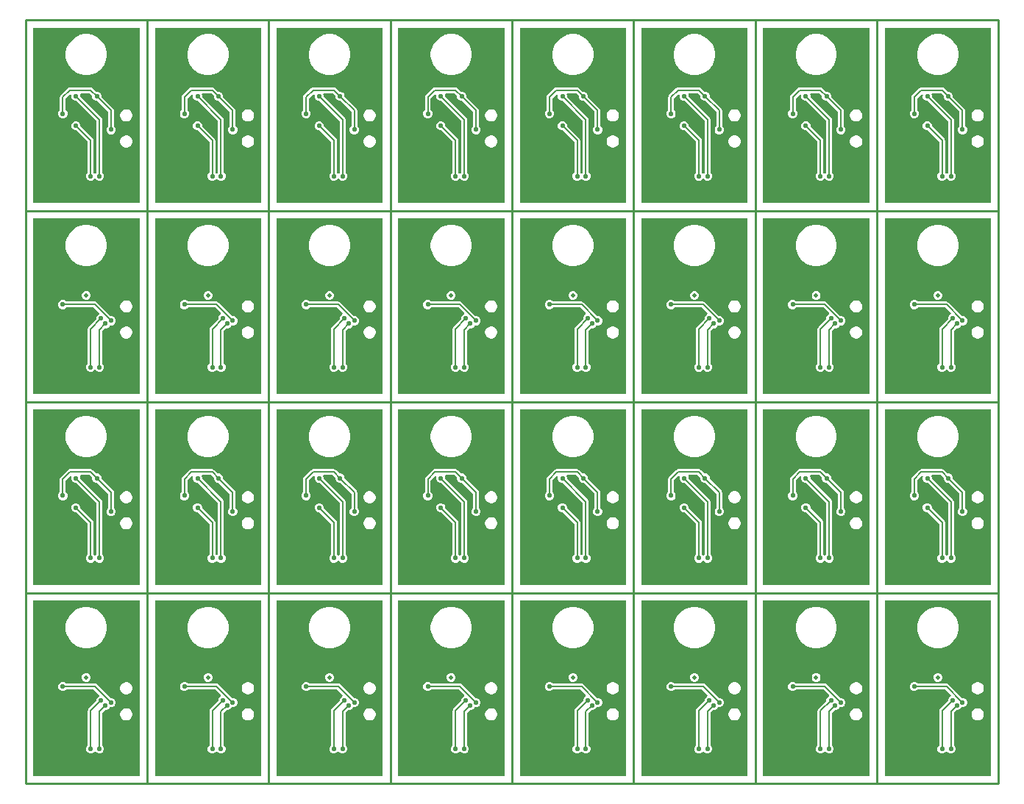
<source format=gbl>
G04*
G04 #@! TF.GenerationSoftware,Altium Limited,Altium Designer,22.2.1 (43)*
G04*
G04 Layer_Physical_Order=2*
G04 Layer_Color=16711680*
%FSLAX44Y44*%
%MOMM*%
G71*
G04*
G04 #@! TF.SameCoordinates,B7F19F8C-4A71-44AC-9732-6E8CD1541173*
G04*
G04*
G04 #@! TF.FilePolarity,Positive*
G04*
G01*
G75*
%ADD10C,0.1524*%
%ADD11C,0.2540*%
%ADD49C,0.5000*%
%ADD50C,0.5500*%
%ADD51C,0.6200*%
G36*
X-428885Y-431000D02*
X-551115D01*
Y-228885D01*
X-428885D01*
Y-431000D01*
D02*
G37*
G36*
X-288885D02*
X-411115D01*
Y-228885D01*
X-288885D01*
Y-431000D01*
D02*
G37*
G36*
X-428885Y-211000D02*
X-551115D01*
Y-8885D01*
X-428885D01*
Y-211000D01*
D02*
G37*
G36*
X-288885D02*
X-411115D01*
Y-8885D01*
X-288885D01*
Y-211000D01*
D02*
G37*
G36*
X-148885Y-431000D02*
X-271115D01*
Y-228885D01*
X-148885D01*
Y-431000D01*
D02*
G37*
G36*
X-8885D02*
X-131115D01*
Y-228885D01*
X-8885D01*
Y-431000D01*
D02*
G37*
G36*
X-148885Y-211000D02*
X-271115D01*
Y-8885D01*
X-148885D01*
Y-211000D01*
D02*
G37*
G36*
X-8885D02*
X-131115D01*
Y-8885D01*
X-8885D01*
Y-211000D01*
D02*
G37*
G36*
X-428885Y9000D02*
X-551115D01*
Y211115D01*
X-428885D01*
Y9000D01*
D02*
G37*
G36*
X-288885D02*
X-411115D01*
Y211115D01*
X-288885D01*
Y9000D01*
D02*
G37*
G36*
X-428885Y229000D02*
X-551115D01*
Y431115D01*
X-428885D01*
Y229000D01*
D02*
G37*
G36*
X-288885D02*
X-411115D01*
Y431115D01*
X-288885D01*
Y229000D01*
D02*
G37*
G36*
X-148885Y9000D02*
X-271115D01*
Y211115D01*
X-148885D01*
Y9000D01*
D02*
G37*
G36*
X-8885D02*
X-131115D01*
Y211115D01*
X-8885D01*
Y9000D01*
D02*
G37*
G36*
X-148885Y229000D02*
X-271115D01*
Y431115D01*
X-148885D01*
Y229000D01*
D02*
G37*
G36*
X-8885D02*
X-131115D01*
Y431115D01*
X-8885D01*
Y229000D01*
D02*
G37*
G36*
X131115Y-431000D02*
X8885D01*
Y-228885D01*
X131115D01*
Y-431000D01*
D02*
G37*
G36*
X271115D02*
X148885D01*
Y-228885D01*
X271115D01*
Y-431000D01*
D02*
G37*
G36*
X131115Y-211000D02*
X8885D01*
Y-8885D01*
X131115D01*
Y-211000D01*
D02*
G37*
G36*
X271115D02*
X148885D01*
Y-8885D01*
X271115D01*
Y-211000D01*
D02*
G37*
G36*
X411115Y-431000D02*
X288885D01*
Y-228885D01*
X411115D01*
Y-431000D01*
D02*
G37*
G36*
X551115D02*
X428885D01*
Y-228885D01*
X551115D01*
Y-431000D01*
D02*
G37*
G36*
X411115Y-211000D02*
X288885D01*
Y-8885D01*
X411115D01*
Y-211000D01*
D02*
G37*
G36*
X551115D02*
X428885D01*
Y-8885D01*
X551115D01*
Y-211000D01*
D02*
G37*
G36*
X131115Y9000D02*
X8885D01*
Y211115D01*
X131115D01*
Y9000D01*
D02*
G37*
G36*
X271115D02*
X148885D01*
Y211115D01*
X271115D01*
Y9000D01*
D02*
G37*
G36*
X131115Y229000D02*
X8885D01*
Y431115D01*
X131115D01*
Y229000D01*
D02*
G37*
G36*
X271115D02*
X148885D01*
Y431115D01*
X271115D01*
Y229000D01*
D02*
G37*
G36*
X411115Y9000D02*
X288885D01*
Y211115D01*
X411115D01*
Y9000D01*
D02*
G37*
G36*
X551115D02*
X428885D01*
Y211115D01*
X551115D01*
Y9000D01*
D02*
G37*
G36*
X411115Y229000D02*
X288885D01*
Y431115D01*
X411115D01*
Y229000D01*
D02*
G37*
G36*
X551115D02*
X428885D01*
Y431115D01*
X551115D01*
Y229000D01*
D02*
G37*
%LPC*%
G36*
X-487672Y-236360D02*
X-492328D01*
X-496895Y-237269D01*
X-501198Y-239051D01*
X-505070Y-241638D01*
X-508362Y-244930D01*
X-510950Y-248802D01*
X-512732Y-253104D01*
X-513640Y-257672D01*
Y-262328D01*
X-512732Y-266896D01*
X-510950Y-271198D01*
X-508362Y-275070D01*
X-505070Y-278362D01*
X-501198Y-280949D01*
X-496895Y-282731D01*
X-492328Y-283640D01*
X-487672D01*
X-483105Y-282731D01*
X-478802Y-280949D01*
X-474930Y-278362D01*
X-471638Y-275070D01*
X-469050Y-271198D01*
X-467268Y-266896D01*
X-466360Y-262328D01*
Y-257672D01*
X-467268Y-253104D01*
X-469050Y-248802D01*
X-471638Y-244930D01*
X-474930Y-241638D01*
X-478802Y-239051D01*
X-483105Y-237269D01*
X-487672Y-236360D01*
D02*
G37*
G36*
X-488997Y-312460D02*
X-491003D01*
X-492855Y-313227D01*
X-494273Y-314645D01*
X-495040Y-316497D01*
Y-318503D01*
X-494273Y-320355D01*
X-492855Y-321773D01*
X-491003Y-322540D01*
X-488997D01*
X-487145Y-321773D01*
X-485727Y-320355D01*
X-484960Y-318503D01*
Y-316497D01*
X-485727Y-314645D01*
X-487145Y-313227D01*
X-488997Y-312460D01*
D02*
G37*
G36*
X-443073Y-322960D02*
X-444927D01*
X-446717Y-323440D01*
X-448323Y-324367D01*
X-449633Y-325677D01*
X-450560Y-327283D01*
X-451040Y-329073D01*
Y-330927D01*
X-450560Y-332717D01*
X-449633Y-334323D01*
X-448323Y-335633D01*
X-446717Y-336560D01*
X-444927Y-337040D01*
X-443073D01*
X-441283Y-336560D01*
X-439677Y-335633D01*
X-438367Y-334323D01*
X-437440Y-332717D01*
X-436960Y-330927D01*
Y-329073D01*
X-437440Y-327283D01*
X-438367Y-325677D01*
X-439677Y-324367D01*
X-441283Y-323440D01*
X-443073Y-322960D01*
D02*
G37*
G36*
X-515948Y-322710D02*
X-518052D01*
X-519996Y-323515D01*
X-521485Y-325003D01*
X-522290Y-326948D01*
Y-329052D01*
X-521485Y-330997D01*
X-519996Y-332485D01*
X-518052Y-333290D01*
X-515948D01*
X-514003Y-332485D01*
X-512886Y-331367D01*
X-481395D01*
X-475023Y-337738D01*
X-475322Y-339236D01*
X-475997Y-339515D01*
X-477485Y-341003D01*
X-478290Y-342948D01*
Y-344529D01*
X-487381Y-353619D01*
X-488110Y-354712D01*
X-488367Y-356000D01*
Y-395886D01*
X-489485Y-397003D01*
X-490290Y-398948D01*
Y-401052D01*
X-489485Y-402996D01*
X-487996Y-404485D01*
X-486052Y-405290D01*
X-483948D01*
X-482004Y-404485D01*
X-480759Y-403240D01*
X-480000Y-403095D01*
X-479241Y-403240D01*
X-477996Y-404485D01*
X-476052Y-405290D01*
X-473948D01*
X-472004Y-404485D01*
X-470515Y-402996D01*
X-469710Y-401052D01*
Y-398948D01*
X-470515Y-397003D01*
X-471633Y-395886D01*
Y-358395D01*
X-468529Y-355290D01*
X-466948D01*
X-465004Y-354485D01*
X-463515Y-352996D01*
X-462948Y-351626D01*
X-462552Y-351790D01*
X-460448D01*
X-458503Y-350985D01*
X-457015Y-349496D01*
X-456210Y-347552D01*
Y-345448D01*
X-457015Y-343503D01*
X-458503Y-342015D01*
X-460448Y-341210D01*
X-462029D01*
X-477619Y-325619D01*
X-478712Y-324890D01*
X-480000Y-324633D01*
X-512886D01*
X-514003Y-323515D01*
X-515948Y-322710D01*
D02*
G37*
G36*
X-443073Y-352960D02*
X-444927D01*
X-446717Y-353440D01*
X-448323Y-354367D01*
X-449633Y-355677D01*
X-450560Y-357283D01*
X-451040Y-359073D01*
Y-360927D01*
X-450560Y-362717D01*
X-449633Y-364323D01*
X-448323Y-365633D01*
X-446717Y-366560D01*
X-444927Y-367040D01*
X-443073D01*
X-441283Y-366560D01*
X-439677Y-365633D01*
X-438367Y-364323D01*
X-437440Y-362717D01*
X-436960Y-360927D01*
Y-359073D01*
X-437440Y-357283D01*
X-438367Y-355677D01*
X-439677Y-354367D01*
X-441283Y-353440D01*
X-443073Y-352960D01*
D02*
G37*
G36*
X-347672Y-236360D02*
X-352328D01*
X-356895Y-237269D01*
X-361198Y-239051D01*
X-365070Y-241638D01*
X-368362Y-244930D01*
X-370950Y-248802D01*
X-372732Y-253104D01*
X-373640Y-257672D01*
Y-262328D01*
X-372732Y-266896D01*
X-370950Y-271198D01*
X-368362Y-275070D01*
X-365070Y-278362D01*
X-361198Y-280949D01*
X-356895Y-282731D01*
X-352328Y-283640D01*
X-347672D01*
X-343105Y-282731D01*
X-338802Y-280949D01*
X-334930Y-278362D01*
X-331638Y-275070D01*
X-329050Y-271198D01*
X-327268Y-266896D01*
X-326360Y-262328D01*
Y-257672D01*
X-327268Y-253104D01*
X-329050Y-248802D01*
X-331638Y-244930D01*
X-334930Y-241638D01*
X-338802Y-239051D01*
X-343105Y-237269D01*
X-347672Y-236360D01*
D02*
G37*
G36*
X-348997Y-312460D02*
X-351003D01*
X-352855Y-313227D01*
X-354273Y-314645D01*
X-355040Y-316497D01*
Y-318503D01*
X-354273Y-320355D01*
X-352855Y-321773D01*
X-351003Y-322540D01*
X-348997D01*
X-347145Y-321773D01*
X-345727Y-320355D01*
X-344960Y-318503D01*
Y-316497D01*
X-345727Y-314645D01*
X-347145Y-313227D01*
X-348997Y-312460D01*
D02*
G37*
G36*
X-303073Y-322960D02*
X-304927D01*
X-306717Y-323440D01*
X-308323Y-324367D01*
X-309633Y-325677D01*
X-310560Y-327283D01*
X-311040Y-329073D01*
Y-330927D01*
X-310560Y-332717D01*
X-309633Y-334323D01*
X-308323Y-335633D01*
X-306717Y-336560D01*
X-304927Y-337040D01*
X-303073D01*
X-301283Y-336560D01*
X-299677Y-335633D01*
X-298367Y-334323D01*
X-297440Y-332717D01*
X-296960Y-330927D01*
Y-329073D01*
X-297440Y-327283D01*
X-298367Y-325677D01*
X-299677Y-324367D01*
X-301283Y-323440D01*
X-303073Y-322960D01*
D02*
G37*
G36*
X-375948Y-322710D02*
X-378052D01*
X-379996Y-323515D01*
X-381485Y-325003D01*
X-382290Y-326948D01*
Y-329052D01*
X-381485Y-330997D01*
X-379996Y-332485D01*
X-378052Y-333290D01*
X-375948D01*
X-374003Y-332485D01*
X-372886Y-331367D01*
X-341395D01*
X-335023Y-337738D01*
X-335322Y-339236D01*
X-335997Y-339515D01*
X-337485Y-341003D01*
X-338290Y-342948D01*
Y-344529D01*
X-347381Y-353619D01*
X-348110Y-354712D01*
X-348367Y-356000D01*
Y-395886D01*
X-349485Y-397003D01*
X-350290Y-398948D01*
Y-401052D01*
X-349485Y-402996D01*
X-347996Y-404485D01*
X-346052Y-405290D01*
X-343948D01*
X-342004Y-404485D01*
X-340759Y-403240D01*
X-340000Y-403095D01*
X-339241Y-403240D01*
X-337996Y-404485D01*
X-336052Y-405290D01*
X-333948D01*
X-332004Y-404485D01*
X-330515Y-402996D01*
X-329710Y-401052D01*
Y-398948D01*
X-330515Y-397003D01*
X-331633Y-395886D01*
Y-358395D01*
X-328529Y-355290D01*
X-326948D01*
X-325004Y-354485D01*
X-323515Y-352996D01*
X-322948Y-351626D01*
X-322552Y-351790D01*
X-320448D01*
X-318503Y-350985D01*
X-317015Y-349496D01*
X-316210Y-347552D01*
Y-345448D01*
X-317015Y-343503D01*
X-318503Y-342015D01*
X-320448Y-341210D01*
X-322029D01*
X-337619Y-325619D01*
X-338712Y-324890D01*
X-340000Y-324633D01*
X-372886D01*
X-374003Y-323515D01*
X-375948Y-322710D01*
D02*
G37*
G36*
X-303073Y-352960D02*
X-304927D01*
X-306717Y-353440D01*
X-308323Y-354367D01*
X-309633Y-355677D01*
X-310560Y-357283D01*
X-311040Y-359073D01*
Y-360927D01*
X-310560Y-362717D01*
X-309633Y-364323D01*
X-308323Y-365633D01*
X-306717Y-366560D01*
X-304927Y-367040D01*
X-303073D01*
X-301283Y-366560D01*
X-299677Y-365633D01*
X-298367Y-364323D01*
X-297440Y-362717D01*
X-296960Y-360927D01*
Y-359073D01*
X-297440Y-357283D01*
X-298367Y-355677D01*
X-299677Y-354367D01*
X-301283Y-353440D01*
X-303073Y-352960D01*
D02*
G37*
G36*
X-487672Y-16360D02*
X-492328D01*
X-496895Y-17269D01*
X-501198Y-19051D01*
X-505070Y-21638D01*
X-508362Y-24930D01*
X-510950Y-28802D01*
X-512732Y-33105D01*
X-513640Y-37672D01*
Y-42328D01*
X-512732Y-46895D01*
X-510950Y-51198D01*
X-508362Y-55070D01*
X-505070Y-58362D01*
X-501198Y-60950D01*
X-496895Y-62731D01*
X-492328Y-63640D01*
X-487672D01*
X-483105Y-62731D01*
X-478802Y-60950D01*
X-474930Y-58362D01*
X-471638Y-55070D01*
X-469050Y-51198D01*
X-467268Y-46895D01*
X-466360Y-42328D01*
Y-37672D01*
X-467268Y-33105D01*
X-469050Y-28802D01*
X-471638Y-24930D01*
X-474930Y-21638D01*
X-478802Y-19051D01*
X-483105Y-17269D01*
X-487672Y-16360D01*
D02*
G37*
G36*
X-443073Y-102960D02*
X-444927D01*
X-446717Y-103440D01*
X-448323Y-104367D01*
X-449633Y-105677D01*
X-450560Y-107283D01*
X-451040Y-109073D01*
Y-110927D01*
X-450560Y-112717D01*
X-449633Y-114323D01*
X-448323Y-115633D01*
X-446717Y-116560D01*
X-444927Y-117040D01*
X-443073D01*
X-441283Y-116560D01*
X-439677Y-115633D01*
X-438367Y-114323D01*
X-437440Y-112717D01*
X-436960Y-110927D01*
Y-109073D01*
X-437440Y-107283D01*
X-438367Y-105677D01*
X-439677Y-104367D01*
X-441283Y-103440D01*
X-443073Y-102960D01*
D02*
G37*
G36*
X-485000Y-77633D02*
X-509000D01*
X-510288Y-77890D01*
X-511381Y-78619D01*
X-519381Y-86619D01*
X-520110Y-87712D01*
X-520367Y-89000D01*
Y-103885D01*
X-521485Y-105003D01*
X-522290Y-106948D01*
Y-109052D01*
X-521485Y-110997D01*
X-519996Y-112485D01*
X-518052Y-113290D01*
X-515948D01*
X-514003Y-112485D01*
X-512515Y-110997D01*
X-511710Y-109052D01*
Y-106948D01*
X-512515Y-105003D01*
X-513633Y-103885D01*
Y-90394D01*
X-508470Y-85231D01*
X-507979Y-85292D01*
X-507175Y-86671D01*
X-507290Y-86948D01*
Y-89052D01*
X-506485Y-90997D01*
X-504996Y-92485D01*
X-503052Y-93290D01*
X-501471D01*
X-478367Y-116395D01*
Y-175886D01*
X-479241Y-176760D01*
X-480000Y-176905D01*
X-480759Y-176760D01*
X-481633Y-175886D01*
Y-139000D01*
X-481890Y-137712D01*
X-482619Y-136619D01*
X-496710Y-122529D01*
Y-120948D01*
X-497515Y-119003D01*
X-499003Y-117515D01*
X-500948Y-116710D01*
X-503052D01*
X-504996Y-117515D01*
X-506485Y-119003D01*
X-507290Y-120948D01*
Y-123052D01*
X-506485Y-124997D01*
X-504996Y-126485D01*
X-503052Y-127290D01*
X-501471D01*
X-488367Y-140394D01*
Y-175886D01*
X-489485Y-177003D01*
X-490290Y-178948D01*
Y-181052D01*
X-489485Y-182997D01*
X-487996Y-184485D01*
X-486052Y-185290D01*
X-483948D01*
X-482004Y-184485D01*
X-480759Y-183240D01*
X-480000Y-183095D01*
X-479241Y-183240D01*
X-477996Y-184485D01*
X-476052Y-185290D01*
X-473948D01*
X-472004Y-184485D01*
X-470515Y-182997D01*
X-469710Y-181052D01*
Y-178948D01*
X-470515Y-177003D01*
X-471633Y-175886D01*
Y-115000D01*
X-471890Y-113712D01*
X-472619Y-112619D01*
X-496710Y-88529D01*
Y-86948D01*
X-497253Y-85637D01*
X-496493Y-84367D01*
X-486395D01*
X-483290Y-87471D01*
Y-89052D01*
X-482485Y-90997D01*
X-480997Y-92485D01*
X-479052Y-93290D01*
X-477471D01*
X-464867Y-105895D01*
Y-122386D01*
X-465985Y-123503D01*
X-466790Y-125448D01*
Y-127552D01*
X-465985Y-129496D01*
X-464496Y-130985D01*
X-462552Y-131790D01*
X-460448D01*
X-458503Y-130985D01*
X-457015Y-129496D01*
X-456210Y-127552D01*
Y-125448D01*
X-457015Y-123503D01*
X-458133Y-122386D01*
Y-104500D01*
X-458390Y-103212D01*
X-459119Y-102119D01*
X-472710Y-88529D01*
Y-86948D01*
X-473515Y-85003D01*
X-475004Y-83515D01*
X-476948Y-82710D01*
X-478529D01*
X-482619Y-78619D01*
X-483712Y-77890D01*
X-485000Y-77633D01*
D02*
G37*
G36*
X-443073Y-132960D02*
X-444927D01*
X-446717Y-133440D01*
X-448323Y-134367D01*
X-449633Y-135677D01*
X-450560Y-137283D01*
X-451040Y-139073D01*
Y-140927D01*
X-450560Y-142717D01*
X-449633Y-144323D01*
X-448323Y-145633D01*
X-446717Y-146560D01*
X-444927Y-147040D01*
X-443073D01*
X-441283Y-146560D01*
X-439677Y-145633D01*
X-438367Y-144323D01*
X-437440Y-142717D01*
X-436960Y-140927D01*
Y-139073D01*
X-437440Y-137283D01*
X-438367Y-135677D01*
X-439677Y-134367D01*
X-441283Y-133440D01*
X-443073Y-132960D01*
D02*
G37*
G36*
X-347672Y-16360D02*
X-352328D01*
X-356895Y-17269D01*
X-361198Y-19051D01*
X-365070Y-21638D01*
X-368362Y-24930D01*
X-370950Y-28802D01*
X-372732Y-33105D01*
X-373640Y-37672D01*
Y-42328D01*
X-372732Y-46895D01*
X-370950Y-51198D01*
X-368362Y-55070D01*
X-365070Y-58362D01*
X-361198Y-60950D01*
X-356895Y-62731D01*
X-352328Y-63640D01*
X-347672D01*
X-343105Y-62731D01*
X-338802Y-60950D01*
X-334930Y-58362D01*
X-331638Y-55070D01*
X-329050Y-51198D01*
X-327268Y-46895D01*
X-326360Y-42328D01*
Y-37672D01*
X-327268Y-33105D01*
X-329050Y-28802D01*
X-331638Y-24930D01*
X-334930Y-21638D01*
X-338802Y-19051D01*
X-343105Y-17269D01*
X-347672Y-16360D01*
D02*
G37*
G36*
X-303073Y-102960D02*
X-304927D01*
X-306717Y-103440D01*
X-308323Y-104367D01*
X-309633Y-105677D01*
X-310560Y-107283D01*
X-311040Y-109073D01*
Y-110927D01*
X-310560Y-112717D01*
X-309633Y-114323D01*
X-308323Y-115633D01*
X-306717Y-116560D01*
X-304927Y-117040D01*
X-303073D01*
X-301283Y-116560D01*
X-299677Y-115633D01*
X-298367Y-114323D01*
X-297440Y-112717D01*
X-296960Y-110927D01*
Y-109073D01*
X-297440Y-107283D01*
X-298367Y-105677D01*
X-299677Y-104367D01*
X-301283Y-103440D01*
X-303073Y-102960D01*
D02*
G37*
G36*
X-345000Y-77633D02*
X-369000D01*
X-370288Y-77890D01*
X-371381Y-78619D01*
X-379381Y-86619D01*
X-380110Y-87712D01*
X-380367Y-89000D01*
Y-103885D01*
X-381485Y-105003D01*
X-382290Y-106948D01*
Y-109052D01*
X-381485Y-110997D01*
X-379996Y-112485D01*
X-378052Y-113290D01*
X-375948D01*
X-374003Y-112485D01*
X-372515Y-110997D01*
X-371710Y-109052D01*
Y-106948D01*
X-372515Y-105003D01*
X-373633Y-103885D01*
Y-90394D01*
X-368470Y-85231D01*
X-367979Y-85292D01*
X-367175Y-86671D01*
X-367290Y-86948D01*
Y-89052D01*
X-366485Y-90997D01*
X-364996Y-92485D01*
X-363052Y-93290D01*
X-361471D01*
X-338367Y-116395D01*
Y-175886D01*
X-339241Y-176760D01*
X-340000Y-176905D01*
X-340759Y-176760D01*
X-341633Y-175886D01*
Y-139000D01*
X-341890Y-137712D01*
X-342619Y-136619D01*
X-356710Y-122529D01*
Y-120948D01*
X-357515Y-119003D01*
X-359003Y-117515D01*
X-360948Y-116710D01*
X-363052D01*
X-364996Y-117515D01*
X-366485Y-119003D01*
X-367290Y-120948D01*
Y-123052D01*
X-366485Y-124997D01*
X-364996Y-126485D01*
X-363052Y-127290D01*
X-361471D01*
X-348367Y-140394D01*
Y-175886D01*
X-349485Y-177003D01*
X-350290Y-178948D01*
Y-181052D01*
X-349485Y-182997D01*
X-347996Y-184485D01*
X-346052Y-185290D01*
X-343948D01*
X-342004Y-184485D01*
X-340759Y-183240D01*
X-340000Y-183095D01*
X-339241Y-183240D01*
X-337996Y-184485D01*
X-336052Y-185290D01*
X-333948D01*
X-332004Y-184485D01*
X-330515Y-182997D01*
X-329710Y-181052D01*
Y-178948D01*
X-330515Y-177003D01*
X-331633Y-175886D01*
Y-115000D01*
X-331890Y-113712D01*
X-332619Y-112619D01*
X-356710Y-88529D01*
Y-86948D01*
X-357253Y-85637D01*
X-356493Y-84367D01*
X-346395D01*
X-343290Y-87471D01*
Y-89052D01*
X-342485Y-90997D01*
X-340997Y-92485D01*
X-339052Y-93290D01*
X-337471D01*
X-324867Y-105895D01*
Y-122386D01*
X-325985Y-123503D01*
X-326790Y-125448D01*
Y-127552D01*
X-325985Y-129496D01*
X-324496Y-130985D01*
X-322552Y-131790D01*
X-320448D01*
X-318503Y-130985D01*
X-317015Y-129496D01*
X-316210Y-127552D01*
Y-125448D01*
X-317015Y-123503D01*
X-318133Y-122386D01*
Y-104500D01*
X-318390Y-103212D01*
X-319119Y-102119D01*
X-332710Y-88529D01*
Y-86948D01*
X-333515Y-85003D01*
X-335004Y-83515D01*
X-336948Y-82710D01*
X-338529D01*
X-342619Y-78619D01*
X-343712Y-77890D01*
X-345000Y-77633D01*
D02*
G37*
G36*
X-303073Y-132960D02*
X-304927D01*
X-306717Y-133440D01*
X-308323Y-134367D01*
X-309633Y-135677D01*
X-310560Y-137283D01*
X-311040Y-139073D01*
Y-140927D01*
X-310560Y-142717D01*
X-309633Y-144323D01*
X-308323Y-145633D01*
X-306717Y-146560D01*
X-304927Y-147040D01*
X-303073D01*
X-301283Y-146560D01*
X-299677Y-145633D01*
X-298367Y-144323D01*
X-297440Y-142717D01*
X-296960Y-140927D01*
Y-139073D01*
X-297440Y-137283D01*
X-298367Y-135677D01*
X-299677Y-134367D01*
X-301283Y-133440D01*
X-303073Y-132960D01*
D02*
G37*
G36*
X-207672Y-236360D02*
X-212328D01*
X-216896Y-237269D01*
X-221198Y-239051D01*
X-225070Y-241638D01*
X-228362Y-244930D01*
X-230949Y-248802D01*
X-232731Y-253104D01*
X-233640Y-257672D01*
Y-262328D01*
X-232731Y-266896D01*
X-230949Y-271198D01*
X-228362Y-275070D01*
X-225070Y-278362D01*
X-221198Y-280949D01*
X-216896Y-282731D01*
X-212328Y-283640D01*
X-207672D01*
X-203104Y-282731D01*
X-198802Y-280949D01*
X-194930Y-278362D01*
X-191638Y-275070D01*
X-189051Y-271198D01*
X-187269Y-266896D01*
X-186360Y-262328D01*
Y-257672D01*
X-187269Y-253104D01*
X-189051Y-248802D01*
X-191638Y-244930D01*
X-194930Y-241638D01*
X-198802Y-239051D01*
X-203104Y-237269D01*
X-207672Y-236360D01*
D02*
G37*
G36*
X-208997Y-312460D02*
X-211003D01*
X-212855Y-313227D01*
X-214273Y-314645D01*
X-215040Y-316497D01*
Y-318503D01*
X-214273Y-320355D01*
X-212855Y-321773D01*
X-211003Y-322540D01*
X-208997D01*
X-207145Y-321773D01*
X-205727Y-320355D01*
X-204960Y-318503D01*
Y-316497D01*
X-205727Y-314645D01*
X-207145Y-313227D01*
X-208997Y-312460D01*
D02*
G37*
G36*
X-163073Y-322960D02*
X-164927D01*
X-166717Y-323440D01*
X-168323Y-324367D01*
X-169633Y-325677D01*
X-170560Y-327283D01*
X-171040Y-329073D01*
Y-330927D01*
X-170560Y-332717D01*
X-169633Y-334323D01*
X-168323Y-335633D01*
X-166717Y-336560D01*
X-164927Y-337040D01*
X-163073D01*
X-161283Y-336560D01*
X-159677Y-335633D01*
X-158367Y-334323D01*
X-157440Y-332717D01*
X-156960Y-330927D01*
Y-329073D01*
X-157440Y-327283D01*
X-158367Y-325677D01*
X-159677Y-324367D01*
X-161283Y-323440D01*
X-163073Y-322960D01*
D02*
G37*
G36*
X-235948Y-322710D02*
X-238052D01*
X-239996Y-323515D01*
X-241485Y-325003D01*
X-242290Y-326948D01*
Y-329052D01*
X-241485Y-330997D01*
X-239996Y-332485D01*
X-238052Y-333290D01*
X-235948D01*
X-234004Y-332485D01*
X-232885Y-331367D01*
X-201395D01*
X-195023Y-337738D01*
X-195322Y-339236D01*
X-195996Y-339515D01*
X-197485Y-341003D01*
X-198290Y-342948D01*
Y-344529D01*
X-207381Y-353619D01*
X-208110Y-354712D01*
X-208367Y-356000D01*
Y-395886D01*
X-209485Y-397003D01*
X-210290Y-398948D01*
Y-401052D01*
X-209485Y-402996D01*
X-207997Y-404485D01*
X-206052Y-405290D01*
X-203948D01*
X-202003Y-404485D01*
X-200759Y-403240D01*
X-200000Y-403095D01*
X-199241Y-403240D01*
X-197997Y-404485D01*
X-196052Y-405290D01*
X-193948D01*
X-192003Y-404485D01*
X-190515Y-402996D01*
X-189710Y-401052D01*
Y-398948D01*
X-190515Y-397003D01*
X-191633Y-395886D01*
Y-358395D01*
X-188529Y-355290D01*
X-186948D01*
X-185004Y-354485D01*
X-183515Y-352996D01*
X-182948Y-351626D01*
X-182552Y-351790D01*
X-180448D01*
X-178503Y-350985D01*
X-177015Y-349496D01*
X-176210Y-347552D01*
Y-345448D01*
X-177015Y-343503D01*
X-178503Y-342015D01*
X-180448Y-341210D01*
X-182029D01*
X-197619Y-325619D01*
X-198712Y-324890D01*
X-200000Y-324633D01*
X-232885D01*
X-234004Y-323515D01*
X-235948Y-322710D01*
D02*
G37*
G36*
X-163073Y-352960D02*
X-164927D01*
X-166717Y-353440D01*
X-168323Y-354367D01*
X-169633Y-355677D01*
X-170560Y-357283D01*
X-171040Y-359073D01*
Y-360927D01*
X-170560Y-362717D01*
X-169633Y-364323D01*
X-168323Y-365633D01*
X-166717Y-366560D01*
X-164927Y-367040D01*
X-163073D01*
X-161283Y-366560D01*
X-159677Y-365633D01*
X-158367Y-364323D01*
X-157440Y-362717D01*
X-156960Y-360927D01*
Y-359073D01*
X-157440Y-357283D01*
X-158367Y-355677D01*
X-159677Y-354367D01*
X-161283Y-353440D01*
X-163073Y-352960D01*
D02*
G37*
G36*
X-67672Y-236360D02*
X-72328D01*
X-76895Y-237269D01*
X-81198Y-239051D01*
X-85070Y-241638D01*
X-88362Y-244930D01*
X-90949Y-248802D01*
X-92732Y-253104D01*
X-93640Y-257672D01*
Y-262328D01*
X-92732Y-266896D01*
X-90949Y-271198D01*
X-88362Y-275070D01*
X-85070Y-278362D01*
X-81198Y-280949D01*
X-76895Y-282731D01*
X-72328Y-283640D01*
X-67672D01*
X-63105Y-282731D01*
X-58802Y-280949D01*
X-54930Y-278362D01*
X-51638Y-275070D01*
X-49050Y-271198D01*
X-47269Y-266896D01*
X-46360Y-262328D01*
Y-257672D01*
X-47269Y-253104D01*
X-49050Y-248802D01*
X-51638Y-244930D01*
X-54930Y-241638D01*
X-58802Y-239051D01*
X-63105Y-237269D01*
X-67672Y-236360D01*
D02*
G37*
G36*
X-68998Y-312460D02*
X-71003D01*
X-72855Y-313227D01*
X-74273Y-314645D01*
X-75040Y-316497D01*
Y-318503D01*
X-74273Y-320355D01*
X-72855Y-321773D01*
X-71003Y-322540D01*
X-68998D01*
X-67145Y-321773D01*
X-65727Y-320355D01*
X-64960Y-318503D01*
Y-316497D01*
X-65727Y-314645D01*
X-67145Y-313227D01*
X-68998Y-312460D01*
D02*
G37*
G36*
X-23073Y-322960D02*
X-24927D01*
X-26717Y-323440D01*
X-28323Y-324367D01*
X-29633Y-325677D01*
X-30560Y-327283D01*
X-31040Y-329073D01*
Y-330927D01*
X-30560Y-332717D01*
X-29633Y-334323D01*
X-28323Y-335633D01*
X-26717Y-336560D01*
X-24927Y-337040D01*
X-23073D01*
X-21283Y-336560D01*
X-19677Y-335633D01*
X-18367Y-334323D01*
X-17440Y-332717D01*
X-16960Y-330927D01*
Y-329073D01*
X-17440Y-327283D01*
X-18367Y-325677D01*
X-19677Y-324367D01*
X-21283Y-323440D01*
X-23073Y-322960D01*
D02*
G37*
G36*
X-95948Y-322710D02*
X-98052D01*
X-99997Y-323515D01*
X-101485Y-325003D01*
X-102290Y-326948D01*
Y-329052D01*
X-101485Y-330997D01*
X-99997Y-332485D01*
X-98052Y-333290D01*
X-95948D01*
X-94003Y-332485D01*
X-92886Y-331367D01*
X-61395D01*
X-55023Y-337738D01*
X-55321Y-339236D01*
X-55996Y-339515D01*
X-57485Y-341003D01*
X-58290Y-342948D01*
Y-344529D01*
X-67381Y-353619D01*
X-68110Y-354712D01*
X-68367Y-356000D01*
Y-395886D01*
X-69485Y-397003D01*
X-70290Y-398948D01*
Y-401052D01*
X-69485Y-402996D01*
X-67997Y-404485D01*
X-66052Y-405290D01*
X-63948D01*
X-62003Y-404485D01*
X-60759Y-403240D01*
X-60000Y-403095D01*
X-59241Y-403240D01*
X-57997Y-404485D01*
X-56052Y-405290D01*
X-53948D01*
X-52003Y-404485D01*
X-50515Y-402996D01*
X-49710Y-401052D01*
Y-398948D01*
X-50515Y-397003D01*
X-51633Y-395886D01*
Y-358395D01*
X-48529Y-355290D01*
X-46948D01*
X-45003Y-354485D01*
X-43515Y-352996D01*
X-42948Y-351626D01*
X-42552Y-351790D01*
X-40448D01*
X-38503Y-350985D01*
X-37015Y-349496D01*
X-36210Y-347552D01*
Y-345448D01*
X-37015Y-343503D01*
X-38503Y-342015D01*
X-40448Y-341210D01*
X-42029D01*
X-57619Y-325619D01*
X-58712Y-324890D01*
X-60000Y-324633D01*
X-92886D01*
X-94003Y-323515D01*
X-95948Y-322710D01*
D02*
G37*
G36*
X-23073Y-352960D02*
X-24927D01*
X-26717Y-353440D01*
X-28323Y-354367D01*
X-29633Y-355677D01*
X-30560Y-357283D01*
X-31040Y-359073D01*
Y-360927D01*
X-30560Y-362717D01*
X-29633Y-364323D01*
X-28323Y-365633D01*
X-26717Y-366560D01*
X-24927Y-367040D01*
X-23073D01*
X-21283Y-366560D01*
X-19677Y-365633D01*
X-18367Y-364323D01*
X-17440Y-362717D01*
X-16960Y-360927D01*
Y-359073D01*
X-17440Y-357283D01*
X-18367Y-355677D01*
X-19677Y-354367D01*
X-21283Y-353440D01*
X-23073Y-352960D01*
D02*
G37*
G36*
X-207672Y-16360D02*
X-212328D01*
X-216896Y-17269D01*
X-221198Y-19051D01*
X-225070Y-21638D01*
X-228362Y-24930D01*
X-230949Y-28802D01*
X-232731Y-33105D01*
X-233640Y-37672D01*
Y-42328D01*
X-232731Y-46895D01*
X-230949Y-51198D01*
X-228362Y-55070D01*
X-225070Y-58362D01*
X-221198Y-60950D01*
X-216896Y-62731D01*
X-212328Y-63640D01*
X-207672D01*
X-203104Y-62731D01*
X-198802Y-60950D01*
X-194930Y-58362D01*
X-191638Y-55070D01*
X-189051Y-51198D01*
X-187269Y-46895D01*
X-186360Y-42328D01*
Y-37672D01*
X-187269Y-33105D01*
X-189051Y-28802D01*
X-191638Y-24930D01*
X-194930Y-21638D01*
X-198802Y-19051D01*
X-203104Y-17269D01*
X-207672Y-16360D01*
D02*
G37*
G36*
X-163073Y-102960D02*
X-164927D01*
X-166717Y-103440D01*
X-168323Y-104367D01*
X-169633Y-105677D01*
X-170560Y-107283D01*
X-171040Y-109073D01*
Y-110927D01*
X-170560Y-112717D01*
X-169633Y-114323D01*
X-168323Y-115633D01*
X-166717Y-116560D01*
X-164927Y-117040D01*
X-163073D01*
X-161283Y-116560D01*
X-159677Y-115633D01*
X-158367Y-114323D01*
X-157440Y-112717D01*
X-156960Y-110927D01*
Y-109073D01*
X-157440Y-107283D01*
X-158367Y-105677D01*
X-159677Y-104367D01*
X-161283Y-103440D01*
X-163073Y-102960D01*
D02*
G37*
G36*
X-205000Y-77633D02*
X-229000D01*
X-230288Y-77890D01*
X-231381Y-78619D01*
X-239381Y-86619D01*
X-240110Y-87712D01*
X-240367Y-89000D01*
Y-103885D01*
X-241485Y-105003D01*
X-242290Y-106948D01*
Y-109052D01*
X-241485Y-110997D01*
X-239996Y-112485D01*
X-238052Y-113290D01*
X-235948D01*
X-234004Y-112485D01*
X-232515Y-110997D01*
X-231710Y-109052D01*
Y-106948D01*
X-232515Y-105003D01*
X-233633Y-103885D01*
Y-90394D01*
X-228470Y-85231D01*
X-227979Y-85292D01*
X-227175Y-86671D01*
X-227290Y-86948D01*
Y-89052D01*
X-226485Y-90997D01*
X-224996Y-92485D01*
X-223052Y-93290D01*
X-221471D01*
X-198367Y-116395D01*
Y-175886D01*
X-199241Y-176760D01*
X-200000Y-176905D01*
X-200759Y-176760D01*
X-201633Y-175886D01*
Y-139000D01*
X-201890Y-137712D01*
X-202619Y-136619D01*
X-216710Y-122529D01*
Y-120948D01*
X-217515Y-119003D01*
X-219003Y-117515D01*
X-220948Y-116710D01*
X-223052D01*
X-224996Y-117515D01*
X-226485Y-119003D01*
X-227290Y-120948D01*
Y-123052D01*
X-226485Y-124997D01*
X-224996Y-126485D01*
X-223052Y-127290D01*
X-221471D01*
X-208367Y-140394D01*
Y-175886D01*
X-209485Y-177003D01*
X-210290Y-178948D01*
Y-181052D01*
X-209485Y-182997D01*
X-207997Y-184485D01*
X-206052Y-185290D01*
X-203948D01*
X-202003Y-184485D01*
X-200759Y-183240D01*
X-200000Y-183095D01*
X-199241Y-183240D01*
X-197997Y-184485D01*
X-196052Y-185290D01*
X-193948D01*
X-192003Y-184485D01*
X-190515Y-182997D01*
X-189710Y-181052D01*
Y-178948D01*
X-190515Y-177003D01*
X-191633Y-175886D01*
Y-115000D01*
X-191890Y-113712D01*
X-192619Y-112619D01*
X-216710Y-88529D01*
Y-86948D01*
X-217253Y-85637D01*
X-216493Y-84367D01*
X-206395D01*
X-203290Y-87471D01*
Y-89052D01*
X-202485Y-90997D01*
X-200997Y-92485D01*
X-199052Y-93290D01*
X-197471D01*
X-184867Y-105895D01*
Y-122386D01*
X-185985Y-123503D01*
X-186790Y-125448D01*
Y-127552D01*
X-185985Y-129496D01*
X-184496Y-130985D01*
X-182552Y-131790D01*
X-180448D01*
X-178503Y-130985D01*
X-177015Y-129496D01*
X-176210Y-127552D01*
Y-125448D01*
X-177015Y-123503D01*
X-178133Y-122386D01*
Y-104500D01*
X-178390Y-103212D01*
X-179119Y-102119D01*
X-192710Y-88529D01*
Y-86948D01*
X-193515Y-85003D01*
X-195004Y-83515D01*
X-196948Y-82710D01*
X-198529D01*
X-202619Y-78619D01*
X-203712Y-77890D01*
X-205000Y-77633D01*
D02*
G37*
G36*
X-163073Y-132960D02*
X-164927D01*
X-166717Y-133440D01*
X-168323Y-134367D01*
X-169633Y-135677D01*
X-170560Y-137283D01*
X-171040Y-139073D01*
Y-140927D01*
X-170560Y-142717D01*
X-169633Y-144323D01*
X-168323Y-145633D01*
X-166717Y-146560D01*
X-164927Y-147040D01*
X-163073D01*
X-161283Y-146560D01*
X-159677Y-145633D01*
X-158367Y-144323D01*
X-157440Y-142717D01*
X-156960Y-140927D01*
Y-139073D01*
X-157440Y-137283D01*
X-158367Y-135677D01*
X-159677Y-134367D01*
X-161283Y-133440D01*
X-163073Y-132960D01*
D02*
G37*
G36*
X-67672Y-16360D02*
X-72328D01*
X-76895Y-17269D01*
X-81198Y-19051D01*
X-85070Y-21638D01*
X-88362Y-24930D01*
X-90949Y-28802D01*
X-92732Y-33105D01*
X-93640Y-37672D01*
Y-42328D01*
X-92732Y-46895D01*
X-90949Y-51198D01*
X-88362Y-55070D01*
X-85070Y-58362D01*
X-81198Y-60950D01*
X-76895Y-62731D01*
X-72328Y-63640D01*
X-67672D01*
X-63105Y-62731D01*
X-58802Y-60950D01*
X-54930Y-58362D01*
X-51638Y-55070D01*
X-49050Y-51198D01*
X-47269Y-46895D01*
X-46360Y-42328D01*
Y-37672D01*
X-47269Y-33105D01*
X-49050Y-28802D01*
X-51638Y-24930D01*
X-54930Y-21638D01*
X-58802Y-19051D01*
X-63105Y-17269D01*
X-67672Y-16360D01*
D02*
G37*
G36*
X-23073Y-102960D02*
X-24927D01*
X-26717Y-103440D01*
X-28323Y-104367D01*
X-29633Y-105677D01*
X-30560Y-107283D01*
X-31040Y-109073D01*
Y-110927D01*
X-30560Y-112717D01*
X-29633Y-114323D01*
X-28323Y-115633D01*
X-26717Y-116560D01*
X-24927Y-117040D01*
X-23073D01*
X-21283Y-116560D01*
X-19677Y-115633D01*
X-18367Y-114323D01*
X-17440Y-112717D01*
X-16960Y-110927D01*
Y-109073D01*
X-17440Y-107283D01*
X-18367Y-105677D01*
X-19677Y-104367D01*
X-21283Y-103440D01*
X-23073Y-102960D01*
D02*
G37*
G36*
X-65000Y-77633D02*
X-89000D01*
X-90288Y-77890D01*
X-91381Y-78619D01*
X-99381Y-86619D01*
X-100110Y-87712D01*
X-100367Y-89000D01*
Y-103885D01*
X-101485Y-105003D01*
X-102290Y-106948D01*
Y-109052D01*
X-101485Y-110997D01*
X-99997Y-112485D01*
X-98052Y-113290D01*
X-95948D01*
X-94003Y-112485D01*
X-92515Y-110997D01*
X-91710Y-109052D01*
Y-106948D01*
X-92515Y-105003D01*
X-93633Y-103885D01*
Y-90394D01*
X-88470Y-85231D01*
X-87979Y-85292D01*
X-87175Y-86671D01*
X-87290Y-86948D01*
Y-89052D01*
X-86485Y-90997D01*
X-84997Y-92485D01*
X-83052Y-93290D01*
X-81471D01*
X-58367Y-116395D01*
Y-175886D01*
X-59241Y-176760D01*
X-60000Y-176905D01*
X-60759Y-176760D01*
X-61633Y-175886D01*
Y-139000D01*
X-61890Y-137712D01*
X-62619Y-136619D01*
X-76710Y-122529D01*
Y-120948D01*
X-77515Y-119003D01*
X-79003Y-117515D01*
X-80948Y-116710D01*
X-83052D01*
X-84997Y-117515D01*
X-86485Y-119003D01*
X-87290Y-120948D01*
Y-123052D01*
X-86485Y-124997D01*
X-84997Y-126485D01*
X-83052Y-127290D01*
X-81471D01*
X-68367Y-140394D01*
Y-175886D01*
X-69485Y-177003D01*
X-70290Y-178948D01*
Y-181052D01*
X-69485Y-182997D01*
X-67997Y-184485D01*
X-66052Y-185290D01*
X-63948D01*
X-62003Y-184485D01*
X-60759Y-183240D01*
X-60000Y-183095D01*
X-59241Y-183240D01*
X-57997Y-184485D01*
X-56052Y-185290D01*
X-53948D01*
X-52003Y-184485D01*
X-50515Y-182997D01*
X-49710Y-181052D01*
Y-178948D01*
X-50515Y-177003D01*
X-51633Y-175886D01*
Y-115000D01*
X-51890Y-113712D01*
X-52619Y-112619D01*
X-76710Y-88529D01*
Y-86948D01*
X-77253Y-85637D01*
X-76493Y-84367D01*
X-66395D01*
X-63290Y-87471D01*
Y-89052D01*
X-62485Y-90997D01*
X-60997Y-92485D01*
X-59052Y-93290D01*
X-57471D01*
X-44867Y-105895D01*
Y-122386D01*
X-45985Y-123503D01*
X-46790Y-125448D01*
Y-127552D01*
X-45985Y-129496D01*
X-44496Y-130985D01*
X-42552Y-131790D01*
X-40448D01*
X-38503Y-130985D01*
X-37015Y-129496D01*
X-36210Y-127552D01*
Y-125448D01*
X-37015Y-123503D01*
X-38133Y-122386D01*
Y-104500D01*
X-38390Y-103212D01*
X-39119Y-102119D01*
X-52710Y-88529D01*
Y-86948D01*
X-53515Y-85003D01*
X-55003Y-83515D01*
X-56948Y-82710D01*
X-58529D01*
X-62619Y-78619D01*
X-63712Y-77890D01*
X-65000Y-77633D01*
D02*
G37*
G36*
X-23073Y-132960D02*
X-24927D01*
X-26717Y-133440D01*
X-28323Y-134367D01*
X-29633Y-135677D01*
X-30560Y-137283D01*
X-31040Y-139073D01*
Y-140927D01*
X-30560Y-142717D01*
X-29633Y-144323D01*
X-28323Y-145633D01*
X-26717Y-146560D01*
X-24927Y-147040D01*
X-23073D01*
X-21283Y-146560D01*
X-19677Y-145633D01*
X-18367Y-144323D01*
X-17440Y-142717D01*
X-16960Y-140927D01*
Y-139073D01*
X-17440Y-137283D01*
X-18367Y-135677D01*
X-19677Y-134367D01*
X-21283Y-133440D01*
X-23073Y-132960D01*
D02*
G37*
G36*
X-487672Y203640D02*
X-492328D01*
X-496895Y202731D01*
X-501198Y200949D01*
X-505070Y198362D01*
X-508362Y195070D01*
X-510950Y191198D01*
X-512732Y186896D01*
X-513640Y182328D01*
Y177672D01*
X-512732Y173104D01*
X-510950Y168802D01*
X-508362Y164930D01*
X-505070Y161638D01*
X-501198Y159051D01*
X-496895Y157268D01*
X-492328Y156360D01*
X-487672D01*
X-483105Y157268D01*
X-478802Y159051D01*
X-474930Y161638D01*
X-471638Y164930D01*
X-469050Y168802D01*
X-467268Y173104D01*
X-466360Y177672D01*
Y182328D01*
X-467268Y186896D01*
X-469050Y191198D01*
X-471638Y195070D01*
X-474930Y198362D01*
X-478802Y200949D01*
X-483105Y202731D01*
X-487672Y203640D01*
D02*
G37*
G36*
X-488997Y127540D02*
X-491003D01*
X-492855Y126773D01*
X-494273Y125355D01*
X-495040Y123503D01*
Y121497D01*
X-494273Y119645D01*
X-492855Y118227D01*
X-491003Y117460D01*
X-488997D01*
X-487145Y118227D01*
X-485727Y119645D01*
X-484960Y121497D01*
Y123503D01*
X-485727Y125355D01*
X-487145Y126773D01*
X-488997Y127540D01*
D02*
G37*
G36*
X-443073Y117040D02*
X-444927D01*
X-446717Y116560D01*
X-448323Y115633D01*
X-449633Y114323D01*
X-450560Y112717D01*
X-451040Y110927D01*
Y109073D01*
X-450560Y107283D01*
X-449633Y105677D01*
X-448323Y104367D01*
X-446717Y103440D01*
X-444927Y102960D01*
X-443073D01*
X-441283Y103440D01*
X-439677Y104367D01*
X-438367Y105677D01*
X-437440Y107283D01*
X-436960Y109073D01*
Y110927D01*
X-437440Y112717D01*
X-438367Y114323D01*
X-439677Y115633D01*
X-441283Y116560D01*
X-443073Y117040D01*
D02*
G37*
G36*
X-515948Y117290D02*
X-518052D01*
X-519996Y116485D01*
X-521485Y114997D01*
X-522290Y113052D01*
Y110948D01*
X-521485Y109003D01*
X-519996Y107515D01*
X-518052Y106710D01*
X-515948D01*
X-514003Y107515D01*
X-512886Y108633D01*
X-481395D01*
X-475023Y102262D01*
X-475322Y100764D01*
X-475997Y100485D01*
X-477485Y98997D01*
X-478290Y97052D01*
Y95471D01*
X-487381Y86381D01*
X-488110Y85288D01*
X-488367Y84000D01*
Y44114D01*
X-489485Y42997D01*
X-490290Y41052D01*
Y38948D01*
X-489485Y37004D01*
X-487996Y35515D01*
X-486052Y34710D01*
X-483948D01*
X-482004Y35515D01*
X-480759Y36760D01*
X-480000Y36905D01*
X-479241Y36760D01*
X-477996Y35515D01*
X-476052Y34710D01*
X-473948D01*
X-472004Y35515D01*
X-470515Y37004D01*
X-469710Y38948D01*
Y41052D01*
X-470515Y42997D01*
X-471633Y44114D01*
Y81606D01*
X-468529Y84710D01*
X-466948D01*
X-465004Y85515D01*
X-463515Y87003D01*
X-462948Y88374D01*
X-462552Y88210D01*
X-460448D01*
X-458503Y89015D01*
X-457015Y90504D01*
X-456210Y92448D01*
Y94552D01*
X-457015Y96497D01*
X-458503Y97985D01*
X-460448Y98790D01*
X-462029D01*
X-477619Y114381D01*
X-478712Y115110D01*
X-480000Y115367D01*
X-512886D01*
X-514003Y116485D01*
X-515948Y117290D01*
D02*
G37*
G36*
X-443073Y87040D02*
X-444927D01*
X-446717Y86560D01*
X-448323Y85633D01*
X-449633Y84323D01*
X-450560Y82717D01*
X-451040Y80927D01*
Y79073D01*
X-450560Y77283D01*
X-449633Y75677D01*
X-448323Y74367D01*
X-446717Y73440D01*
X-444927Y72960D01*
X-443073D01*
X-441283Y73440D01*
X-439677Y74367D01*
X-438367Y75677D01*
X-437440Y77283D01*
X-436960Y79073D01*
Y80927D01*
X-437440Y82717D01*
X-438367Y84323D01*
X-439677Y85633D01*
X-441283Y86560D01*
X-443073Y87040D01*
D02*
G37*
G36*
X-347672Y203640D02*
X-352328D01*
X-356895Y202731D01*
X-361198Y200949D01*
X-365070Y198362D01*
X-368362Y195070D01*
X-370950Y191198D01*
X-372732Y186896D01*
X-373640Y182328D01*
Y177672D01*
X-372732Y173104D01*
X-370950Y168802D01*
X-368362Y164930D01*
X-365070Y161638D01*
X-361198Y159051D01*
X-356895Y157268D01*
X-352328Y156360D01*
X-347672D01*
X-343105Y157268D01*
X-338802Y159051D01*
X-334930Y161638D01*
X-331638Y164930D01*
X-329050Y168802D01*
X-327268Y173104D01*
X-326360Y177672D01*
Y182328D01*
X-327268Y186896D01*
X-329050Y191198D01*
X-331638Y195070D01*
X-334930Y198362D01*
X-338802Y200949D01*
X-343105Y202731D01*
X-347672Y203640D01*
D02*
G37*
G36*
X-348997Y127540D02*
X-351003D01*
X-352855Y126773D01*
X-354273Y125355D01*
X-355040Y123503D01*
Y121497D01*
X-354273Y119645D01*
X-352855Y118227D01*
X-351003Y117460D01*
X-348997D01*
X-347145Y118227D01*
X-345727Y119645D01*
X-344960Y121497D01*
Y123503D01*
X-345727Y125355D01*
X-347145Y126773D01*
X-348997Y127540D01*
D02*
G37*
G36*
X-303073Y117040D02*
X-304927D01*
X-306717Y116560D01*
X-308323Y115633D01*
X-309633Y114323D01*
X-310560Y112717D01*
X-311040Y110927D01*
Y109073D01*
X-310560Y107283D01*
X-309633Y105677D01*
X-308323Y104367D01*
X-306717Y103440D01*
X-304927Y102960D01*
X-303073D01*
X-301283Y103440D01*
X-299677Y104367D01*
X-298367Y105677D01*
X-297440Y107283D01*
X-296960Y109073D01*
Y110927D01*
X-297440Y112717D01*
X-298367Y114323D01*
X-299677Y115633D01*
X-301283Y116560D01*
X-303073Y117040D01*
D02*
G37*
G36*
X-375948Y117290D02*
X-378052D01*
X-379996Y116485D01*
X-381485Y114997D01*
X-382290Y113052D01*
Y110948D01*
X-381485Y109003D01*
X-379996Y107515D01*
X-378052Y106710D01*
X-375948D01*
X-374003Y107515D01*
X-372886Y108633D01*
X-341395D01*
X-335023Y102262D01*
X-335322Y100764D01*
X-335997Y100485D01*
X-337485Y98997D01*
X-338290Y97052D01*
Y95471D01*
X-347381Y86381D01*
X-348110Y85288D01*
X-348367Y84000D01*
Y44114D01*
X-349485Y42997D01*
X-350290Y41052D01*
Y38948D01*
X-349485Y37004D01*
X-347996Y35515D01*
X-346052Y34710D01*
X-343948D01*
X-342004Y35515D01*
X-340759Y36760D01*
X-340000Y36905D01*
X-339241Y36760D01*
X-337996Y35515D01*
X-336052Y34710D01*
X-333948D01*
X-332004Y35515D01*
X-330515Y37004D01*
X-329710Y38948D01*
Y41052D01*
X-330515Y42997D01*
X-331633Y44114D01*
Y81606D01*
X-328529Y84710D01*
X-326948D01*
X-325004Y85515D01*
X-323515Y87003D01*
X-322948Y88374D01*
X-322552Y88210D01*
X-320448D01*
X-318503Y89015D01*
X-317015Y90504D01*
X-316210Y92448D01*
Y94552D01*
X-317015Y96497D01*
X-318503Y97985D01*
X-320448Y98790D01*
X-322029D01*
X-337619Y114381D01*
X-338712Y115110D01*
X-340000Y115367D01*
X-372886D01*
X-374003Y116485D01*
X-375948Y117290D01*
D02*
G37*
G36*
X-303073Y87040D02*
X-304927D01*
X-306717Y86560D01*
X-308323Y85633D01*
X-309633Y84323D01*
X-310560Y82717D01*
X-311040Y80927D01*
Y79073D01*
X-310560Y77283D01*
X-309633Y75677D01*
X-308323Y74367D01*
X-306717Y73440D01*
X-304927Y72960D01*
X-303073D01*
X-301283Y73440D01*
X-299677Y74367D01*
X-298367Y75677D01*
X-297440Y77283D01*
X-296960Y79073D01*
Y80927D01*
X-297440Y82717D01*
X-298367Y84323D01*
X-299677Y85633D01*
X-301283Y86560D01*
X-303073Y87040D01*
D02*
G37*
G36*
X-487672Y423640D02*
X-492328D01*
X-496895Y422732D01*
X-501198Y420950D01*
X-505070Y418362D01*
X-508362Y415070D01*
X-510950Y411198D01*
X-512732Y406895D01*
X-513640Y402328D01*
Y397672D01*
X-512732Y393105D01*
X-510950Y388802D01*
X-508362Y384930D01*
X-505070Y381638D01*
X-501198Y379050D01*
X-496895Y377268D01*
X-492328Y376360D01*
X-487672D01*
X-483105Y377268D01*
X-478802Y379050D01*
X-474930Y381638D01*
X-471638Y384930D01*
X-469050Y388802D01*
X-467268Y393105D01*
X-466360Y397672D01*
Y402328D01*
X-467268Y406895D01*
X-469050Y411198D01*
X-471638Y415070D01*
X-474930Y418362D01*
X-478802Y420950D01*
X-483105Y422732D01*
X-487672Y423640D01*
D02*
G37*
G36*
X-443073Y337040D02*
X-444927D01*
X-446717Y336560D01*
X-448323Y335633D01*
X-449633Y334323D01*
X-450560Y332717D01*
X-451040Y330927D01*
Y329073D01*
X-450560Y327283D01*
X-449633Y325677D01*
X-448323Y324367D01*
X-446717Y323440D01*
X-444927Y322960D01*
X-443073D01*
X-441283Y323440D01*
X-439677Y324367D01*
X-438367Y325677D01*
X-437440Y327283D01*
X-436960Y329073D01*
Y330927D01*
X-437440Y332717D01*
X-438367Y334323D01*
X-439677Y335633D01*
X-441283Y336560D01*
X-443073Y337040D01*
D02*
G37*
G36*
X-485000Y362367D02*
X-509000D01*
X-510288Y362110D01*
X-511381Y361381D01*
X-519381Y353381D01*
X-520110Y352288D01*
X-520367Y351000D01*
Y336115D01*
X-521485Y334996D01*
X-522290Y333052D01*
Y330948D01*
X-521485Y329003D01*
X-519996Y327515D01*
X-518052Y326710D01*
X-515948D01*
X-514003Y327515D01*
X-512515Y329003D01*
X-511710Y330948D01*
Y333052D01*
X-512515Y334996D01*
X-513633Y336115D01*
Y349605D01*
X-508470Y354769D01*
X-507979Y354708D01*
X-507175Y353329D01*
X-507290Y353052D01*
Y350948D01*
X-506485Y349003D01*
X-504996Y347515D01*
X-503052Y346710D01*
X-501471D01*
X-478367Y323605D01*
Y264114D01*
X-479241Y263240D01*
X-480000Y263095D01*
X-480759Y263240D01*
X-481633Y264114D01*
Y301000D01*
X-481890Y302288D01*
X-482619Y303381D01*
X-496710Y317471D01*
Y319052D01*
X-497515Y320997D01*
X-499003Y322485D01*
X-500948Y323290D01*
X-503052D01*
X-504996Y322485D01*
X-506485Y320997D01*
X-507290Y319052D01*
Y316948D01*
X-506485Y315004D01*
X-504996Y313515D01*
X-503052Y312710D01*
X-501471D01*
X-488367Y299606D01*
Y264114D01*
X-489485Y262997D01*
X-490290Y261052D01*
Y258948D01*
X-489485Y257003D01*
X-487996Y255515D01*
X-486052Y254710D01*
X-483948D01*
X-482004Y255515D01*
X-480759Y256760D01*
X-480000Y256905D01*
X-479241Y256760D01*
X-477996Y255515D01*
X-476052Y254710D01*
X-473948D01*
X-472004Y255515D01*
X-470515Y257003D01*
X-469710Y258948D01*
Y261052D01*
X-470515Y262997D01*
X-471633Y264114D01*
Y325000D01*
X-471890Y326288D01*
X-472619Y327381D01*
X-496710Y351471D01*
Y353052D01*
X-497253Y354363D01*
X-496493Y355633D01*
X-486395D01*
X-483290Y352529D01*
Y350948D01*
X-482485Y349003D01*
X-480997Y347515D01*
X-479052Y346710D01*
X-477471D01*
X-464867Y334105D01*
Y317614D01*
X-465985Y316497D01*
X-466790Y314552D01*
Y312448D01*
X-465985Y310504D01*
X-464496Y309015D01*
X-462552Y308210D01*
X-460448D01*
X-458503Y309015D01*
X-457015Y310504D01*
X-456210Y312448D01*
Y314552D01*
X-457015Y316497D01*
X-458133Y317614D01*
Y335500D01*
X-458390Y336788D01*
X-459119Y337881D01*
X-472710Y351471D01*
Y353052D01*
X-473515Y354996D01*
X-475004Y356485D01*
X-476948Y357290D01*
X-478529D01*
X-482619Y361381D01*
X-483712Y362110D01*
X-485000Y362367D01*
D02*
G37*
G36*
X-443073Y307040D02*
X-444927D01*
X-446717Y306560D01*
X-448323Y305633D01*
X-449633Y304323D01*
X-450560Y302717D01*
X-451040Y300927D01*
Y299073D01*
X-450560Y297283D01*
X-449633Y295677D01*
X-448323Y294367D01*
X-446717Y293440D01*
X-444927Y292960D01*
X-443073D01*
X-441283Y293440D01*
X-439677Y294367D01*
X-438367Y295677D01*
X-437440Y297283D01*
X-436960Y299073D01*
Y300927D01*
X-437440Y302717D01*
X-438367Y304323D01*
X-439677Y305633D01*
X-441283Y306560D01*
X-443073Y307040D01*
D02*
G37*
G36*
X-347672Y423640D02*
X-352328D01*
X-356895Y422732D01*
X-361198Y420950D01*
X-365070Y418362D01*
X-368362Y415070D01*
X-370950Y411198D01*
X-372732Y406895D01*
X-373640Y402328D01*
Y397672D01*
X-372732Y393105D01*
X-370950Y388802D01*
X-368362Y384930D01*
X-365070Y381638D01*
X-361198Y379050D01*
X-356895Y377268D01*
X-352328Y376360D01*
X-347672D01*
X-343105Y377268D01*
X-338802Y379050D01*
X-334930Y381638D01*
X-331638Y384930D01*
X-329050Y388802D01*
X-327268Y393105D01*
X-326360Y397672D01*
Y402328D01*
X-327268Y406895D01*
X-329050Y411198D01*
X-331638Y415070D01*
X-334930Y418362D01*
X-338802Y420950D01*
X-343105Y422732D01*
X-347672Y423640D01*
D02*
G37*
G36*
X-303073Y337040D02*
X-304927D01*
X-306717Y336560D01*
X-308323Y335633D01*
X-309633Y334323D01*
X-310560Y332717D01*
X-311040Y330927D01*
Y329073D01*
X-310560Y327283D01*
X-309633Y325677D01*
X-308323Y324367D01*
X-306717Y323440D01*
X-304927Y322960D01*
X-303073D01*
X-301283Y323440D01*
X-299677Y324367D01*
X-298367Y325677D01*
X-297440Y327283D01*
X-296960Y329073D01*
Y330927D01*
X-297440Y332717D01*
X-298367Y334323D01*
X-299677Y335633D01*
X-301283Y336560D01*
X-303073Y337040D01*
D02*
G37*
G36*
X-345000Y362367D02*
X-369000D01*
X-370288Y362110D01*
X-371381Y361381D01*
X-379381Y353381D01*
X-380110Y352288D01*
X-380367Y351000D01*
Y336115D01*
X-381485Y334996D01*
X-382290Y333052D01*
Y330948D01*
X-381485Y329003D01*
X-379996Y327515D01*
X-378052Y326710D01*
X-375948D01*
X-374003Y327515D01*
X-372515Y329003D01*
X-371710Y330948D01*
Y333052D01*
X-372515Y334996D01*
X-373633Y336115D01*
Y349605D01*
X-368470Y354769D01*
X-367979Y354708D01*
X-367175Y353329D01*
X-367290Y353052D01*
Y350948D01*
X-366485Y349003D01*
X-364996Y347515D01*
X-363052Y346710D01*
X-361471D01*
X-338367Y323605D01*
Y264114D01*
X-339241Y263240D01*
X-340000Y263095D01*
X-340759Y263240D01*
X-341633Y264114D01*
Y301000D01*
X-341890Y302288D01*
X-342619Y303381D01*
X-356710Y317471D01*
Y319052D01*
X-357515Y320997D01*
X-359003Y322485D01*
X-360948Y323290D01*
X-363052D01*
X-364996Y322485D01*
X-366485Y320997D01*
X-367290Y319052D01*
Y316948D01*
X-366485Y315004D01*
X-364996Y313515D01*
X-363052Y312710D01*
X-361471D01*
X-348367Y299606D01*
Y264114D01*
X-349485Y262997D01*
X-350290Y261052D01*
Y258948D01*
X-349485Y257003D01*
X-347996Y255515D01*
X-346052Y254710D01*
X-343948D01*
X-342004Y255515D01*
X-340759Y256760D01*
X-340000Y256905D01*
X-339241Y256760D01*
X-337996Y255515D01*
X-336052Y254710D01*
X-333948D01*
X-332004Y255515D01*
X-330515Y257003D01*
X-329710Y258948D01*
Y261052D01*
X-330515Y262997D01*
X-331633Y264114D01*
Y325000D01*
X-331890Y326288D01*
X-332619Y327381D01*
X-356710Y351471D01*
Y353052D01*
X-357253Y354363D01*
X-356493Y355633D01*
X-346395D01*
X-343290Y352529D01*
Y350948D01*
X-342485Y349003D01*
X-340997Y347515D01*
X-339052Y346710D01*
X-337471D01*
X-324867Y334105D01*
Y317614D01*
X-325985Y316497D01*
X-326790Y314552D01*
Y312448D01*
X-325985Y310504D01*
X-324496Y309015D01*
X-322552Y308210D01*
X-320448D01*
X-318503Y309015D01*
X-317015Y310504D01*
X-316210Y312448D01*
Y314552D01*
X-317015Y316497D01*
X-318133Y317614D01*
Y335500D01*
X-318390Y336788D01*
X-319119Y337881D01*
X-332710Y351471D01*
Y353052D01*
X-333515Y354996D01*
X-335004Y356485D01*
X-336948Y357290D01*
X-338529D01*
X-342619Y361381D01*
X-343712Y362110D01*
X-345000Y362367D01*
D02*
G37*
G36*
X-303073Y307040D02*
X-304927D01*
X-306717Y306560D01*
X-308323Y305633D01*
X-309633Y304323D01*
X-310560Y302717D01*
X-311040Y300927D01*
Y299073D01*
X-310560Y297283D01*
X-309633Y295677D01*
X-308323Y294367D01*
X-306717Y293440D01*
X-304927Y292960D01*
X-303073D01*
X-301283Y293440D01*
X-299677Y294367D01*
X-298367Y295677D01*
X-297440Y297283D01*
X-296960Y299073D01*
Y300927D01*
X-297440Y302717D01*
X-298367Y304323D01*
X-299677Y305633D01*
X-301283Y306560D01*
X-303073Y307040D01*
D02*
G37*
G36*
X-207672Y203640D02*
X-212328D01*
X-216896Y202731D01*
X-221198Y200949D01*
X-225070Y198362D01*
X-228362Y195070D01*
X-230949Y191198D01*
X-232731Y186896D01*
X-233640Y182328D01*
Y177672D01*
X-232731Y173104D01*
X-230949Y168802D01*
X-228362Y164930D01*
X-225070Y161638D01*
X-221198Y159051D01*
X-216896Y157268D01*
X-212328Y156360D01*
X-207672D01*
X-203104Y157268D01*
X-198802Y159051D01*
X-194930Y161638D01*
X-191638Y164930D01*
X-189051Y168802D01*
X-187269Y173104D01*
X-186360Y177672D01*
Y182328D01*
X-187269Y186896D01*
X-189051Y191198D01*
X-191638Y195070D01*
X-194930Y198362D01*
X-198802Y200949D01*
X-203104Y202731D01*
X-207672Y203640D01*
D02*
G37*
G36*
X-208997Y127540D02*
X-211003D01*
X-212855Y126773D01*
X-214273Y125355D01*
X-215040Y123503D01*
Y121497D01*
X-214273Y119645D01*
X-212855Y118227D01*
X-211003Y117460D01*
X-208997D01*
X-207145Y118227D01*
X-205727Y119645D01*
X-204960Y121497D01*
Y123503D01*
X-205727Y125355D01*
X-207145Y126773D01*
X-208997Y127540D01*
D02*
G37*
G36*
X-163073Y117040D02*
X-164927D01*
X-166717Y116560D01*
X-168323Y115633D01*
X-169633Y114323D01*
X-170560Y112717D01*
X-171040Y110927D01*
Y109073D01*
X-170560Y107283D01*
X-169633Y105677D01*
X-168323Y104367D01*
X-166717Y103440D01*
X-164927Y102960D01*
X-163073D01*
X-161283Y103440D01*
X-159677Y104367D01*
X-158367Y105677D01*
X-157440Y107283D01*
X-156960Y109073D01*
Y110927D01*
X-157440Y112717D01*
X-158367Y114323D01*
X-159677Y115633D01*
X-161283Y116560D01*
X-163073Y117040D01*
D02*
G37*
G36*
X-235948Y117290D02*
X-238052D01*
X-239996Y116485D01*
X-241485Y114997D01*
X-242290Y113052D01*
Y110948D01*
X-241485Y109003D01*
X-239996Y107515D01*
X-238052Y106710D01*
X-235948D01*
X-234004Y107515D01*
X-232885Y108633D01*
X-201395D01*
X-195023Y102262D01*
X-195322Y100764D01*
X-195996Y100485D01*
X-197485Y98997D01*
X-198290Y97052D01*
Y95471D01*
X-207381Y86381D01*
X-208110Y85288D01*
X-208367Y84000D01*
Y44114D01*
X-209485Y42997D01*
X-210290Y41052D01*
Y38948D01*
X-209485Y37004D01*
X-207997Y35515D01*
X-206052Y34710D01*
X-203948D01*
X-202003Y35515D01*
X-200759Y36760D01*
X-200000Y36905D01*
X-199241Y36760D01*
X-197997Y35515D01*
X-196052Y34710D01*
X-193948D01*
X-192003Y35515D01*
X-190515Y37004D01*
X-189710Y38948D01*
Y41052D01*
X-190515Y42997D01*
X-191633Y44114D01*
Y81606D01*
X-188529Y84710D01*
X-186948D01*
X-185004Y85515D01*
X-183515Y87003D01*
X-182948Y88374D01*
X-182552Y88210D01*
X-180448D01*
X-178503Y89015D01*
X-177015Y90504D01*
X-176210Y92448D01*
Y94552D01*
X-177015Y96497D01*
X-178503Y97985D01*
X-180448Y98790D01*
X-182029D01*
X-197619Y114381D01*
X-198712Y115110D01*
X-200000Y115367D01*
X-232885D01*
X-234004Y116485D01*
X-235948Y117290D01*
D02*
G37*
G36*
X-163073Y87040D02*
X-164927D01*
X-166717Y86560D01*
X-168323Y85633D01*
X-169633Y84323D01*
X-170560Y82717D01*
X-171040Y80927D01*
Y79073D01*
X-170560Y77283D01*
X-169633Y75677D01*
X-168323Y74367D01*
X-166717Y73440D01*
X-164927Y72960D01*
X-163073D01*
X-161283Y73440D01*
X-159677Y74367D01*
X-158367Y75677D01*
X-157440Y77283D01*
X-156960Y79073D01*
Y80927D01*
X-157440Y82717D01*
X-158367Y84323D01*
X-159677Y85633D01*
X-161283Y86560D01*
X-163073Y87040D01*
D02*
G37*
G36*
X-67672Y203640D02*
X-72328D01*
X-76895Y202731D01*
X-81198Y200949D01*
X-85070Y198362D01*
X-88362Y195070D01*
X-90949Y191198D01*
X-92732Y186896D01*
X-93640Y182328D01*
Y177672D01*
X-92732Y173104D01*
X-90949Y168802D01*
X-88362Y164930D01*
X-85070Y161638D01*
X-81198Y159051D01*
X-76895Y157268D01*
X-72328Y156360D01*
X-67672D01*
X-63105Y157268D01*
X-58802Y159051D01*
X-54930Y161638D01*
X-51638Y164930D01*
X-49050Y168802D01*
X-47269Y173104D01*
X-46360Y177672D01*
Y182328D01*
X-47269Y186896D01*
X-49050Y191198D01*
X-51638Y195070D01*
X-54930Y198362D01*
X-58802Y200949D01*
X-63105Y202731D01*
X-67672Y203640D01*
D02*
G37*
G36*
X-68998Y127540D02*
X-71002D01*
X-72855Y126773D01*
X-74273Y125355D01*
X-75040Y123503D01*
Y121497D01*
X-74273Y119645D01*
X-72855Y118227D01*
X-71002Y117460D01*
X-68998D01*
X-67145Y118227D01*
X-65727Y119645D01*
X-64960Y121497D01*
Y123503D01*
X-65727Y125355D01*
X-67145Y126773D01*
X-68998Y127540D01*
D02*
G37*
G36*
X-23073Y117040D02*
X-24927D01*
X-26717Y116560D01*
X-28323Y115633D01*
X-29633Y114323D01*
X-30560Y112717D01*
X-31040Y110927D01*
Y109073D01*
X-30560Y107283D01*
X-29633Y105677D01*
X-28323Y104367D01*
X-26717Y103440D01*
X-24927Y102960D01*
X-23073D01*
X-21283Y103440D01*
X-19677Y104367D01*
X-18367Y105677D01*
X-17440Y107283D01*
X-16960Y109073D01*
Y110927D01*
X-17440Y112717D01*
X-18367Y114323D01*
X-19677Y115633D01*
X-21283Y116560D01*
X-23073Y117040D01*
D02*
G37*
G36*
X-95948Y117290D02*
X-98052D01*
X-99997Y116485D01*
X-101485Y114997D01*
X-102290Y113052D01*
Y110948D01*
X-101485Y109003D01*
X-99997Y107515D01*
X-98052Y106710D01*
X-95948D01*
X-94003Y107515D01*
X-92886Y108633D01*
X-61395D01*
X-55023Y102262D01*
X-55321Y100764D01*
X-55996Y100485D01*
X-57485Y98997D01*
X-58290Y97052D01*
Y95471D01*
X-67381Y86381D01*
X-68110Y85288D01*
X-68367Y84000D01*
Y44114D01*
X-69485Y42997D01*
X-70290Y41052D01*
Y38948D01*
X-69485Y37004D01*
X-67997Y35515D01*
X-66052Y34710D01*
X-63948D01*
X-62003Y35515D01*
X-60759Y36760D01*
X-60000Y36905D01*
X-59241Y36760D01*
X-57997Y35515D01*
X-56052Y34710D01*
X-53948D01*
X-52003Y35515D01*
X-50515Y37004D01*
X-49710Y38948D01*
Y41052D01*
X-50515Y42997D01*
X-51633Y44114D01*
Y81606D01*
X-48529Y84710D01*
X-46948D01*
X-45003Y85515D01*
X-43515Y87003D01*
X-42948Y88374D01*
X-42552Y88210D01*
X-40448D01*
X-38503Y89015D01*
X-37015Y90504D01*
X-36210Y92448D01*
Y94552D01*
X-37015Y96497D01*
X-38503Y97985D01*
X-40448Y98790D01*
X-42029D01*
X-57619Y114381D01*
X-58712Y115110D01*
X-60000Y115367D01*
X-92886D01*
X-94003Y116485D01*
X-95948Y117290D01*
D02*
G37*
G36*
X-23073Y87040D02*
X-24927D01*
X-26717Y86560D01*
X-28323Y85633D01*
X-29633Y84323D01*
X-30560Y82717D01*
X-31040Y80927D01*
Y79073D01*
X-30560Y77283D01*
X-29633Y75677D01*
X-28323Y74367D01*
X-26717Y73440D01*
X-24927Y72960D01*
X-23073D01*
X-21283Y73440D01*
X-19677Y74367D01*
X-18367Y75677D01*
X-17440Y77283D01*
X-16960Y79073D01*
Y80927D01*
X-17440Y82717D01*
X-18367Y84323D01*
X-19677Y85633D01*
X-21283Y86560D01*
X-23073Y87040D01*
D02*
G37*
G36*
X-207672Y423640D02*
X-212328D01*
X-216896Y422732D01*
X-221198Y420950D01*
X-225070Y418362D01*
X-228362Y415070D01*
X-230949Y411198D01*
X-232731Y406895D01*
X-233640Y402328D01*
Y397672D01*
X-232731Y393105D01*
X-230949Y388802D01*
X-228362Y384930D01*
X-225070Y381638D01*
X-221198Y379050D01*
X-216896Y377268D01*
X-212328Y376360D01*
X-207672D01*
X-203104Y377268D01*
X-198802Y379050D01*
X-194930Y381638D01*
X-191638Y384930D01*
X-189051Y388802D01*
X-187269Y393105D01*
X-186360Y397672D01*
Y402328D01*
X-187269Y406895D01*
X-189051Y411198D01*
X-191638Y415070D01*
X-194930Y418362D01*
X-198802Y420950D01*
X-203104Y422732D01*
X-207672Y423640D01*
D02*
G37*
G36*
X-163073Y337040D02*
X-164927D01*
X-166717Y336560D01*
X-168323Y335633D01*
X-169633Y334323D01*
X-170560Y332717D01*
X-171040Y330927D01*
Y329073D01*
X-170560Y327283D01*
X-169633Y325677D01*
X-168323Y324367D01*
X-166717Y323440D01*
X-164927Y322960D01*
X-163073D01*
X-161283Y323440D01*
X-159677Y324367D01*
X-158367Y325677D01*
X-157440Y327283D01*
X-156960Y329073D01*
Y330927D01*
X-157440Y332717D01*
X-158367Y334323D01*
X-159677Y335633D01*
X-161283Y336560D01*
X-163073Y337040D01*
D02*
G37*
G36*
X-205000Y362367D02*
X-229000D01*
X-230288Y362110D01*
X-231381Y361381D01*
X-239381Y353381D01*
X-240110Y352288D01*
X-240367Y351000D01*
Y336115D01*
X-241485Y334996D01*
X-242290Y333052D01*
Y330948D01*
X-241485Y329003D01*
X-239996Y327515D01*
X-238052Y326710D01*
X-235948D01*
X-234004Y327515D01*
X-232515Y329003D01*
X-231710Y330948D01*
Y333052D01*
X-232515Y334996D01*
X-233633Y336115D01*
Y349605D01*
X-228470Y354769D01*
X-227979Y354708D01*
X-227175Y353329D01*
X-227290Y353052D01*
Y350948D01*
X-226485Y349003D01*
X-224996Y347515D01*
X-223052Y346710D01*
X-221471D01*
X-198367Y323605D01*
Y264114D01*
X-199241Y263240D01*
X-200000Y263095D01*
X-200759Y263240D01*
X-201633Y264114D01*
Y301000D01*
X-201890Y302288D01*
X-202619Y303381D01*
X-216710Y317471D01*
Y319052D01*
X-217515Y320997D01*
X-219003Y322485D01*
X-220948Y323290D01*
X-223052D01*
X-224996Y322485D01*
X-226485Y320997D01*
X-227290Y319052D01*
Y316948D01*
X-226485Y315004D01*
X-224996Y313515D01*
X-223052Y312710D01*
X-221471D01*
X-208367Y299606D01*
Y264114D01*
X-209485Y262997D01*
X-210290Y261052D01*
Y258948D01*
X-209485Y257003D01*
X-207997Y255515D01*
X-206052Y254710D01*
X-203948D01*
X-202003Y255515D01*
X-200759Y256760D01*
X-200000Y256905D01*
X-199241Y256760D01*
X-197997Y255515D01*
X-196052Y254710D01*
X-193948D01*
X-192003Y255515D01*
X-190515Y257003D01*
X-189710Y258948D01*
Y261052D01*
X-190515Y262997D01*
X-191633Y264114D01*
Y325000D01*
X-191890Y326288D01*
X-192619Y327381D01*
X-216710Y351471D01*
Y353052D01*
X-217253Y354363D01*
X-216493Y355633D01*
X-206395D01*
X-203290Y352529D01*
Y350948D01*
X-202485Y349003D01*
X-200997Y347515D01*
X-199052Y346710D01*
X-197471D01*
X-184867Y334105D01*
Y317614D01*
X-185985Y316497D01*
X-186790Y314552D01*
Y312448D01*
X-185985Y310504D01*
X-184496Y309015D01*
X-182552Y308210D01*
X-180448D01*
X-178503Y309015D01*
X-177015Y310504D01*
X-176210Y312448D01*
Y314552D01*
X-177015Y316497D01*
X-178133Y317614D01*
Y335500D01*
X-178390Y336788D01*
X-179119Y337881D01*
X-192710Y351471D01*
Y353052D01*
X-193515Y354996D01*
X-195004Y356485D01*
X-196948Y357290D01*
X-198529D01*
X-202619Y361381D01*
X-203712Y362110D01*
X-205000Y362367D01*
D02*
G37*
G36*
X-163073Y307040D02*
X-164927D01*
X-166717Y306560D01*
X-168323Y305633D01*
X-169633Y304323D01*
X-170560Y302717D01*
X-171040Y300927D01*
Y299073D01*
X-170560Y297283D01*
X-169633Y295677D01*
X-168323Y294367D01*
X-166717Y293440D01*
X-164927Y292960D01*
X-163073D01*
X-161283Y293440D01*
X-159677Y294367D01*
X-158367Y295677D01*
X-157440Y297283D01*
X-156960Y299073D01*
Y300927D01*
X-157440Y302717D01*
X-158367Y304323D01*
X-159677Y305633D01*
X-161283Y306560D01*
X-163073Y307040D01*
D02*
G37*
G36*
X-67672Y423640D02*
X-72328D01*
X-76895Y422732D01*
X-81198Y420950D01*
X-85070Y418362D01*
X-88362Y415070D01*
X-90949Y411198D01*
X-92732Y406895D01*
X-93640Y402328D01*
Y397672D01*
X-92732Y393105D01*
X-90949Y388802D01*
X-88362Y384930D01*
X-85070Y381638D01*
X-81198Y379050D01*
X-76895Y377268D01*
X-72328Y376360D01*
X-67672D01*
X-63105Y377268D01*
X-58802Y379050D01*
X-54930Y381638D01*
X-51638Y384930D01*
X-49050Y388802D01*
X-47269Y393105D01*
X-46360Y397672D01*
Y402328D01*
X-47269Y406895D01*
X-49050Y411198D01*
X-51638Y415070D01*
X-54930Y418362D01*
X-58802Y420950D01*
X-63105Y422732D01*
X-67672Y423640D01*
D02*
G37*
G36*
X-23073Y337040D02*
X-24927D01*
X-26717Y336560D01*
X-28323Y335633D01*
X-29633Y334323D01*
X-30560Y332717D01*
X-31040Y330927D01*
Y329073D01*
X-30560Y327283D01*
X-29633Y325677D01*
X-28323Y324367D01*
X-26717Y323440D01*
X-24927Y322960D01*
X-23073D01*
X-21283Y323440D01*
X-19677Y324367D01*
X-18367Y325677D01*
X-17440Y327283D01*
X-16960Y329073D01*
Y330927D01*
X-17440Y332717D01*
X-18367Y334323D01*
X-19677Y335633D01*
X-21283Y336560D01*
X-23073Y337040D01*
D02*
G37*
G36*
X-65000Y362367D02*
X-89000D01*
X-90288Y362110D01*
X-91381Y361381D01*
X-99381Y353381D01*
X-100110Y352288D01*
X-100367Y351000D01*
Y336115D01*
X-101485Y334996D01*
X-102290Y333052D01*
Y330948D01*
X-101485Y329003D01*
X-99997Y327515D01*
X-98052Y326710D01*
X-95948D01*
X-94003Y327515D01*
X-92515Y329003D01*
X-91710Y330948D01*
Y333052D01*
X-92515Y334996D01*
X-93633Y336115D01*
Y349605D01*
X-88470Y354769D01*
X-87979Y354708D01*
X-87175Y353329D01*
X-87290Y353052D01*
Y350948D01*
X-86485Y349003D01*
X-84997Y347515D01*
X-83052Y346710D01*
X-81471D01*
X-58367Y323605D01*
Y264114D01*
X-59241Y263240D01*
X-60000Y263095D01*
X-60759Y263240D01*
X-61633Y264114D01*
Y301000D01*
X-61890Y302288D01*
X-62619Y303381D01*
X-76710Y317471D01*
Y319052D01*
X-77515Y320997D01*
X-79003Y322485D01*
X-80948Y323290D01*
X-83052D01*
X-84997Y322485D01*
X-86485Y320997D01*
X-87290Y319052D01*
Y316948D01*
X-86485Y315004D01*
X-84997Y313515D01*
X-83052Y312710D01*
X-81471D01*
X-68367Y299606D01*
Y264114D01*
X-69485Y262997D01*
X-70290Y261052D01*
Y258948D01*
X-69485Y257003D01*
X-67997Y255515D01*
X-66052Y254710D01*
X-63948D01*
X-62003Y255515D01*
X-60759Y256760D01*
X-60000Y256905D01*
X-59241Y256760D01*
X-57997Y255515D01*
X-56052Y254710D01*
X-53948D01*
X-52003Y255515D01*
X-50515Y257003D01*
X-49710Y258948D01*
Y261052D01*
X-50515Y262997D01*
X-51633Y264114D01*
Y325000D01*
X-51890Y326288D01*
X-52619Y327381D01*
X-76710Y351471D01*
Y353052D01*
X-77253Y354363D01*
X-76493Y355633D01*
X-66395D01*
X-63290Y352529D01*
Y350948D01*
X-62485Y349003D01*
X-60997Y347515D01*
X-59052Y346710D01*
X-57471D01*
X-44867Y334105D01*
Y317614D01*
X-45985Y316497D01*
X-46790Y314552D01*
Y312448D01*
X-45985Y310504D01*
X-44496Y309015D01*
X-42552Y308210D01*
X-40448D01*
X-38503Y309015D01*
X-37015Y310504D01*
X-36210Y312448D01*
Y314552D01*
X-37015Y316497D01*
X-38133Y317614D01*
Y335500D01*
X-38390Y336788D01*
X-39119Y337881D01*
X-52710Y351471D01*
Y353052D01*
X-53515Y354996D01*
X-55003Y356485D01*
X-56948Y357290D01*
X-58529D01*
X-62619Y361381D01*
X-63712Y362110D01*
X-65000Y362367D01*
D02*
G37*
G36*
X-23073Y307040D02*
X-24927D01*
X-26717Y306560D01*
X-28323Y305633D01*
X-29633Y304323D01*
X-30560Y302717D01*
X-31040Y300927D01*
Y299073D01*
X-30560Y297283D01*
X-29633Y295677D01*
X-28323Y294367D01*
X-26717Y293440D01*
X-24927Y292960D01*
X-23073D01*
X-21283Y293440D01*
X-19677Y294367D01*
X-18367Y295677D01*
X-17440Y297283D01*
X-16960Y299073D01*
Y300927D01*
X-17440Y302717D01*
X-18367Y304323D01*
X-19677Y305633D01*
X-21283Y306560D01*
X-23073Y307040D01*
D02*
G37*
G36*
X72328Y-236360D02*
X67672D01*
X63105Y-237269D01*
X58802Y-239051D01*
X54930Y-241638D01*
X51638Y-244930D01*
X49050Y-248802D01*
X47269Y-253104D01*
X46360Y-257672D01*
Y-262328D01*
X47269Y-266896D01*
X49050Y-271198D01*
X51638Y-275070D01*
X54930Y-278362D01*
X58802Y-280949D01*
X63105Y-282731D01*
X67672Y-283640D01*
X72328D01*
X76895Y-282731D01*
X81198Y-280949D01*
X85070Y-278362D01*
X88362Y-275070D01*
X90949Y-271198D01*
X92732Y-266896D01*
X93640Y-262328D01*
Y-257672D01*
X92732Y-253104D01*
X90949Y-248802D01*
X88362Y-244930D01*
X85070Y-241638D01*
X81198Y-239051D01*
X76895Y-237269D01*
X72328Y-236360D01*
D02*
G37*
G36*
X71002Y-312460D02*
X68998D01*
X67145Y-313227D01*
X65727Y-314645D01*
X64960Y-316497D01*
Y-318503D01*
X65727Y-320355D01*
X67145Y-321773D01*
X68998Y-322540D01*
X71002D01*
X72855Y-321773D01*
X74273Y-320355D01*
X75040Y-318503D01*
Y-316497D01*
X74273Y-314645D01*
X72855Y-313227D01*
X71002Y-312460D01*
D02*
G37*
G36*
X116927Y-322960D02*
X115073D01*
X113283Y-323440D01*
X111677Y-324367D01*
X110367Y-325677D01*
X109440Y-327283D01*
X108960Y-329073D01*
Y-330927D01*
X109440Y-332717D01*
X110367Y-334323D01*
X111677Y-335633D01*
X113283Y-336560D01*
X115073Y-337040D01*
X116927D01*
X118717Y-336560D01*
X120323Y-335633D01*
X121633Y-334323D01*
X122560Y-332717D01*
X123040Y-330927D01*
Y-329073D01*
X122560Y-327283D01*
X121633Y-325677D01*
X120323Y-324367D01*
X118717Y-323440D01*
X116927Y-322960D01*
D02*
G37*
G36*
X44052Y-322710D02*
X41948D01*
X40003Y-323515D01*
X38515Y-325003D01*
X37710Y-326948D01*
Y-329052D01*
X38515Y-330997D01*
X40003Y-332485D01*
X41948Y-333290D01*
X44052D01*
X45997Y-332485D01*
X47115Y-331367D01*
X78605D01*
X84977Y-337738D01*
X84678Y-339236D01*
X84003Y-339515D01*
X82515Y-341003D01*
X81710Y-342948D01*
Y-344529D01*
X72619Y-353619D01*
X71890Y-354712D01*
X71633Y-356000D01*
Y-395886D01*
X70515Y-397003D01*
X69710Y-398948D01*
Y-401052D01*
X70515Y-402996D01*
X72003Y-404485D01*
X73948Y-405290D01*
X76052D01*
X77997Y-404485D01*
X79241Y-403240D01*
X80000Y-403095D01*
X80759Y-403240D01*
X82003Y-404485D01*
X83948Y-405290D01*
X86052D01*
X87997Y-404485D01*
X89485Y-402996D01*
X90290Y-401052D01*
Y-398948D01*
X89485Y-397003D01*
X88367Y-395886D01*
Y-358395D01*
X91471Y-355290D01*
X93052D01*
X94997Y-354485D01*
X96485Y-352996D01*
X97052Y-351626D01*
X97448Y-351790D01*
X99552D01*
X101497Y-350985D01*
X102985Y-349496D01*
X103790Y-347552D01*
Y-345448D01*
X102985Y-343503D01*
X101497Y-342015D01*
X99552Y-341210D01*
X97971D01*
X82381Y-325619D01*
X81288Y-324890D01*
X80000Y-324633D01*
X47115D01*
X45997Y-323515D01*
X44052Y-322710D01*
D02*
G37*
G36*
X116927Y-352960D02*
X115073D01*
X113283Y-353440D01*
X111677Y-354367D01*
X110367Y-355677D01*
X109440Y-357283D01*
X108960Y-359073D01*
Y-360927D01*
X109440Y-362717D01*
X110367Y-364323D01*
X111677Y-365633D01*
X113283Y-366560D01*
X115073Y-367040D01*
X116927D01*
X118717Y-366560D01*
X120323Y-365633D01*
X121633Y-364323D01*
X122560Y-362717D01*
X123040Y-360927D01*
Y-359073D01*
X122560Y-357283D01*
X121633Y-355677D01*
X120323Y-354367D01*
X118717Y-353440D01*
X116927Y-352960D01*
D02*
G37*
G36*
X212328Y-236360D02*
X207672D01*
X203104Y-237269D01*
X198802Y-239051D01*
X194930Y-241638D01*
X191638Y-244930D01*
X189051Y-248802D01*
X187269Y-253104D01*
X186360Y-257672D01*
Y-262328D01*
X187269Y-266896D01*
X189051Y-271198D01*
X191638Y-275070D01*
X194930Y-278362D01*
X198802Y-280949D01*
X203104Y-282731D01*
X207672Y-283640D01*
X212328D01*
X216896Y-282731D01*
X221198Y-280949D01*
X225070Y-278362D01*
X228362Y-275070D01*
X230949Y-271198D01*
X232731Y-266896D01*
X233640Y-262328D01*
Y-257672D01*
X232731Y-253104D01*
X230949Y-248802D01*
X228362Y-244930D01*
X225070Y-241638D01*
X221198Y-239051D01*
X216896Y-237269D01*
X212328Y-236360D01*
D02*
G37*
G36*
X211003Y-312460D02*
X208997D01*
X207145Y-313227D01*
X205727Y-314645D01*
X204960Y-316497D01*
Y-318503D01*
X205727Y-320355D01*
X207145Y-321773D01*
X208997Y-322540D01*
X211003D01*
X212855Y-321773D01*
X214273Y-320355D01*
X215040Y-318503D01*
Y-316497D01*
X214273Y-314645D01*
X212855Y-313227D01*
X211003Y-312460D01*
D02*
G37*
G36*
X256927Y-322960D02*
X255073D01*
X253283Y-323440D01*
X251677Y-324367D01*
X250367Y-325677D01*
X249440Y-327283D01*
X248960Y-329073D01*
Y-330927D01*
X249440Y-332717D01*
X250367Y-334323D01*
X251677Y-335633D01*
X253283Y-336560D01*
X255073Y-337040D01*
X256927D01*
X258717Y-336560D01*
X260323Y-335633D01*
X261633Y-334323D01*
X262560Y-332717D01*
X263040Y-330927D01*
Y-329073D01*
X262560Y-327283D01*
X261633Y-325677D01*
X260323Y-324367D01*
X258717Y-323440D01*
X256927Y-322960D01*
D02*
G37*
G36*
X184052Y-322710D02*
X181948D01*
X180004Y-323515D01*
X178515Y-325003D01*
X177710Y-326948D01*
Y-329052D01*
X178515Y-330997D01*
X180004Y-332485D01*
X181948Y-333290D01*
X184052D01*
X185997Y-332485D01*
X187115Y-331367D01*
X218605D01*
X224977Y-337738D01*
X224678Y-339236D01*
X224004Y-339515D01*
X222515Y-341003D01*
X221710Y-342948D01*
Y-344529D01*
X212619Y-353619D01*
X211890Y-354712D01*
X211633Y-356000D01*
Y-395886D01*
X210515Y-397003D01*
X209710Y-398948D01*
Y-401052D01*
X210515Y-402996D01*
X212003Y-404485D01*
X213948Y-405290D01*
X216052D01*
X217997Y-404485D01*
X219242Y-403240D01*
X220000Y-403095D01*
X220759Y-403240D01*
X222003Y-404485D01*
X223948Y-405290D01*
X226052D01*
X227997Y-404485D01*
X229485Y-402996D01*
X230290Y-401052D01*
Y-398948D01*
X229485Y-397003D01*
X228367Y-395886D01*
Y-358395D01*
X231471Y-355290D01*
X233052D01*
X234997Y-354485D01*
X236485Y-352996D01*
X237052Y-351626D01*
X237448Y-351790D01*
X239552D01*
X241497Y-350985D01*
X242985Y-349496D01*
X243790Y-347552D01*
Y-345448D01*
X242985Y-343503D01*
X241497Y-342015D01*
X239552Y-341210D01*
X237971D01*
X222381Y-325619D01*
X221288Y-324890D01*
X220000Y-324633D01*
X187115D01*
X185997Y-323515D01*
X184052Y-322710D01*
D02*
G37*
G36*
X256927Y-352960D02*
X255073D01*
X253283Y-353440D01*
X251677Y-354367D01*
X250367Y-355677D01*
X249440Y-357283D01*
X248960Y-359073D01*
Y-360927D01*
X249440Y-362717D01*
X250367Y-364323D01*
X251677Y-365633D01*
X253283Y-366560D01*
X255073Y-367040D01*
X256927D01*
X258717Y-366560D01*
X260323Y-365633D01*
X261633Y-364323D01*
X262560Y-362717D01*
X263040Y-360927D01*
Y-359073D01*
X262560Y-357283D01*
X261633Y-355677D01*
X260323Y-354367D01*
X258717Y-353440D01*
X256927Y-352960D01*
D02*
G37*
G36*
X72328Y-16360D02*
X67672D01*
X63105Y-17269D01*
X58802Y-19051D01*
X54930Y-21638D01*
X51638Y-24930D01*
X49050Y-28802D01*
X47269Y-33105D01*
X46360Y-37672D01*
Y-42328D01*
X47269Y-46895D01*
X49050Y-51198D01*
X51638Y-55070D01*
X54930Y-58362D01*
X58802Y-60950D01*
X63105Y-62731D01*
X67672Y-63640D01*
X72328D01*
X76895Y-62731D01*
X81198Y-60950D01*
X85070Y-58362D01*
X88362Y-55070D01*
X90949Y-51198D01*
X92732Y-46895D01*
X93640Y-42328D01*
Y-37672D01*
X92732Y-33105D01*
X90949Y-28802D01*
X88362Y-24930D01*
X85070Y-21638D01*
X81198Y-19051D01*
X76895Y-17269D01*
X72328Y-16360D01*
D02*
G37*
G36*
X116927Y-102960D02*
X115073D01*
X113283Y-103440D01*
X111677Y-104367D01*
X110367Y-105677D01*
X109440Y-107283D01*
X108960Y-109073D01*
Y-110927D01*
X109440Y-112717D01*
X110367Y-114323D01*
X111677Y-115633D01*
X113283Y-116560D01*
X115073Y-117040D01*
X116927D01*
X118717Y-116560D01*
X120323Y-115633D01*
X121633Y-114323D01*
X122560Y-112717D01*
X123040Y-110927D01*
Y-109073D01*
X122560Y-107283D01*
X121633Y-105677D01*
X120323Y-104367D01*
X118717Y-103440D01*
X116927Y-102960D01*
D02*
G37*
G36*
X75000Y-77633D02*
X51000D01*
X49712Y-77890D01*
X48619Y-78619D01*
X40619Y-86619D01*
X39890Y-87712D01*
X39633Y-89000D01*
Y-103885D01*
X38515Y-105003D01*
X37710Y-106948D01*
Y-109052D01*
X38515Y-110997D01*
X40003Y-112485D01*
X41948Y-113290D01*
X44052D01*
X45997Y-112485D01*
X47485Y-110997D01*
X48290Y-109052D01*
Y-106948D01*
X47485Y-105003D01*
X46367Y-103885D01*
Y-90394D01*
X51530Y-85231D01*
X52021Y-85292D01*
X52825Y-86671D01*
X52710Y-86948D01*
Y-89052D01*
X53515Y-90997D01*
X55003Y-92485D01*
X56948Y-93290D01*
X58529D01*
X81633Y-116395D01*
Y-175886D01*
X80759Y-176760D01*
X80000Y-176905D01*
X79241Y-176760D01*
X78367Y-175886D01*
Y-139000D01*
X78110Y-137712D01*
X77381Y-136619D01*
X63290Y-122529D01*
Y-120948D01*
X62485Y-119003D01*
X60997Y-117515D01*
X59052Y-116710D01*
X56948D01*
X55003Y-117515D01*
X53515Y-119003D01*
X52710Y-120948D01*
Y-123052D01*
X53515Y-124997D01*
X55003Y-126485D01*
X56948Y-127290D01*
X58529D01*
X71633Y-140394D01*
Y-175886D01*
X70515Y-177003D01*
X69710Y-178948D01*
Y-181052D01*
X70515Y-182997D01*
X72003Y-184485D01*
X73948Y-185290D01*
X76052D01*
X77997Y-184485D01*
X79241Y-183240D01*
X80000Y-183095D01*
X80759Y-183240D01*
X82003Y-184485D01*
X83948Y-185290D01*
X86052D01*
X87997Y-184485D01*
X89485Y-182997D01*
X90290Y-181052D01*
Y-178948D01*
X89485Y-177003D01*
X88367Y-175886D01*
Y-115000D01*
X88111Y-113712D01*
X87381Y-112619D01*
X63290Y-88529D01*
Y-86948D01*
X62747Y-85637D01*
X63507Y-84367D01*
X73605D01*
X76710Y-87471D01*
Y-89052D01*
X77515Y-90997D01*
X79003Y-92485D01*
X80948Y-93290D01*
X82529D01*
X95133Y-105895D01*
Y-122386D01*
X94015Y-123503D01*
X93210Y-125448D01*
Y-127552D01*
X94015Y-129496D01*
X95504Y-130985D01*
X97448Y-131790D01*
X99552D01*
X101497Y-130985D01*
X102985Y-129496D01*
X103790Y-127552D01*
Y-125448D01*
X102985Y-123503D01*
X101867Y-122386D01*
Y-104500D01*
X101610Y-103212D01*
X100881Y-102119D01*
X87290Y-88529D01*
Y-86948D01*
X86485Y-85003D01*
X84997Y-83515D01*
X83052Y-82710D01*
X81471D01*
X77381Y-78619D01*
X76288Y-77890D01*
X75000Y-77633D01*
D02*
G37*
G36*
X116927Y-132960D02*
X115073D01*
X113283Y-133440D01*
X111677Y-134367D01*
X110367Y-135677D01*
X109440Y-137283D01*
X108960Y-139073D01*
Y-140927D01*
X109440Y-142717D01*
X110367Y-144323D01*
X111677Y-145633D01*
X113283Y-146560D01*
X115073Y-147040D01*
X116927D01*
X118717Y-146560D01*
X120323Y-145633D01*
X121633Y-144323D01*
X122560Y-142717D01*
X123040Y-140927D01*
Y-139073D01*
X122560Y-137283D01*
X121633Y-135677D01*
X120323Y-134367D01*
X118717Y-133440D01*
X116927Y-132960D01*
D02*
G37*
G36*
X212328Y-16360D02*
X207672D01*
X203104Y-17269D01*
X198802Y-19051D01*
X194930Y-21638D01*
X191638Y-24930D01*
X189051Y-28802D01*
X187269Y-33105D01*
X186360Y-37672D01*
Y-42328D01*
X187269Y-46895D01*
X189051Y-51198D01*
X191638Y-55070D01*
X194930Y-58362D01*
X198802Y-60950D01*
X203104Y-62731D01*
X207672Y-63640D01*
X212328D01*
X216896Y-62731D01*
X221198Y-60950D01*
X225070Y-58362D01*
X228362Y-55070D01*
X230949Y-51198D01*
X232731Y-46895D01*
X233640Y-42328D01*
Y-37672D01*
X232731Y-33105D01*
X230949Y-28802D01*
X228362Y-24930D01*
X225070Y-21638D01*
X221198Y-19051D01*
X216896Y-17269D01*
X212328Y-16360D01*
D02*
G37*
G36*
X256927Y-102960D02*
X255073D01*
X253283Y-103440D01*
X251677Y-104367D01*
X250367Y-105677D01*
X249440Y-107283D01*
X248960Y-109073D01*
Y-110927D01*
X249440Y-112717D01*
X250367Y-114323D01*
X251677Y-115633D01*
X253283Y-116560D01*
X255073Y-117040D01*
X256927D01*
X258717Y-116560D01*
X260323Y-115633D01*
X261633Y-114323D01*
X262560Y-112717D01*
X263040Y-110927D01*
Y-109073D01*
X262560Y-107283D01*
X261633Y-105677D01*
X260323Y-104367D01*
X258717Y-103440D01*
X256927Y-102960D01*
D02*
G37*
G36*
X215000Y-77633D02*
X191000D01*
X189712Y-77890D01*
X188619Y-78619D01*
X180619Y-86619D01*
X179890Y-87712D01*
X179633Y-89000D01*
Y-103885D01*
X178515Y-105003D01*
X177710Y-106948D01*
Y-109052D01*
X178515Y-110997D01*
X180004Y-112485D01*
X181948Y-113290D01*
X184052D01*
X185997Y-112485D01*
X187485Y-110997D01*
X188290Y-109052D01*
Y-106948D01*
X187485Y-105003D01*
X186367Y-103885D01*
Y-90394D01*
X191530Y-85231D01*
X192021Y-85292D01*
X192825Y-86671D01*
X192710Y-86948D01*
Y-89052D01*
X193515Y-90997D01*
X195004Y-92485D01*
X196948Y-93290D01*
X198529D01*
X221633Y-116395D01*
Y-175886D01*
X220759Y-176760D01*
X220000Y-176905D01*
X219242Y-176760D01*
X218367Y-175886D01*
Y-139000D01*
X218110Y-137712D01*
X217381Y-136619D01*
X203290Y-122529D01*
Y-120948D01*
X202485Y-119003D01*
X200997Y-117515D01*
X199052Y-116710D01*
X196948D01*
X195004Y-117515D01*
X193515Y-119003D01*
X192710Y-120948D01*
Y-123052D01*
X193515Y-124997D01*
X195004Y-126485D01*
X196948Y-127290D01*
X198529D01*
X211633Y-140394D01*
Y-175886D01*
X210515Y-177003D01*
X209710Y-178948D01*
Y-181052D01*
X210515Y-182997D01*
X212003Y-184485D01*
X213948Y-185290D01*
X216052D01*
X217997Y-184485D01*
X219242Y-183240D01*
X220000Y-183095D01*
X220759Y-183240D01*
X222003Y-184485D01*
X223948Y-185290D01*
X226052D01*
X227997Y-184485D01*
X229485Y-182997D01*
X230290Y-181052D01*
Y-178948D01*
X229485Y-177003D01*
X228367Y-175886D01*
Y-115000D01*
X228111Y-113712D01*
X227381Y-112619D01*
X203290Y-88529D01*
Y-86948D01*
X202747Y-85637D01*
X203507Y-84367D01*
X213605D01*
X216710Y-87471D01*
Y-89052D01*
X217515Y-90997D01*
X219003Y-92485D01*
X220948Y-93290D01*
X222529D01*
X235133Y-105895D01*
Y-122386D01*
X234015Y-123503D01*
X233210Y-125448D01*
Y-127552D01*
X234015Y-129496D01*
X235504Y-130985D01*
X237448Y-131790D01*
X239552D01*
X241497Y-130985D01*
X242985Y-129496D01*
X243790Y-127552D01*
Y-125448D01*
X242985Y-123503D01*
X241867Y-122386D01*
Y-104500D01*
X241610Y-103212D01*
X240881Y-102119D01*
X227290Y-88529D01*
Y-86948D01*
X226485Y-85003D01*
X224996Y-83515D01*
X223052Y-82710D01*
X221471D01*
X217381Y-78619D01*
X216288Y-77890D01*
X215000Y-77633D01*
D02*
G37*
G36*
X256927Y-132960D02*
X255073D01*
X253283Y-133440D01*
X251677Y-134367D01*
X250367Y-135677D01*
X249440Y-137283D01*
X248960Y-139073D01*
Y-140927D01*
X249440Y-142717D01*
X250367Y-144323D01*
X251677Y-145633D01*
X253283Y-146560D01*
X255073Y-147040D01*
X256927D01*
X258717Y-146560D01*
X260323Y-145633D01*
X261633Y-144323D01*
X262560Y-142717D01*
X263040Y-140927D01*
Y-139073D01*
X262560Y-137283D01*
X261633Y-135677D01*
X260323Y-134367D01*
X258717Y-133440D01*
X256927Y-132960D01*
D02*
G37*
G36*
X352328Y-236360D02*
X347672D01*
X343105Y-237269D01*
X338802Y-239051D01*
X334930Y-241638D01*
X331638Y-244930D01*
X329050Y-248802D01*
X327268Y-253104D01*
X326360Y-257672D01*
Y-262328D01*
X327268Y-266896D01*
X329050Y-271198D01*
X331638Y-275070D01*
X334930Y-278362D01*
X338802Y-280949D01*
X343105Y-282731D01*
X347672Y-283640D01*
X352328D01*
X356895Y-282731D01*
X361198Y-280949D01*
X365070Y-278362D01*
X368362Y-275070D01*
X370950Y-271198D01*
X372732Y-266896D01*
X373640Y-262328D01*
Y-257672D01*
X372732Y-253104D01*
X370950Y-248802D01*
X368362Y-244930D01*
X365070Y-241638D01*
X361198Y-239051D01*
X356895Y-237269D01*
X352328Y-236360D01*
D02*
G37*
G36*
X351003Y-312460D02*
X348997D01*
X347145Y-313227D01*
X345727Y-314645D01*
X344960Y-316497D01*
Y-318503D01*
X345727Y-320355D01*
X347145Y-321773D01*
X348997Y-322540D01*
X351003D01*
X352855Y-321773D01*
X354273Y-320355D01*
X355040Y-318503D01*
Y-316497D01*
X354273Y-314645D01*
X352855Y-313227D01*
X351003Y-312460D01*
D02*
G37*
G36*
X396927Y-322960D02*
X395073D01*
X393283Y-323440D01*
X391677Y-324367D01*
X390367Y-325677D01*
X389440Y-327283D01*
X388960Y-329073D01*
Y-330927D01*
X389440Y-332717D01*
X390367Y-334323D01*
X391677Y-335633D01*
X393283Y-336560D01*
X395073Y-337040D01*
X396927D01*
X398717Y-336560D01*
X400323Y-335633D01*
X401633Y-334323D01*
X402560Y-332717D01*
X403040Y-330927D01*
Y-329073D01*
X402560Y-327283D01*
X401633Y-325677D01*
X400323Y-324367D01*
X398717Y-323440D01*
X396927Y-322960D01*
D02*
G37*
G36*
X324052Y-322710D02*
X321948D01*
X320004Y-323515D01*
X318515Y-325003D01*
X317710Y-326948D01*
Y-329052D01*
X318515Y-330997D01*
X320004Y-332485D01*
X321948Y-333290D01*
X324052D01*
X325997Y-332485D01*
X327114Y-331367D01*
X358605D01*
X364977Y-337738D01*
X364678Y-339236D01*
X364003Y-339515D01*
X362515Y-341003D01*
X361710Y-342948D01*
Y-344529D01*
X352619Y-353619D01*
X351890Y-354712D01*
X351633Y-356000D01*
Y-395886D01*
X350515Y-397003D01*
X349710Y-398948D01*
Y-401052D01*
X350515Y-402996D01*
X352004Y-404485D01*
X353948Y-405290D01*
X356052D01*
X357997Y-404485D01*
X359241Y-403240D01*
X360000Y-403095D01*
X360759Y-403240D01*
X362004Y-404485D01*
X363948Y-405290D01*
X366052D01*
X367997Y-404485D01*
X369485Y-402996D01*
X370290Y-401052D01*
Y-398948D01*
X369485Y-397003D01*
X368367Y-395886D01*
Y-358395D01*
X371471Y-355290D01*
X373052D01*
X374997Y-354485D01*
X376485Y-352996D01*
X377052Y-351626D01*
X377448Y-351790D01*
X379552D01*
X381497Y-350985D01*
X382985Y-349496D01*
X383790Y-347552D01*
Y-345448D01*
X382985Y-343503D01*
X381497Y-342015D01*
X379552Y-341210D01*
X377971D01*
X362381Y-325619D01*
X361288Y-324890D01*
X360000Y-324633D01*
X327114D01*
X325997Y-323515D01*
X324052Y-322710D01*
D02*
G37*
G36*
X396927Y-352960D02*
X395073D01*
X393283Y-353440D01*
X391677Y-354367D01*
X390367Y-355677D01*
X389440Y-357283D01*
X388960Y-359073D01*
Y-360927D01*
X389440Y-362717D01*
X390367Y-364323D01*
X391677Y-365633D01*
X393283Y-366560D01*
X395073Y-367040D01*
X396927D01*
X398717Y-366560D01*
X400323Y-365633D01*
X401633Y-364323D01*
X402560Y-362717D01*
X403040Y-360927D01*
Y-359073D01*
X402560Y-357283D01*
X401633Y-355677D01*
X400323Y-354367D01*
X398717Y-353440D01*
X396927Y-352960D01*
D02*
G37*
G36*
X492328Y-236360D02*
X487672D01*
X483105Y-237269D01*
X478802Y-239051D01*
X474930Y-241638D01*
X471638Y-244930D01*
X469050Y-248802D01*
X467268Y-253104D01*
X466360Y-257672D01*
Y-262328D01*
X467268Y-266896D01*
X469050Y-271198D01*
X471638Y-275070D01*
X474930Y-278362D01*
X478802Y-280949D01*
X483105Y-282731D01*
X487672Y-283640D01*
X492328D01*
X496895Y-282731D01*
X501198Y-280949D01*
X505070Y-278362D01*
X508362Y-275070D01*
X510950Y-271198D01*
X512732Y-266896D01*
X513640Y-262328D01*
Y-257672D01*
X512732Y-253104D01*
X510950Y-248802D01*
X508362Y-244930D01*
X505070Y-241638D01*
X501198Y-239051D01*
X496895Y-237269D01*
X492328Y-236360D01*
D02*
G37*
G36*
X491003Y-312460D02*
X488997D01*
X487145Y-313227D01*
X485727Y-314645D01*
X484960Y-316497D01*
Y-318503D01*
X485727Y-320355D01*
X487145Y-321773D01*
X488997Y-322540D01*
X491003D01*
X492855Y-321773D01*
X494273Y-320355D01*
X495040Y-318503D01*
Y-316497D01*
X494273Y-314645D01*
X492855Y-313227D01*
X491003Y-312460D01*
D02*
G37*
G36*
X536927Y-322960D02*
X535073D01*
X533283Y-323440D01*
X531677Y-324367D01*
X530367Y-325677D01*
X529440Y-327283D01*
X528960Y-329073D01*
Y-330927D01*
X529440Y-332717D01*
X530367Y-334323D01*
X531677Y-335633D01*
X533283Y-336560D01*
X535073Y-337040D01*
X536927D01*
X538717Y-336560D01*
X540323Y-335633D01*
X541633Y-334323D01*
X542560Y-332717D01*
X543040Y-330927D01*
Y-329073D01*
X542560Y-327283D01*
X541633Y-325677D01*
X540323Y-324367D01*
X538717Y-323440D01*
X536927Y-322960D01*
D02*
G37*
G36*
X464052Y-322710D02*
X461948D01*
X460004Y-323515D01*
X458515Y-325003D01*
X457710Y-326948D01*
Y-329052D01*
X458515Y-330997D01*
X460004Y-332485D01*
X461948Y-333290D01*
X464052D01*
X465997Y-332485D01*
X467114Y-331367D01*
X498605D01*
X504977Y-337738D01*
X504678Y-339236D01*
X504003Y-339515D01*
X502515Y-341003D01*
X501710Y-342948D01*
Y-344529D01*
X492619Y-353619D01*
X491890Y-354712D01*
X491633Y-356000D01*
Y-395886D01*
X490515Y-397003D01*
X489710Y-398948D01*
Y-401052D01*
X490515Y-402996D01*
X492004Y-404485D01*
X493948Y-405290D01*
X496052D01*
X497997Y-404485D01*
X499241Y-403240D01*
X500000Y-403095D01*
X500759Y-403240D01*
X502004Y-404485D01*
X503948Y-405290D01*
X506052D01*
X507997Y-404485D01*
X509485Y-402996D01*
X510290Y-401052D01*
Y-398948D01*
X509485Y-397003D01*
X508367Y-395886D01*
Y-358395D01*
X511471Y-355290D01*
X513052D01*
X514997Y-354485D01*
X516485Y-352996D01*
X517052Y-351626D01*
X517448Y-351790D01*
X519552D01*
X521497Y-350985D01*
X522985Y-349496D01*
X523790Y-347552D01*
Y-345448D01*
X522985Y-343503D01*
X521497Y-342015D01*
X519552Y-341210D01*
X517971D01*
X502381Y-325619D01*
X501288Y-324890D01*
X500000Y-324633D01*
X467114D01*
X465997Y-323515D01*
X464052Y-322710D01*
D02*
G37*
G36*
X536927Y-352960D02*
X535073D01*
X533283Y-353440D01*
X531677Y-354367D01*
X530367Y-355677D01*
X529440Y-357283D01*
X528960Y-359073D01*
Y-360927D01*
X529440Y-362717D01*
X530367Y-364323D01*
X531677Y-365633D01*
X533283Y-366560D01*
X535073Y-367040D01*
X536927D01*
X538717Y-366560D01*
X540323Y-365633D01*
X541633Y-364323D01*
X542560Y-362717D01*
X543040Y-360927D01*
Y-359073D01*
X542560Y-357283D01*
X541633Y-355677D01*
X540323Y-354367D01*
X538717Y-353440D01*
X536927Y-352960D01*
D02*
G37*
G36*
X352328Y-16360D02*
X347672D01*
X343105Y-17269D01*
X338802Y-19051D01*
X334930Y-21638D01*
X331638Y-24930D01*
X329050Y-28802D01*
X327268Y-33105D01*
X326360Y-37672D01*
Y-42328D01*
X327268Y-46895D01*
X329050Y-51198D01*
X331638Y-55070D01*
X334930Y-58362D01*
X338802Y-60950D01*
X343105Y-62731D01*
X347672Y-63640D01*
X352328D01*
X356895Y-62731D01*
X361198Y-60950D01*
X365070Y-58362D01*
X368362Y-55070D01*
X370950Y-51198D01*
X372732Y-46895D01*
X373640Y-42328D01*
Y-37672D01*
X372732Y-33105D01*
X370950Y-28802D01*
X368362Y-24930D01*
X365070Y-21638D01*
X361198Y-19051D01*
X356895Y-17269D01*
X352328Y-16360D01*
D02*
G37*
G36*
X396927Y-102960D02*
X395073D01*
X393283Y-103440D01*
X391677Y-104367D01*
X390367Y-105677D01*
X389440Y-107283D01*
X388960Y-109073D01*
Y-110927D01*
X389440Y-112717D01*
X390367Y-114323D01*
X391677Y-115633D01*
X393283Y-116560D01*
X395073Y-117040D01*
X396927D01*
X398717Y-116560D01*
X400323Y-115633D01*
X401633Y-114323D01*
X402560Y-112717D01*
X403040Y-110927D01*
Y-109073D01*
X402560Y-107283D01*
X401633Y-105677D01*
X400323Y-104367D01*
X398717Y-103440D01*
X396927Y-102960D01*
D02*
G37*
G36*
X355000Y-77633D02*
X331000D01*
X329712Y-77890D01*
X328619Y-78619D01*
X320619Y-86619D01*
X319890Y-87712D01*
X319633Y-89000D01*
Y-103885D01*
X318515Y-105003D01*
X317710Y-106948D01*
Y-109052D01*
X318515Y-110997D01*
X320004Y-112485D01*
X321948Y-113290D01*
X324052D01*
X325997Y-112485D01*
X327485Y-110997D01*
X328290Y-109052D01*
Y-106948D01*
X327485Y-105003D01*
X326367Y-103885D01*
Y-90394D01*
X331530Y-85231D01*
X332021Y-85292D01*
X332825Y-86671D01*
X332710Y-86948D01*
Y-89052D01*
X333515Y-90997D01*
X335004Y-92485D01*
X336948Y-93290D01*
X338529D01*
X361633Y-116395D01*
Y-175886D01*
X360759Y-176760D01*
X360000Y-176905D01*
X359241Y-176760D01*
X358367Y-175886D01*
Y-139000D01*
X358110Y-137712D01*
X357381Y-136619D01*
X343290Y-122529D01*
Y-120948D01*
X342485Y-119003D01*
X340997Y-117515D01*
X339052Y-116710D01*
X336948D01*
X335004Y-117515D01*
X333515Y-119003D01*
X332710Y-120948D01*
Y-123052D01*
X333515Y-124997D01*
X335004Y-126485D01*
X336948Y-127290D01*
X338529D01*
X351633Y-140394D01*
Y-175886D01*
X350515Y-177003D01*
X349710Y-178948D01*
Y-181052D01*
X350515Y-182997D01*
X352004Y-184485D01*
X353948Y-185290D01*
X356052D01*
X357997Y-184485D01*
X359241Y-183240D01*
X360000Y-183095D01*
X360759Y-183240D01*
X362004Y-184485D01*
X363948Y-185290D01*
X366052D01*
X367997Y-184485D01*
X369485Y-182997D01*
X370290Y-181052D01*
Y-178948D01*
X369485Y-177003D01*
X368367Y-175886D01*
Y-115000D01*
X368111Y-113712D01*
X367381Y-112619D01*
X343290Y-88529D01*
Y-86948D01*
X342747Y-85637D01*
X343507Y-84367D01*
X353605D01*
X356710Y-87471D01*
Y-89052D01*
X357515Y-90997D01*
X359003Y-92485D01*
X360948Y-93290D01*
X362529D01*
X375133Y-105895D01*
Y-122386D01*
X374015Y-123503D01*
X373210Y-125448D01*
Y-127552D01*
X374015Y-129496D01*
X375504Y-130985D01*
X377448Y-131790D01*
X379552D01*
X381497Y-130985D01*
X382985Y-129496D01*
X383790Y-127552D01*
Y-125448D01*
X382985Y-123503D01*
X381867Y-122386D01*
Y-104500D01*
X381610Y-103212D01*
X380881Y-102119D01*
X367290Y-88529D01*
Y-86948D01*
X366485Y-85003D01*
X364996Y-83515D01*
X363052Y-82710D01*
X361471D01*
X357381Y-78619D01*
X356288Y-77890D01*
X355000Y-77633D01*
D02*
G37*
G36*
X396927Y-132960D02*
X395073D01*
X393283Y-133440D01*
X391677Y-134367D01*
X390367Y-135677D01*
X389440Y-137283D01*
X388960Y-139073D01*
Y-140927D01*
X389440Y-142717D01*
X390367Y-144323D01*
X391677Y-145633D01*
X393283Y-146560D01*
X395073Y-147040D01*
X396927D01*
X398717Y-146560D01*
X400323Y-145633D01*
X401633Y-144323D01*
X402560Y-142717D01*
X403040Y-140927D01*
Y-139073D01*
X402560Y-137283D01*
X401633Y-135677D01*
X400323Y-134367D01*
X398717Y-133440D01*
X396927Y-132960D01*
D02*
G37*
G36*
X492328Y-16360D02*
X487672D01*
X483105Y-17269D01*
X478802Y-19051D01*
X474930Y-21638D01*
X471638Y-24930D01*
X469050Y-28802D01*
X467268Y-33105D01*
X466360Y-37672D01*
Y-42328D01*
X467268Y-46895D01*
X469050Y-51198D01*
X471638Y-55070D01*
X474930Y-58362D01*
X478802Y-60950D01*
X483105Y-62731D01*
X487672Y-63640D01*
X492328D01*
X496895Y-62731D01*
X501198Y-60950D01*
X505070Y-58362D01*
X508362Y-55070D01*
X510950Y-51198D01*
X512732Y-46895D01*
X513640Y-42328D01*
Y-37672D01*
X512732Y-33105D01*
X510950Y-28802D01*
X508362Y-24930D01*
X505070Y-21638D01*
X501198Y-19051D01*
X496895Y-17269D01*
X492328Y-16360D01*
D02*
G37*
G36*
X536927Y-102960D02*
X535073D01*
X533283Y-103440D01*
X531677Y-104367D01*
X530367Y-105677D01*
X529440Y-107283D01*
X528960Y-109073D01*
Y-110927D01*
X529440Y-112717D01*
X530367Y-114323D01*
X531677Y-115633D01*
X533283Y-116560D01*
X535073Y-117040D01*
X536927D01*
X538717Y-116560D01*
X540323Y-115633D01*
X541633Y-114323D01*
X542560Y-112717D01*
X543040Y-110927D01*
Y-109073D01*
X542560Y-107283D01*
X541633Y-105677D01*
X540323Y-104367D01*
X538717Y-103440D01*
X536927Y-102960D01*
D02*
G37*
G36*
X495000Y-77633D02*
X471000D01*
X469712Y-77890D01*
X468619Y-78619D01*
X460619Y-86619D01*
X459890Y-87712D01*
X459633Y-89000D01*
Y-103885D01*
X458515Y-105003D01*
X457710Y-106948D01*
Y-109052D01*
X458515Y-110997D01*
X460004Y-112485D01*
X461948Y-113290D01*
X464052D01*
X465997Y-112485D01*
X467485Y-110997D01*
X468290Y-109052D01*
Y-106948D01*
X467485Y-105003D01*
X466367Y-103885D01*
Y-90394D01*
X471530Y-85231D01*
X472021Y-85292D01*
X472825Y-86671D01*
X472710Y-86948D01*
Y-89052D01*
X473515Y-90997D01*
X475004Y-92485D01*
X476948Y-93290D01*
X478529D01*
X501633Y-116395D01*
Y-175886D01*
X500759Y-176760D01*
X500000Y-176905D01*
X499241Y-176760D01*
X498367Y-175886D01*
Y-139000D01*
X498110Y-137712D01*
X497381Y-136619D01*
X483290Y-122529D01*
Y-120948D01*
X482485Y-119003D01*
X480997Y-117515D01*
X479052Y-116710D01*
X476948D01*
X475004Y-117515D01*
X473515Y-119003D01*
X472710Y-120948D01*
Y-123052D01*
X473515Y-124997D01*
X475004Y-126485D01*
X476948Y-127290D01*
X478529D01*
X491633Y-140394D01*
Y-175886D01*
X490515Y-177003D01*
X489710Y-178948D01*
Y-181052D01*
X490515Y-182997D01*
X492004Y-184485D01*
X493948Y-185290D01*
X496052D01*
X497997Y-184485D01*
X499241Y-183240D01*
X500000Y-183095D01*
X500759Y-183240D01*
X502004Y-184485D01*
X503948Y-185290D01*
X506052D01*
X507997Y-184485D01*
X509485Y-182997D01*
X510290Y-181052D01*
Y-178948D01*
X509485Y-177003D01*
X508367Y-175886D01*
Y-115000D01*
X508111Y-113712D01*
X507381Y-112619D01*
X483290Y-88529D01*
Y-86948D01*
X482747Y-85637D01*
X483507Y-84367D01*
X493605D01*
X496710Y-87471D01*
Y-89052D01*
X497515Y-90997D01*
X499003Y-92485D01*
X500948Y-93290D01*
X502529D01*
X515133Y-105895D01*
Y-122386D01*
X514015Y-123503D01*
X513210Y-125448D01*
Y-127552D01*
X514015Y-129496D01*
X515504Y-130985D01*
X517448Y-131790D01*
X519552D01*
X521497Y-130985D01*
X522985Y-129496D01*
X523790Y-127552D01*
Y-125448D01*
X522985Y-123503D01*
X521867Y-122386D01*
Y-104500D01*
X521610Y-103212D01*
X520881Y-102119D01*
X507290Y-88529D01*
Y-86948D01*
X506485Y-85003D01*
X504996Y-83515D01*
X503052Y-82710D01*
X501471D01*
X497381Y-78619D01*
X496288Y-77890D01*
X495000Y-77633D01*
D02*
G37*
G36*
X536927Y-132960D02*
X535073D01*
X533283Y-133440D01*
X531677Y-134367D01*
X530367Y-135677D01*
X529440Y-137283D01*
X528960Y-139073D01*
Y-140927D01*
X529440Y-142717D01*
X530367Y-144323D01*
X531677Y-145633D01*
X533283Y-146560D01*
X535073Y-147040D01*
X536927D01*
X538717Y-146560D01*
X540323Y-145633D01*
X541633Y-144323D01*
X542560Y-142717D01*
X543040Y-140927D01*
Y-139073D01*
X542560Y-137283D01*
X541633Y-135677D01*
X540323Y-134367D01*
X538717Y-133440D01*
X536927Y-132960D01*
D02*
G37*
G36*
X72328Y203640D02*
X67672D01*
X63105Y202731D01*
X58802Y200949D01*
X54930Y198362D01*
X51638Y195070D01*
X49050Y191198D01*
X47269Y186896D01*
X46360Y182328D01*
Y177672D01*
X47269Y173104D01*
X49050Y168802D01*
X51638Y164930D01*
X54930Y161638D01*
X58802Y159051D01*
X63105Y157268D01*
X67672Y156360D01*
X72328D01*
X76895Y157268D01*
X81198Y159051D01*
X85070Y161638D01*
X88362Y164930D01*
X90949Y168802D01*
X92732Y173104D01*
X93640Y177672D01*
Y182328D01*
X92732Y186896D01*
X90949Y191198D01*
X88362Y195070D01*
X85070Y198362D01*
X81198Y200949D01*
X76895Y202731D01*
X72328Y203640D01*
D02*
G37*
G36*
X71002Y127540D02*
X68998D01*
X67145Y126773D01*
X65727Y125355D01*
X64960Y123503D01*
Y121497D01*
X65727Y119645D01*
X67145Y118227D01*
X68998Y117460D01*
X71002D01*
X72855Y118227D01*
X74273Y119645D01*
X75040Y121497D01*
Y123503D01*
X74273Y125355D01*
X72855Y126773D01*
X71002Y127540D01*
D02*
G37*
G36*
X116927Y117040D02*
X115073D01*
X113283Y116560D01*
X111677Y115633D01*
X110367Y114323D01*
X109440Y112717D01*
X108960Y110927D01*
Y109073D01*
X109440Y107283D01*
X110367Y105677D01*
X111677Y104367D01*
X113283Y103440D01*
X115073Y102960D01*
X116927D01*
X118717Y103440D01*
X120323Y104367D01*
X121633Y105677D01*
X122560Y107283D01*
X123040Y109073D01*
Y110927D01*
X122560Y112717D01*
X121633Y114323D01*
X120323Y115633D01*
X118717Y116560D01*
X116927Y117040D01*
D02*
G37*
G36*
X44052Y117290D02*
X41948D01*
X40003Y116485D01*
X38515Y114997D01*
X37710Y113052D01*
Y110948D01*
X38515Y109003D01*
X40003Y107515D01*
X41948Y106710D01*
X44052D01*
X45996Y107515D01*
X47115Y108633D01*
X78605D01*
X84977Y102262D01*
X84678Y100764D01*
X84003Y100485D01*
X82515Y98997D01*
X81710Y97052D01*
Y95471D01*
X72619Y86381D01*
X71890Y85288D01*
X71633Y84000D01*
Y44114D01*
X70515Y42997D01*
X69710Y41052D01*
Y38948D01*
X70515Y37004D01*
X72003Y35515D01*
X73948Y34710D01*
X76052D01*
X77997Y35515D01*
X79241Y36760D01*
X80000Y36905D01*
X80759Y36760D01*
X82003Y35515D01*
X83948Y34710D01*
X86052D01*
X87997Y35515D01*
X89485Y37004D01*
X90290Y38948D01*
Y41052D01*
X89485Y42997D01*
X88367Y44114D01*
Y81606D01*
X91471Y84710D01*
X93052D01*
X94997Y85515D01*
X96485Y87003D01*
X97052Y88374D01*
X97448Y88210D01*
X99552D01*
X101496Y89015D01*
X102985Y90504D01*
X103790Y92448D01*
Y94552D01*
X102985Y96497D01*
X101496Y97985D01*
X99552Y98790D01*
X97971D01*
X82381Y114381D01*
X81288Y115110D01*
X80000Y115367D01*
X47115D01*
X45996Y116485D01*
X44052Y117290D01*
D02*
G37*
G36*
X116927Y87040D02*
X115073D01*
X113283Y86560D01*
X111677Y85633D01*
X110367Y84323D01*
X109440Y82717D01*
X108960Y80927D01*
Y79073D01*
X109440Y77283D01*
X110367Y75677D01*
X111677Y74367D01*
X113283Y73440D01*
X115073Y72960D01*
X116927D01*
X118717Y73440D01*
X120323Y74367D01*
X121633Y75677D01*
X122560Y77283D01*
X123040Y79073D01*
Y80927D01*
X122560Y82717D01*
X121633Y84323D01*
X120323Y85633D01*
X118717Y86560D01*
X116927Y87040D01*
D02*
G37*
G36*
X212328Y203640D02*
X207672D01*
X203104Y202731D01*
X198802Y200949D01*
X194930Y198362D01*
X191638Y195070D01*
X189051Y191198D01*
X187269Y186896D01*
X186360Y182328D01*
Y177672D01*
X187269Y173104D01*
X189051Y168802D01*
X191638Y164930D01*
X194930Y161638D01*
X198802Y159051D01*
X203104Y157268D01*
X207672Y156360D01*
X212328D01*
X216896Y157268D01*
X221198Y159051D01*
X225070Y161638D01*
X228362Y164930D01*
X230949Y168802D01*
X232731Y173104D01*
X233640Y177672D01*
Y182328D01*
X232731Y186896D01*
X230949Y191198D01*
X228362Y195070D01*
X225070Y198362D01*
X221198Y200949D01*
X216896Y202731D01*
X212328Y203640D01*
D02*
G37*
G36*
X211003Y127540D02*
X208997D01*
X207145Y126773D01*
X205727Y125355D01*
X204960Y123503D01*
Y121497D01*
X205727Y119645D01*
X207145Y118227D01*
X208997Y117460D01*
X211003D01*
X212855Y118227D01*
X214273Y119645D01*
X215040Y121497D01*
Y123503D01*
X214273Y125355D01*
X212855Y126773D01*
X211003Y127540D01*
D02*
G37*
G36*
X256927Y117040D02*
X255073D01*
X253283Y116560D01*
X251677Y115633D01*
X250367Y114323D01*
X249440Y112717D01*
X248960Y110927D01*
Y109073D01*
X249440Y107283D01*
X250367Y105677D01*
X251677Y104367D01*
X253283Y103440D01*
X255073Y102960D01*
X256927D01*
X258717Y103440D01*
X260323Y104367D01*
X261633Y105677D01*
X262560Y107283D01*
X263040Y109073D01*
Y110927D01*
X262560Y112717D01*
X261633Y114323D01*
X260323Y115633D01*
X258717Y116560D01*
X256927Y117040D01*
D02*
G37*
G36*
X184052Y117290D02*
X181948D01*
X180003Y116485D01*
X178515Y114997D01*
X177710Y113052D01*
Y110948D01*
X178515Y109003D01*
X180003Y107515D01*
X181948Y106710D01*
X184052D01*
X185996Y107515D01*
X187115Y108633D01*
X218605D01*
X224977Y102262D01*
X224678Y100764D01*
X224004Y100485D01*
X222515Y98997D01*
X221710Y97052D01*
Y95471D01*
X212619Y86381D01*
X211890Y85288D01*
X211633Y84000D01*
Y44114D01*
X210515Y42997D01*
X209710Y41052D01*
Y38948D01*
X210515Y37004D01*
X212003Y35515D01*
X213948Y34710D01*
X216052D01*
X217997Y35515D01*
X219241Y36760D01*
X220000Y36905D01*
X220759Y36760D01*
X222003Y35515D01*
X223948Y34710D01*
X226052D01*
X227997Y35515D01*
X229485Y37004D01*
X230290Y38948D01*
Y41052D01*
X229485Y42997D01*
X228367Y44114D01*
Y81606D01*
X231471Y84710D01*
X233052D01*
X234996Y85515D01*
X236485Y87003D01*
X237052Y88374D01*
X237448Y88210D01*
X239552D01*
X241497Y89015D01*
X242985Y90504D01*
X243790Y92448D01*
Y94552D01*
X242985Y96497D01*
X241497Y97985D01*
X239552Y98790D01*
X237971D01*
X222381Y114381D01*
X221288Y115110D01*
X220000Y115367D01*
X187115D01*
X185996Y116485D01*
X184052Y117290D01*
D02*
G37*
G36*
X256927Y87040D02*
X255073D01*
X253283Y86560D01*
X251677Y85633D01*
X250367Y84323D01*
X249440Y82717D01*
X248960Y80927D01*
Y79073D01*
X249440Y77283D01*
X250367Y75677D01*
X251677Y74367D01*
X253283Y73440D01*
X255073Y72960D01*
X256927D01*
X258717Y73440D01*
X260323Y74367D01*
X261633Y75677D01*
X262560Y77283D01*
X263040Y79073D01*
Y80927D01*
X262560Y82717D01*
X261633Y84323D01*
X260323Y85633D01*
X258717Y86560D01*
X256927Y87040D01*
D02*
G37*
G36*
X72328Y423640D02*
X67672D01*
X63105Y422732D01*
X58802Y420950D01*
X54930Y418362D01*
X51638Y415070D01*
X49050Y411198D01*
X47269Y406895D01*
X46360Y402328D01*
Y397672D01*
X47269Y393105D01*
X49050Y388802D01*
X51638Y384930D01*
X54930Y381638D01*
X58802Y379050D01*
X63105Y377268D01*
X67672Y376360D01*
X72328D01*
X76895Y377268D01*
X81198Y379050D01*
X85070Y381638D01*
X88362Y384930D01*
X90949Y388802D01*
X92732Y393105D01*
X93640Y397672D01*
Y402328D01*
X92732Y406895D01*
X90949Y411198D01*
X88362Y415070D01*
X85070Y418362D01*
X81198Y420950D01*
X76895Y422732D01*
X72328Y423640D01*
D02*
G37*
G36*
X116927Y337040D02*
X115073D01*
X113283Y336560D01*
X111677Y335633D01*
X110367Y334323D01*
X109440Y332717D01*
X108960Y330927D01*
Y329073D01*
X109440Y327283D01*
X110367Y325677D01*
X111677Y324367D01*
X113283Y323440D01*
X115073Y322960D01*
X116927D01*
X118717Y323440D01*
X120323Y324367D01*
X121633Y325677D01*
X122560Y327283D01*
X123040Y329073D01*
Y330927D01*
X122560Y332717D01*
X121633Y334323D01*
X120323Y335633D01*
X118717Y336560D01*
X116927Y337040D01*
D02*
G37*
G36*
X75000Y362367D02*
X51000D01*
X49712Y362110D01*
X48619Y361381D01*
X40619Y353381D01*
X39890Y352288D01*
X39633Y351000D01*
Y336115D01*
X38515Y334996D01*
X37710Y333052D01*
Y330948D01*
X38515Y329003D01*
X40003Y327515D01*
X41948Y326710D01*
X44052D01*
X45996Y327515D01*
X47485Y329003D01*
X48290Y330948D01*
Y333052D01*
X47485Y334996D01*
X46367Y336115D01*
Y349605D01*
X51530Y354769D01*
X52021Y354708D01*
X52825Y353329D01*
X52710Y353052D01*
Y350948D01*
X53515Y349003D01*
X55003Y347515D01*
X56948Y346710D01*
X58529D01*
X81633Y323605D01*
Y264114D01*
X80759Y263240D01*
X80000Y263095D01*
X79241Y263240D01*
X78367Y264114D01*
Y301000D01*
X78110Y302288D01*
X77381Y303381D01*
X63290Y317471D01*
Y319052D01*
X62485Y320997D01*
X60997Y322485D01*
X59052Y323290D01*
X56948D01*
X55003Y322485D01*
X53515Y320997D01*
X52710Y319052D01*
Y316948D01*
X53515Y315004D01*
X55003Y313515D01*
X56948Y312710D01*
X58529D01*
X71633Y299606D01*
Y264114D01*
X70515Y262997D01*
X69710Y261052D01*
Y258948D01*
X70515Y257003D01*
X72003Y255515D01*
X73948Y254710D01*
X76052D01*
X77997Y255515D01*
X79241Y256760D01*
X80000Y256905D01*
X80759Y256760D01*
X82003Y255515D01*
X83948Y254710D01*
X86052D01*
X87997Y255515D01*
X89485Y257003D01*
X90290Y258948D01*
Y261052D01*
X89485Y262997D01*
X88367Y264114D01*
Y325000D01*
X88110Y326288D01*
X87381Y327381D01*
X63290Y351471D01*
Y353052D01*
X62747Y354363D01*
X63507Y355633D01*
X73605D01*
X76710Y352529D01*
Y350948D01*
X77515Y349003D01*
X79003Y347515D01*
X80948Y346710D01*
X82529D01*
X95133Y334105D01*
Y317614D01*
X94015Y316497D01*
X93210Y314552D01*
Y312448D01*
X94015Y310504D01*
X95504Y309015D01*
X97448Y308210D01*
X99552D01*
X101496Y309015D01*
X102985Y310504D01*
X103790Y312448D01*
Y314552D01*
X102985Y316497D01*
X101867Y317614D01*
Y335500D01*
X101610Y336788D01*
X100881Y337881D01*
X87290Y351471D01*
Y353052D01*
X86485Y354996D01*
X84997Y356485D01*
X83052Y357290D01*
X81471D01*
X77381Y361381D01*
X76288Y362110D01*
X75000Y362367D01*
D02*
G37*
G36*
X116927Y307040D02*
X115073D01*
X113283Y306560D01*
X111677Y305633D01*
X110367Y304323D01*
X109440Y302717D01*
X108960Y300927D01*
Y299073D01*
X109440Y297283D01*
X110367Y295677D01*
X111677Y294367D01*
X113283Y293440D01*
X115073Y292960D01*
X116927D01*
X118717Y293440D01*
X120323Y294367D01*
X121633Y295677D01*
X122560Y297283D01*
X123040Y299073D01*
Y300927D01*
X122560Y302717D01*
X121633Y304323D01*
X120323Y305633D01*
X118717Y306560D01*
X116927Y307040D01*
D02*
G37*
G36*
X212328Y423640D02*
X207672D01*
X203104Y422732D01*
X198802Y420950D01*
X194930Y418362D01*
X191638Y415070D01*
X189051Y411198D01*
X187269Y406895D01*
X186360Y402328D01*
Y397672D01*
X187269Y393105D01*
X189051Y388802D01*
X191638Y384930D01*
X194930Y381638D01*
X198802Y379050D01*
X203104Y377268D01*
X207672Y376360D01*
X212328D01*
X216896Y377268D01*
X221198Y379050D01*
X225070Y381638D01*
X228362Y384930D01*
X230949Y388802D01*
X232731Y393105D01*
X233640Y397672D01*
Y402328D01*
X232731Y406895D01*
X230949Y411198D01*
X228362Y415070D01*
X225070Y418362D01*
X221198Y420950D01*
X216896Y422732D01*
X212328Y423640D01*
D02*
G37*
G36*
X256927Y337040D02*
X255073D01*
X253283Y336560D01*
X251677Y335633D01*
X250367Y334323D01*
X249440Y332717D01*
X248960Y330927D01*
Y329073D01*
X249440Y327283D01*
X250367Y325677D01*
X251677Y324367D01*
X253283Y323440D01*
X255073Y322960D01*
X256927D01*
X258717Y323440D01*
X260323Y324367D01*
X261633Y325677D01*
X262560Y327283D01*
X263040Y329073D01*
Y330927D01*
X262560Y332717D01*
X261633Y334323D01*
X260323Y335633D01*
X258717Y336560D01*
X256927Y337040D01*
D02*
G37*
G36*
X215000Y362367D02*
X191000D01*
X189712Y362110D01*
X188619Y361381D01*
X180619Y353381D01*
X179890Y352288D01*
X179633Y351000D01*
Y336115D01*
X178515Y334996D01*
X177710Y333052D01*
Y330948D01*
X178515Y329003D01*
X180003Y327515D01*
X181948Y326710D01*
X184052D01*
X185996Y327515D01*
X187485Y329003D01*
X188290Y330948D01*
Y333052D01*
X187485Y334996D01*
X186367Y336115D01*
Y349605D01*
X191530Y354769D01*
X192021Y354708D01*
X192825Y353329D01*
X192710Y353052D01*
Y350948D01*
X193515Y349003D01*
X195004Y347515D01*
X196948Y346710D01*
X198529D01*
X221633Y323605D01*
Y264114D01*
X220759Y263240D01*
X220000Y263095D01*
X219241Y263240D01*
X218367Y264114D01*
Y301000D01*
X218110Y302288D01*
X217381Y303381D01*
X203290Y317471D01*
Y319052D01*
X202485Y320997D01*
X200996Y322485D01*
X199052Y323290D01*
X196948D01*
X195004Y322485D01*
X193515Y320997D01*
X192710Y319052D01*
Y316948D01*
X193515Y315004D01*
X195004Y313515D01*
X196948Y312710D01*
X198529D01*
X211633Y299606D01*
Y264114D01*
X210515Y262997D01*
X209710Y261052D01*
Y258948D01*
X210515Y257003D01*
X212003Y255515D01*
X213948Y254710D01*
X216052D01*
X217997Y255515D01*
X219241Y256760D01*
X220000Y256905D01*
X220759Y256760D01*
X222003Y255515D01*
X223948Y254710D01*
X226052D01*
X227997Y255515D01*
X229485Y257003D01*
X230290Y258948D01*
Y261052D01*
X229485Y262997D01*
X228367Y264114D01*
Y325000D01*
X228110Y326288D01*
X227381Y327381D01*
X203290Y351471D01*
Y353052D01*
X202747Y354363D01*
X203507Y355633D01*
X213605D01*
X216710Y352529D01*
Y350948D01*
X217515Y349003D01*
X219003Y347515D01*
X220948Y346710D01*
X222529D01*
X235133Y334105D01*
Y317614D01*
X234015Y316497D01*
X233210Y314552D01*
Y312448D01*
X234015Y310504D01*
X235504Y309015D01*
X237448Y308210D01*
X239552D01*
X241497Y309015D01*
X242985Y310504D01*
X243790Y312448D01*
Y314552D01*
X242985Y316497D01*
X241867Y317614D01*
Y335500D01*
X241610Y336788D01*
X240881Y337881D01*
X227290Y351471D01*
Y353052D01*
X226485Y354996D01*
X224996Y356485D01*
X223052Y357290D01*
X221471D01*
X217381Y361381D01*
X216288Y362110D01*
X215000Y362367D01*
D02*
G37*
G36*
X256927Y307040D02*
X255073D01*
X253283Y306560D01*
X251677Y305633D01*
X250367Y304323D01*
X249440Y302717D01*
X248960Y300927D01*
Y299073D01*
X249440Y297283D01*
X250367Y295677D01*
X251677Y294367D01*
X253283Y293440D01*
X255073Y292960D01*
X256927D01*
X258717Y293440D01*
X260323Y294367D01*
X261633Y295677D01*
X262560Y297283D01*
X263040Y299073D01*
Y300927D01*
X262560Y302717D01*
X261633Y304323D01*
X260323Y305633D01*
X258717Y306560D01*
X256927Y307040D01*
D02*
G37*
G36*
X352328Y203640D02*
X347672D01*
X343105Y202731D01*
X338802Y200949D01*
X334930Y198362D01*
X331638Y195070D01*
X329050Y191198D01*
X327268Y186896D01*
X326360Y182328D01*
Y177672D01*
X327268Y173104D01*
X329050Y168802D01*
X331638Y164930D01*
X334930Y161638D01*
X338802Y159051D01*
X343105Y157268D01*
X347672Y156360D01*
X352328D01*
X356895Y157268D01*
X361198Y159051D01*
X365070Y161638D01*
X368362Y164930D01*
X370949Y168802D01*
X372732Y173104D01*
X373640Y177672D01*
Y182328D01*
X372732Y186896D01*
X370949Y191198D01*
X368362Y195070D01*
X365070Y198362D01*
X361198Y200949D01*
X356895Y202731D01*
X352328Y203640D01*
D02*
G37*
G36*
X351003Y127540D02*
X348997D01*
X347145Y126773D01*
X345727Y125355D01*
X344960Y123503D01*
Y121497D01*
X345727Y119645D01*
X347145Y118227D01*
X348997Y117460D01*
X351003D01*
X352855Y118227D01*
X354273Y119645D01*
X355040Y121497D01*
Y123503D01*
X354273Y125355D01*
X352855Y126773D01*
X351003Y127540D01*
D02*
G37*
G36*
X396927Y117040D02*
X395073D01*
X393283Y116560D01*
X391677Y115633D01*
X390367Y114323D01*
X389440Y112717D01*
X388960Y110927D01*
Y109073D01*
X389440Y107283D01*
X390367Y105677D01*
X391677Y104367D01*
X393283Y103440D01*
X395073Y102960D01*
X396927D01*
X398717Y103440D01*
X400323Y104367D01*
X401633Y105677D01*
X402560Y107283D01*
X403040Y109073D01*
Y110927D01*
X402560Y112717D01*
X401633Y114323D01*
X400323Y115633D01*
X398717Y116560D01*
X396927Y117040D01*
D02*
G37*
G36*
X324052Y117290D02*
X321948D01*
X320003Y116485D01*
X318515Y114997D01*
X317710Y113052D01*
Y110948D01*
X318515Y109003D01*
X320003Y107515D01*
X321948Y106710D01*
X324052D01*
X325997Y107515D01*
X327114Y108633D01*
X358605D01*
X364977Y102262D01*
X364678Y100764D01*
X364003Y100485D01*
X362515Y98997D01*
X361710Y97052D01*
Y95471D01*
X352619Y86381D01*
X351890Y85288D01*
X351633Y84000D01*
Y44114D01*
X350515Y42997D01*
X349710Y41052D01*
Y38948D01*
X350515Y37004D01*
X352004Y35515D01*
X353948Y34710D01*
X356052D01*
X357996Y35515D01*
X359241Y36760D01*
X360000Y36905D01*
X360759Y36760D01*
X362004Y35515D01*
X363948Y34710D01*
X366052D01*
X367996Y35515D01*
X369485Y37004D01*
X370290Y38948D01*
Y41052D01*
X369485Y42997D01*
X368367Y44114D01*
Y81606D01*
X371471Y84710D01*
X373052D01*
X374996Y85515D01*
X376485Y87003D01*
X377052Y88374D01*
X377448Y88210D01*
X379552D01*
X381497Y89015D01*
X382985Y90504D01*
X383790Y92448D01*
Y94552D01*
X382985Y96497D01*
X381497Y97985D01*
X379552Y98790D01*
X377971D01*
X362381Y114381D01*
X361288Y115110D01*
X360000Y115367D01*
X327114D01*
X325997Y116485D01*
X324052Y117290D01*
D02*
G37*
G36*
X396927Y87040D02*
X395073D01*
X393283Y86560D01*
X391677Y85633D01*
X390367Y84323D01*
X389440Y82717D01*
X388960Y80927D01*
Y79073D01*
X389440Y77283D01*
X390367Y75677D01*
X391677Y74367D01*
X393283Y73440D01*
X395073Y72960D01*
X396927D01*
X398717Y73440D01*
X400323Y74367D01*
X401633Y75677D01*
X402560Y77283D01*
X403040Y79073D01*
Y80927D01*
X402560Y82717D01*
X401633Y84323D01*
X400323Y85633D01*
X398717Y86560D01*
X396927Y87040D01*
D02*
G37*
G36*
X492328Y203640D02*
X487672D01*
X483105Y202731D01*
X478802Y200949D01*
X474930Y198362D01*
X471638Y195070D01*
X469050Y191198D01*
X467268Y186896D01*
X466360Y182328D01*
Y177672D01*
X467268Y173104D01*
X469050Y168802D01*
X471638Y164930D01*
X474930Y161638D01*
X478802Y159051D01*
X483105Y157268D01*
X487672Y156360D01*
X492328D01*
X496895Y157268D01*
X501198Y159051D01*
X505070Y161638D01*
X508362Y164930D01*
X510949Y168802D01*
X512732Y173104D01*
X513640Y177672D01*
Y182328D01*
X512732Y186896D01*
X510949Y191198D01*
X508362Y195070D01*
X505070Y198362D01*
X501198Y200949D01*
X496895Y202731D01*
X492328Y203640D01*
D02*
G37*
G36*
X491003Y127540D02*
X488997D01*
X487145Y126773D01*
X485727Y125355D01*
X484960Y123503D01*
Y121497D01*
X485727Y119645D01*
X487145Y118227D01*
X488997Y117460D01*
X491003D01*
X492855Y118227D01*
X494273Y119645D01*
X495040Y121497D01*
Y123503D01*
X494273Y125355D01*
X492855Y126773D01*
X491003Y127540D01*
D02*
G37*
G36*
X536927Y117040D02*
X535073D01*
X533283Y116560D01*
X531677Y115633D01*
X530367Y114323D01*
X529440Y112717D01*
X528960Y110927D01*
Y109073D01*
X529440Y107283D01*
X530367Y105677D01*
X531677Y104367D01*
X533283Y103440D01*
X535073Y102960D01*
X536927D01*
X538717Y103440D01*
X540323Y104367D01*
X541633Y105677D01*
X542560Y107283D01*
X543040Y109073D01*
Y110927D01*
X542560Y112717D01*
X541633Y114323D01*
X540323Y115633D01*
X538717Y116560D01*
X536927Y117040D01*
D02*
G37*
G36*
X464052Y117290D02*
X461948D01*
X460003Y116485D01*
X458515Y114997D01*
X457710Y113052D01*
Y110948D01*
X458515Y109003D01*
X460003Y107515D01*
X461948Y106710D01*
X464052D01*
X465997Y107515D01*
X467114Y108633D01*
X498605D01*
X504977Y102262D01*
X504678Y100764D01*
X504003Y100485D01*
X502515Y98997D01*
X501710Y97052D01*
Y95471D01*
X492619Y86381D01*
X491890Y85288D01*
X491633Y84000D01*
Y44114D01*
X490515Y42997D01*
X489710Y41052D01*
Y38948D01*
X490515Y37004D01*
X492004Y35515D01*
X493948Y34710D01*
X496052D01*
X497996Y35515D01*
X499241Y36760D01*
X500000Y36905D01*
X500759Y36760D01*
X502004Y35515D01*
X503948Y34710D01*
X506052D01*
X507996Y35515D01*
X509485Y37004D01*
X510290Y38948D01*
Y41052D01*
X509485Y42997D01*
X508367Y44114D01*
Y81606D01*
X511471Y84710D01*
X513052D01*
X514996Y85515D01*
X516485Y87003D01*
X517052Y88374D01*
X517448Y88210D01*
X519552D01*
X521497Y89015D01*
X522985Y90504D01*
X523790Y92448D01*
Y94552D01*
X522985Y96497D01*
X521497Y97985D01*
X519552Y98790D01*
X517971D01*
X502381Y114381D01*
X501288Y115110D01*
X500000Y115367D01*
X467114D01*
X465997Y116485D01*
X464052Y117290D01*
D02*
G37*
G36*
X536927Y87040D02*
X535073D01*
X533283Y86560D01*
X531677Y85633D01*
X530367Y84323D01*
X529440Y82717D01*
X528960Y80927D01*
Y79073D01*
X529440Y77283D01*
X530367Y75677D01*
X531677Y74367D01*
X533283Y73440D01*
X535073Y72960D01*
X536927D01*
X538717Y73440D01*
X540323Y74367D01*
X541633Y75677D01*
X542560Y77283D01*
X543040Y79073D01*
Y80927D01*
X542560Y82717D01*
X541633Y84323D01*
X540323Y85633D01*
X538717Y86560D01*
X536927Y87040D01*
D02*
G37*
G36*
X352328Y423640D02*
X347672D01*
X343105Y422732D01*
X338802Y420950D01*
X334930Y418362D01*
X331638Y415070D01*
X329050Y411198D01*
X327268Y406895D01*
X326360Y402328D01*
Y397672D01*
X327268Y393105D01*
X329050Y388802D01*
X331638Y384930D01*
X334930Y381638D01*
X338802Y379050D01*
X343105Y377268D01*
X347672Y376360D01*
X352328D01*
X356895Y377268D01*
X361198Y379050D01*
X365070Y381638D01*
X368362Y384930D01*
X370949Y388802D01*
X372732Y393105D01*
X373640Y397672D01*
Y402328D01*
X372732Y406895D01*
X370949Y411198D01*
X368362Y415070D01*
X365070Y418362D01*
X361198Y420950D01*
X356895Y422732D01*
X352328Y423640D01*
D02*
G37*
G36*
X396927Y337040D02*
X395073D01*
X393283Y336560D01*
X391677Y335633D01*
X390367Y334323D01*
X389440Y332717D01*
X388960Y330927D01*
Y329073D01*
X389440Y327283D01*
X390367Y325677D01*
X391677Y324367D01*
X393283Y323440D01*
X395073Y322960D01*
X396927D01*
X398717Y323440D01*
X400323Y324367D01*
X401633Y325677D01*
X402560Y327283D01*
X403040Y329073D01*
Y330927D01*
X402560Y332717D01*
X401633Y334323D01*
X400323Y335633D01*
X398717Y336560D01*
X396927Y337040D01*
D02*
G37*
G36*
X355000Y362367D02*
X331000D01*
X329712Y362110D01*
X328619Y361381D01*
X320619Y353381D01*
X319890Y352288D01*
X319633Y351000D01*
Y336115D01*
X318515Y334996D01*
X317710Y333052D01*
Y330948D01*
X318515Y329003D01*
X320003Y327515D01*
X321948Y326710D01*
X324052D01*
X325997Y327515D01*
X327485Y329003D01*
X328290Y330948D01*
Y333052D01*
X327485Y334996D01*
X326367Y336115D01*
Y349605D01*
X331530Y354769D01*
X332021Y354708D01*
X332825Y353329D01*
X332710Y353052D01*
Y350948D01*
X333515Y349003D01*
X335004Y347515D01*
X336948Y346710D01*
X338529D01*
X361633Y323605D01*
Y264114D01*
X360759Y263240D01*
X360000Y263095D01*
X359241Y263240D01*
X358367Y264114D01*
Y301000D01*
X358110Y302288D01*
X357381Y303381D01*
X343290Y317471D01*
Y319052D01*
X342485Y320997D01*
X340997Y322485D01*
X339052Y323290D01*
X336948D01*
X335004Y322485D01*
X333515Y320997D01*
X332710Y319052D01*
Y316948D01*
X333515Y315004D01*
X335004Y313515D01*
X336948Y312710D01*
X338529D01*
X351633Y299606D01*
Y264114D01*
X350515Y262997D01*
X349710Y261052D01*
Y258948D01*
X350515Y257003D01*
X352004Y255515D01*
X353948Y254710D01*
X356052D01*
X357996Y255515D01*
X359241Y256760D01*
X360000Y256905D01*
X360759Y256760D01*
X362004Y255515D01*
X363948Y254710D01*
X366052D01*
X367996Y255515D01*
X369485Y257003D01*
X370290Y258948D01*
Y261052D01*
X369485Y262997D01*
X368367Y264114D01*
Y325000D01*
X368110Y326288D01*
X367381Y327381D01*
X343290Y351471D01*
Y353052D01*
X342747Y354363D01*
X343507Y355633D01*
X353605D01*
X356710Y352529D01*
Y350948D01*
X357515Y349003D01*
X359003Y347515D01*
X360948Y346710D01*
X362529D01*
X375133Y334105D01*
Y317614D01*
X374015Y316497D01*
X373210Y314552D01*
Y312448D01*
X374015Y310504D01*
X375504Y309015D01*
X377448Y308210D01*
X379552D01*
X381497Y309015D01*
X382985Y310504D01*
X383790Y312448D01*
Y314552D01*
X382985Y316497D01*
X381867Y317614D01*
Y335500D01*
X381610Y336788D01*
X380881Y337881D01*
X367290Y351471D01*
Y353052D01*
X366485Y354996D01*
X364996Y356485D01*
X363052Y357290D01*
X361471D01*
X357381Y361381D01*
X356288Y362110D01*
X355000Y362367D01*
D02*
G37*
G36*
X396927Y307040D02*
X395073D01*
X393283Y306560D01*
X391677Y305633D01*
X390367Y304323D01*
X389440Y302717D01*
X388960Y300927D01*
Y299073D01*
X389440Y297283D01*
X390367Y295677D01*
X391677Y294367D01*
X393283Y293440D01*
X395073Y292960D01*
X396927D01*
X398717Y293440D01*
X400323Y294367D01*
X401633Y295677D01*
X402560Y297283D01*
X403040Y299073D01*
Y300927D01*
X402560Y302717D01*
X401633Y304323D01*
X400323Y305633D01*
X398717Y306560D01*
X396927Y307040D01*
D02*
G37*
G36*
X492328Y423640D02*
X487672D01*
X483105Y422732D01*
X478802Y420950D01*
X474930Y418362D01*
X471638Y415070D01*
X469050Y411198D01*
X467268Y406895D01*
X466360Y402328D01*
Y397672D01*
X467268Y393105D01*
X469050Y388802D01*
X471638Y384930D01*
X474930Y381638D01*
X478802Y379050D01*
X483105Y377268D01*
X487672Y376360D01*
X492328D01*
X496895Y377268D01*
X501198Y379050D01*
X505070Y381638D01*
X508362Y384930D01*
X510949Y388802D01*
X512732Y393105D01*
X513640Y397672D01*
Y402328D01*
X512732Y406895D01*
X510949Y411198D01*
X508362Y415070D01*
X505070Y418362D01*
X501198Y420950D01*
X496895Y422732D01*
X492328Y423640D01*
D02*
G37*
G36*
X536927Y337040D02*
X535073D01*
X533283Y336560D01*
X531677Y335633D01*
X530367Y334323D01*
X529440Y332717D01*
X528960Y330927D01*
Y329073D01*
X529440Y327283D01*
X530367Y325677D01*
X531677Y324367D01*
X533283Y323440D01*
X535073Y322960D01*
X536927D01*
X538717Y323440D01*
X540323Y324367D01*
X541633Y325677D01*
X542560Y327283D01*
X543040Y329073D01*
Y330927D01*
X542560Y332717D01*
X541633Y334323D01*
X540323Y335633D01*
X538717Y336560D01*
X536927Y337040D01*
D02*
G37*
G36*
X495000Y362367D02*
X471000D01*
X469712Y362110D01*
X468619Y361381D01*
X460619Y353381D01*
X459890Y352288D01*
X459633Y351000D01*
Y336115D01*
X458515Y334996D01*
X457710Y333052D01*
Y330948D01*
X458515Y329003D01*
X460003Y327515D01*
X461948Y326710D01*
X464052D01*
X465997Y327515D01*
X467485Y329003D01*
X468290Y330948D01*
Y333052D01*
X467485Y334996D01*
X466367Y336115D01*
Y349605D01*
X471530Y354769D01*
X472021Y354708D01*
X472825Y353329D01*
X472710Y353052D01*
Y350948D01*
X473515Y349003D01*
X475004Y347515D01*
X476948Y346710D01*
X478529D01*
X501633Y323605D01*
Y264114D01*
X500759Y263240D01*
X500000Y263095D01*
X499241Y263240D01*
X498367Y264114D01*
Y301000D01*
X498110Y302288D01*
X497381Y303381D01*
X483290Y317471D01*
Y319052D01*
X482485Y320997D01*
X480997Y322485D01*
X479052Y323290D01*
X476948D01*
X475004Y322485D01*
X473515Y320997D01*
X472710Y319052D01*
Y316948D01*
X473515Y315004D01*
X475004Y313515D01*
X476948Y312710D01*
X478529D01*
X491633Y299606D01*
Y264114D01*
X490515Y262997D01*
X489710Y261052D01*
Y258948D01*
X490515Y257003D01*
X492004Y255515D01*
X493948Y254710D01*
X496052D01*
X497996Y255515D01*
X499241Y256760D01*
X500000Y256905D01*
X500759Y256760D01*
X502004Y255515D01*
X503948Y254710D01*
X506052D01*
X507996Y255515D01*
X509485Y257003D01*
X510290Y258948D01*
Y261052D01*
X509485Y262997D01*
X508367Y264114D01*
Y325000D01*
X508110Y326288D01*
X507381Y327381D01*
X483290Y351471D01*
Y353052D01*
X482747Y354363D01*
X483507Y355633D01*
X493605D01*
X496710Y352529D01*
Y350948D01*
X497515Y349003D01*
X499003Y347515D01*
X500948Y346710D01*
X502529D01*
X515133Y334105D01*
Y317614D01*
X514015Y316497D01*
X513210Y314552D01*
Y312448D01*
X514015Y310504D01*
X515504Y309015D01*
X517448Y308210D01*
X519552D01*
X521497Y309015D01*
X522985Y310504D01*
X523790Y312448D01*
Y314552D01*
X522985Y316497D01*
X521867Y317614D01*
Y335500D01*
X521610Y336788D01*
X520881Y337881D01*
X507290Y351471D01*
Y353052D01*
X506485Y354996D01*
X504996Y356485D01*
X503052Y357290D01*
X501471D01*
X497381Y361381D01*
X496288Y362110D01*
X495000Y362367D01*
D02*
G37*
G36*
X536927Y307040D02*
X535073D01*
X533283Y306560D01*
X531677Y305633D01*
X530367Y304323D01*
X529440Y302717D01*
X528960Y300927D01*
Y299073D01*
X529440Y297283D01*
X530367Y295677D01*
X531677Y294367D01*
X533283Y293440D01*
X535073Y292960D01*
X536927D01*
X538717Y293440D01*
X540323Y294367D01*
X541633Y295677D01*
X542560Y297283D01*
X543040Y299073D01*
Y300927D01*
X542560Y302717D01*
X541633Y304323D01*
X540323Y305633D01*
X538717Y306560D01*
X536927Y307040D01*
D02*
G37*
%LPD*%
D10*
X500000Y-328000D02*
X518500Y-346500D01*
X463000Y-328000D02*
X500000D01*
X505000Y-357000D02*
X512000Y-350000D01*
X505000Y-400000D02*
Y-357000D01*
X495000Y-356000D02*
X507000Y-344000D01*
X495000Y-400000D02*
Y-356000D01*
X360000Y-328000D02*
X378500Y-346500D01*
X323000Y-328000D02*
X360000D01*
X365000Y-357000D02*
X372000Y-350000D01*
X365000Y-400000D02*
Y-357000D01*
X355000Y-356000D02*
X367000Y-344000D01*
X355000Y-400000D02*
Y-356000D01*
X220000Y-328000D02*
X238500Y-346500D01*
X183000Y-328000D02*
X220000D01*
X225000Y-357000D02*
X232000Y-350000D01*
X225000Y-400000D02*
Y-357000D01*
X215000Y-356000D02*
X227000Y-344000D01*
X215000Y-400000D02*
Y-356000D01*
X80000Y-328000D02*
X98500Y-346500D01*
X43000Y-328000D02*
X80000D01*
X85000Y-357000D02*
X92000Y-350000D01*
X85000Y-400000D02*
Y-357000D01*
X75000Y-356000D02*
X87000Y-344000D01*
X75000Y-400000D02*
Y-356000D01*
X-60000Y-328000D02*
X-41500Y-346500D01*
X-97000Y-328000D02*
X-60000D01*
X-55000Y-357000D02*
X-48000Y-350000D01*
X-55000Y-400000D02*
Y-357000D01*
X-65000Y-356000D02*
X-53000Y-344000D01*
X-65000Y-400000D02*
Y-356000D01*
X-200000Y-328000D02*
X-181500Y-346500D01*
X-237000Y-328000D02*
X-200000D01*
X-195000Y-357000D02*
X-188000Y-350000D01*
X-195000Y-400000D02*
Y-357000D01*
X-205000Y-356000D02*
X-193000Y-344000D01*
X-205000Y-400000D02*
Y-356000D01*
X-340000Y-328000D02*
X-321500Y-346500D01*
X-377000Y-328000D02*
X-340000D01*
X-335000Y-357000D02*
X-328000Y-350000D01*
X-335000Y-400000D02*
Y-357000D01*
X-345000Y-356000D02*
X-333000Y-344000D01*
X-345000Y-400000D02*
Y-356000D01*
X495000Y-81000D02*
X502000Y-88000D01*
X518500Y-104500D01*
Y-126500D02*
Y-104500D01*
X471000Y-81000D02*
X495000D01*
X463000Y-89000D02*
X471000Y-81000D01*
X463000Y-108000D02*
Y-89000D01*
X505000Y-180000D02*
Y-115000D01*
X478000Y-88000D02*
X505000Y-115000D01*
X495000Y-180000D02*
Y-139000D01*
X478000Y-122000D02*
X495000Y-139000D01*
X355000Y-81000D02*
X362000Y-88000D01*
X378500Y-104500D01*
Y-126500D02*
Y-104500D01*
X331000Y-81000D02*
X355000D01*
X323000Y-89000D02*
X331000Y-81000D01*
X323000Y-108000D02*
Y-89000D01*
X365000Y-180000D02*
Y-115000D01*
X338000Y-88000D02*
X365000Y-115000D01*
X355000Y-180000D02*
Y-139000D01*
X338000Y-122000D02*
X355000Y-139000D01*
X215000Y-81000D02*
X222000Y-88000D01*
X238500Y-104500D01*
Y-126500D02*
Y-104500D01*
X191000Y-81000D02*
X215000D01*
X183000Y-89000D02*
X191000Y-81000D01*
X183000Y-108000D02*
Y-89000D01*
X225000Y-180000D02*
Y-115000D01*
X198000Y-88000D02*
X225000Y-115000D01*
X215000Y-180000D02*
Y-139000D01*
X198000Y-122000D02*
X215000Y-139000D01*
X75000Y-81000D02*
X82000Y-88000D01*
X98500Y-104500D01*
Y-126500D02*
Y-104500D01*
X51000Y-81000D02*
X75000D01*
X43000Y-89000D02*
X51000Y-81000D01*
X43000Y-108000D02*
Y-89000D01*
X85000Y-180000D02*
Y-115000D01*
X58000Y-88000D02*
X85000Y-115000D01*
X75000Y-180000D02*
Y-139000D01*
X58000Y-122000D02*
X75000Y-139000D01*
X-65000Y-81000D02*
X-58000Y-88000D01*
X-41500Y-104500D01*
Y-126500D02*
Y-104500D01*
X-89000Y-81000D02*
X-65000D01*
X-97000Y-89000D02*
X-89000Y-81000D01*
X-97000Y-108000D02*
Y-89000D01*
X-55000Y-180000D02*
Y-115000D01*
X-82000Y-88000D02*
X-55000Y-115000D01*
X-65000Y-180000D02*
Y-139000D01*
X-82000Y-122000D02*
X-65000Y-139000D01*
X-205000Y-81000D02*
X-198000Y-88000D01*
X-181500Y-104500D01*
Y-126500D02*
Y-104500D01*
X-229000Y-81000D02*
X-205000D01*
X-237000Y-89000D02*
X-229000Y-81000D01*
X-237000Y-108000D02*
Y-89000D01*
X-195000Y-180000D02*
Y-115000D01*
X-222000Y-88000D02*
X-195000Y-115000D01*
X-205000Y-180000D02*
Y-139000D01*
X-222000Y-122000D02*
X-205000Y-139000D01*
X-345000Y-81000D02*
X-338000Y-88000D01*
X-321500Y-104500D01*
Y-126500D02*
Y-104500D01*
X-369000Y-81000D02*
X-345000D01*
X-377000Y-89000D02*
X-369000Y-81000D01*
X-377000Y-108000D02*
Y-89000D01*
X-335000Y-180000D02*
Y-115000D01*
X-362000Y-88000D02*
X-335000Y-115000D01*
X-345000Y-180000D02*
Y-139000D01*
X-362000Y-122000D02*
X-345000Y-139000D01*
X500000Y112000D02*
X518500Y93500D01*
X463000Y112000D02*
X500000D01*
X505000Y83000D02*
X512000Y90000D01*
X505000Y40000D02*
Y83000D01*
X495000Y84000D02*
X507000Y96000D01*
X495000Y40000D02*
Y84000D01*
X360000Y112000D02*
X378500Y93500D01*
X323000Y112000D02*
X360000D01*
X365000Y83000D02*
X372000Y90000D01*
X365000Y40000D02*
Y83000D01*
X355000Y84000D02*
X367000Y96000D01*
X355000Y40000D02*
Y84000D01*
X220000Y112000D02*
X238500Y93500D01*
X183000Y112000D02*
X220000D01*
X225000Y83000D02*
X232000Y90000D01*
X225000Y40000D02*
Y83000D01*
X215000Y84000D02*
X227000Y96000D01*
X215000Y40000D02*
Y84000D01*
X80000Y112000D02*
X98500Y93500D01*
X43000Y112000D02*
X80000D01*
X85000Y83000D02*
X92000Y90000D01*
X85000Y40000D02*
Y83000D01*
X75000Y84000D02*
X87000Y96000D01*
X75000Y40000D02*
Y84000D01*
X-60000Y112000D02*
X-41500Y93500D01*
X-97000Y112000D02*
X-60000D01*
X-55000Y83000D02*
X-48000Y90000D01*
X-55000Y40000D02*
Y83000D01*
X-65000Y84000D02*
X-53000Y96000D01*
X-65000Y40000D02*
Y84000D01*
X-200000Y112000D02*
X-181500Y93500D01*
X-237000Y112000D02*
X-200000D01*
X-195000Y83000D02*
X-188000Y90000D01*
X-195000Y40000D02*
Y83000D01*
X-205000Y84000D02*
X-193000Y96000D01*
X-205000Y40000D02*
Y84000D01*
X-340000Y112000D02*
X-321500Y93500D01*
X-377000Y112000D02*
X-340000D01*
X-335000Y83000D02*
X-328000Y90000D01*
X-335000Y40000D02*
Y83000D01*
X-345000Y84000D02*
X-333000Y96000D01*
X-345000Y40000D02*
Y84000D01*
X-480000Y112000D02*
X-461500Y93500D01*
X-517000Y112000D02*
X-480000D01*
X-485000Y84000D02*
X-473000Y96000D01*
X-485000Y40000D02*
Y84000D01*
X-475000Y83000D02*
X-468000Y90000D01*
X-475000Y40000D02*
Y83000D01*
X-478000Y-88000D02*
X-461500Y-104500D01*
Y-126500D02*
Y-104500D01*
X-485000Y-81000D02*
X-478000Y-88000D01*
X-509000Y-81000D02*
X-485000D01*
X-517000Y-89000D02*
X-509000Y-81000D01*
X-517000Y-108000D02*
Y-89000D01*
X-475000Y-180000D02*
Y-115000D01*
X-502000Y-88000D02*
X-475000Y-115000D01*
X-502000Y-122000D02*
X-485000Y-139000D01*
Y-180000D02*
Y-139000D01*
X-475000Y-400000D02*
Y-357000D01*
X-468000Y-350000D01*
X-485000Y-400000D02*
Y-356000D01*
X-473000Y-344000D01*
X-517000Y-328000D02*
X-480000D01*
X-461500Y-346500D01*
X495000Y359000D02*
X502000Y352000D01*
X518500Y335500D01*
Y313500D02*
Y335500D01*
X471000Y359000D02*
X495000D01*
X463000Y351000D02*
X471000Y359000D01*
X463000Y332000D02*
Y351000D01*
X505000Y260000D02*
Y325000D01*
X478000Y352000D02*
X505000Y325000D01*
X495000Y260000D02*
Y301000D01*
X478000Y318000D02*
X495000Y301000D01*
X355000Y359000D02*
X362000Y352000D01*
X378500Y335500D01*
Y313500D02*
Y335500D01*
X331000Y359000D02*
X355000D01*
X323000Y351000D02*
X331000Y359000D01*
X323000Y332000D02*
Y351000D01*
X365000Y260000D02*
Y325000D01*
X338000Y352000D02*
X365000Y325000D01*
X355000Y260000D02*
Y301000D01*
X338000Y318000D02*
X355000Y301000D01*
X215000Y359000D02*
X222000Y352000D01*
X238500Y335500D01*
Y313500D02*
Y335500D01*
X191000Y359000D02*
X215000D01*
X183000Y351000D02*
X191000Y359000D01*
X183000Y332000D02*
Y351000D01*
X225000Y260000D02*
Y325000D01*
X198000Y352000D02*
X225000Y325000D01*
X215000Y260000D02*
Y301000D01*
X198000Y318000D02*
X215000Y301000D01*
X75000Y359000D02*
X82000Y352000D01*
X98500Y335500D01*
Y313500D02*
Y335500D01*
X51000Y359000D02*
X75000D01*
X43000Y351000D02*
X51000Y359000D01*
X43000Y332000D02*
Y351000D01*
X85000Y260000D02*
Y325000D01*
X58000Y352000D02*
X85000Y325000D01*
X75000Y260000D02*
Y301000D01*
X58000Y318000D02*
X75000Y301000D01*
X-65000Y359000D02*
X-58000Y352000D01*
X-41500Y335500D01*
Y313500D02*
Y335500D01*
X-89000Y359000D02*
X-65000D01*
X-97000Y351000D02*
X-89000Y359000D01*
X-97000Y332000D02*
Y351000D01*
X-55000Y260000D02*
Y325000D01*
X-82000Y352000D02*
X-55000Y325000D01*
X-65000Y260000D02*
Y301000D01*
X-82000Y318000D02*
X-65000Y301000D01*
X-205000Y359000D02*
X-198000Y352000D01*
X-181500Y335500D01*
Y313500D02*
Y335500D01*
X-229000Y359000D02*
X-205000D01*
X-237000Y351000D02*
X-229000Y359000D01*
X-237000Y332000D02*
Y351000D01*
X-195000Y260000D02*
Y325000D01*
X-222000Y352000D02*
X-195000Y325000D01*
X-205000Y260000D02*
Y301000D01*
X-222000Y318000D02*
X-205000Y301000D01*
X-345000Y359000D02*
X-338000Y352000D01*
X-321500Y335500D01*
Y313500D02*
Y335500D01*
X-369000Y359000D02*
X-345000D01*
X-377000Y351000D02*
X-369000Y359000D01*
X-377000Y332000D02*
Y351000D01*
X-335000Y260000D02*
Y325000D01*
X-362000Y352000D02*
X-335000Y325000D01*
X-345000Y260000D02*
Y301000D01*
X-362000Y318000D02*
X-345000Y301000D01*
X-485000Y260000D02*
Y301000D01*
X-502000Y318000D02*
X-485000Y301000D01*
X-502000Y352000D02*
X-475000Y325000D01*
Y260000D02*
Y325000D01*
X-517000Y332000D02*
Y351000D01*
X-509000Y359000D01*
X-485000D01*
X-478000Y352000D01*
X-461500Y313500D02*
Y335500D01*
X-478000Y352000D02*
X-461500Y335500D01*
D11*
X-560000Y-220000D02*
X-420000D01*
X-280000D01*
X-140000D01*
X0D01*
X140000D01*
X280000D01*
X420000D01*
X560000D01*
X-560000Y-0D02*
X-420000D01*
X-280000D01*
X-140000D01*
X0D01*
X140000D01*
X280000D01*
X420000D01*
X560000D01*
X-560000Y220000D02*
X-420000D01*
X-280000D01*
X-140000D01*
X0D01*
X140000D01*
X280000D01*
X420000D01*
X560000D01*
X420000Y220000D02*
Y440000D01*
Y0D02*
Y220000D01*
Y-220000D02*
Y0D01*
Y-440000D02*
Y-220000D01*
X280000Y220000D02*
Y440000D01*
Y0D02*
Y220000D01*
Y-220000D02*
Y0D01*
Y-440000D02*
Y-220000D01*
X140000Y220000D02*
Y440000D01*
Y0D02*
Y220000D01*
Y-220000D02*
Y0D01*
Y-440000D02*
Y-220000D01*
X0Y220000D02*
Y440000D01*
Y-0D02*
Y220000D01*
Y-220000D02*
Y-0D01*
Y-440000D02*
Y-220000D01*
X-140000Y220000D02*
Y440000D01*
Y0D02*
Y220000D01*
Y-220000D02*
Y0D01*
Y-440000D02*
Y-220000D01*
X-280000Y220000D02*
Y440000D01*
Y0D02*
Y220000D01*
Y-220000D02*
Y0D01*
Y-440000D02*
Y-220000D01*
X-420000Y220000D02*
Y440000D01*
Y0D02*
Y220000D01*
Y-220000D02*
Y0D01*
Y-440000D02*
Y-220000D01*
X420000Y440000D02*
X560000D01*
Y220000D02*
Y440000D01*
X560000Y0D02*
Y220000D01*
Y-220000D02*
Y0D01*
X420000Y-440000D02*
X560000D01*
Y-220000D01*
X280000Y440000D02*
X420000D01*
X280000Y-440000D02*
X420000D01*
X140000Y440000D02*
X280000D01*
X140000Y-440000D02*
X280000D01*
X0Y440000D02*
X140000D01*
X-0Y-440000D02*
X140000D01*
X-140000Y440000D02*
X0D01*
X-140000Y-440000D02*
X-0D01*
X-280000Y440000D02*
X-140000D01*
X-280000Y-440000D02*
X-140000D01*
X-420000Y440000D02*
X-280000D01*
X-420000Y-440000D02*
X-280000D01*
X-560000D02*
X-420000D01*
X-560000D02*
Y-220000D01*
Y0D01*
Y220000D01*
Y440000D01*
X-420000D01*
D49*
X-490000Y122500D02*
D03*
X-350000D02*
D03*
X-210000D02*
D03*
X-70000D02*
D03*
X70000D02*
D03*
X210000D02*
D03*
X350000D02*
D03*
X490000D02*
D03*
X-490000Y-317500D02*
D03*
X-350000D02*
D03*
X-210000D02*
D03*
X-70000D02*
D03*
X70000D02*
D03*
X210000D02*
D03*
X350000D02*
D03*
X490000D02*
D03*
D50*
X540001Y-260000D02*
D03*
Y-340000D02*
D03*
Y-420000D02*
D03*
X530001Y-240000D02*
D03*
Y-280000D02*
D03*
Y-400000D02*
D03*
X500001Y-300000D02*
D03*
Y-420000D02*
D03*
X480001Y-300000D02*
D03*
Y-420000D02*
D03*
X460001Y-300000D02*
D03*
X470001Y-320000D02*
D03*
X460001Y-380000D02*
D03*
X450001Y-240000D02*
D03*
X440001Y-260000D02*
D03*
X450001Y-280000D02*
D03*
X440001Y-300000D02*
D03*
X400001Y-260000D02*
D03*
Y-340000D02*
D03*
Y-420000D02*
D03*
X390001Y-240000D02*
D03*
Y-280000D02*
D03*
Y-400000D02*
D03*
X360001Y-300000D02*
D03*
Y-420000D02*
D03*
X340001Y-300000D02*
D03*
Y-420000D02*
D03*
X320001Y-300000D02*
D03*
X330001Y-320000D02*
D03*
X320001Y-380000D02*
D03*
X310001Y-240000D02*
D03*
X300001Y-260000D02*
D03*
X310001Y-280000D02*
D03*
X300001Y-300000D02*
D03*
X260001Y-260000D02*
D03*
Y-340000D02*
D03*
Y-420000D02*
D03*
X250001Y-240000D02*
D03*
Y-280000D02*
D03*
Y-400000D02*
D03*
X220001Y-300000D02*
D03*
Y-420000D02*
D03*
X200001Y-300000D02*
D03*
Y-420000D02*
D03*
X180001Y-300000D02*
D03*
X190001Y-320000D02*
D03*
X180001Y-380000D02*
D03*
X170001Y-240000D02*
D03*
X160001Y-260000D02*
D03*
X170001Y-280000D02*
D03*
X160001Y-300000D02*
D03*
X120001Y-260000D02*
D03*
Y-340000D02*
D03*
Y-420000D02*
D03*
X110001Y-240000D02*
D03*
Y-280000D02*
D03*
Y-400000D02*
D03*
X80001Y-300000D02*
D03*
Y-420000D02*
D03*
X60001Y-300000D02*
D03*
Y-420000D02*
D03*
X40001Y-300000D02*
D03*
X50001Y-320000D02*
D03*
X40001Y-380000D02*
D03*
X30001Y-240000D02*
D03*
X20001Y-260000D02*
D03*
X30001Y-280000D02*
D03*
X20001Y-300000D02*
D03*
X-19999Y-260000D02*
D03*
Y-340000D02*
D03*
Y-420000D02*
D03*
X-29999Y-240000D02*
D03*
Y-280000D02*
D03*
Y-400000D02*
D03*
X-59999Y-300000D02*
D03*
Y-420000D02*
D03*
X-79999Y-300000D02*
D03*
Y-420000D02*
D03*
X-99999Y-300000D02*
D03*
X-89999Y-320000D02*
D03*
X-99999Y-380000D02*
D03*
X-109999Y-240000D02*
D03*
X-119999Y-260000D02*
D03*
X-109999Y-280000D02*
D03*
X-119999Y-300000D02*
D03*
X-159999Y-260000D02*
D03*
Y-340000D02*
D03*
Y-420000D02*
D03*
X-169999Y-240000D02*
D03*
Y-280000D02*
D03*
Y-400000D02*
D03*
X-199999Y-300000D02*
D03*
Y-420000D02*
D03*
X-219999Y-300000D02*
D03*
Y-420000D02*
D03*
X-239999Y-300000D02*
D03*
X-229999Y-320000D02*
D03*
X-239999Y-380000D02*
D03*
X-249999Y-240000D02*
D03*
X-259999Y-260000D02*
D03*
X-249999Y-280000D02*
D03*
X-259999Y-300000D02*
D03*
X-299999Y-260000D02*
D03*
Y-340000D02*
D03*
Y-420000D02*
D03*
X-309999Y-240000D02*
D03*
Y-280000D02*
D03*
Y-400000D02*
D03*
X-339999Y-300000D02*
D03*
Y-420000D02*
D03*
X-359999Y-300000D02*
D03*
Y-420000D02*
D03*
X-379999Y-300000D02*
D03*
X-369999Y-320000D02*
D03*
X-379999Y-380000D02*
D03*
X-389999Y-240000D02*
D03*
X-399999Y-260000D02*
D03*
X-389999Y-280000D02*
D03*
X-399999Y-300000D02*
D03*
X-440000Y-260000D02*
D03*
Y-340000D02*
D03*
Y-420000D02*
D03*
X-450000Y-240000D02*
D03*
Y-280000D02*
D03*
Y-400000D02*
D03*
X-480000Y-300000D02*
D03*
Y-420000D02*
D03*
X-500000Y-300000D02*
D03*
Y-420000D02*
D03*
X-520000Y-300000D02*
D03*
X-510000Y-320000D02*
D03*
X-520000Y-380000D02*
D03*
X-530000Y-240000D02*
D03*
X-540000Y-260000D02*
D03*
X-530000Y-280000D02*
D03*
X-540000Y-300000D02*
D03*
X540001Y-39999D02*
D03*
Y-120000D02*
D03*
Y-200000D02*
D03*
X530001Y-20000D02*
D03*
Y-59999D02*
D03*
Y-180000D02*
D03*
X500001Y-200000D02*
D03*
X480001D02*
D03*
X460001Y-79999D02*
D03*
X470001Y-100000D02*
D03*
X460001Y-160000D02*
D03*
X450001Y-20000D02*
D03*
X440001Y-39999D02*
D03*
X450001Y-59999D02*
D03*
X440001Y-79999D02*
D03*
X400001Y-39999D02*
D03*
Y-120000D02*
D03*
Y-200000D02*
D03*
X390001Y-20000D02*
D03*
Y-59999D02*
D03*
Y-180000D02*
D03*
X360001Y-200000D02*
D03*
X340001D02*
D03*
X320001Y-79999D02*
D03*
X330001Y-100000D02*
D03*
X320001Y-160000D02*
D03*
X310001Y-20000D02*
D03*
X300001Y-39999D02*
D03*
X310001Y-59999D02*
D03*
X300001Y-79999D02*
D03*
X260001Y-39999D02*
D03*
Y-120000D02*
D03*
Y-200000D02*
D03*
X250001Y-20000D02*
D03*
Y-59999D02*
D03*
Y-180000D02*
D03*
X220001Y-200000D02*
D03*
X200001D02*
D03*
X180001Y-79999D02*
D03*
X190001Y-100000D02*
D03*
X180001Y-160000D02*
D03*
X170001Y-20000D02*
D03*
X160001Y-39999D02*
D03*
X170001Y-59999D02*
D03*
X160001Y-79999D02*
D03*
X120001Y-39999D02*
D03*
Y-120000D02*
D03*
Y-200000D02*
D03*
X110001Y-20000D02*
D03*
Y-59999D02*
D03*
Y-180000D02*
D03*
X80001Y-200000D02*
D03*
X60001D02*
D03*
X40001Y-79999D02*
D03*
X50001Y-100000D02*
D03*
X40001Y-160000D02*
D03*
X30001Y-20000D02*
D03*
X20001Y-39999D02*
D03*
X30001Y-59999D02*
D03*
X20001Y-79999D02*
D03*
X-19999Y-39999D02*
D03*
Y-120000D02*
D03*
Y-200000D02*
D03*
X-29999Y-20000D02*
D03*
Y-59999D02*
D03*
Y-180000D02*
D03*
X-59999Y-200000D02*
D03*
X-79999D02*
D03*
X-99999Y-79999D02*
D03*
X-89999Y-100000D02*
D03*
X-99999Y-160000D02*
D03*
X-109999Y-20000D02*
D03*
X-119999Y-39999D02*
D03*
X-109999Y-59999D02*
D03*
X-119999Y-79999D02*
D03*
X-159999Y-39999D02*
D03*
Y-120000D02*
D03*
Y-200000D02*
D03*
X-169999Y-20000D02*
D03*
Y-59999D02*
D03*
Y-180000D02*
D03*
X-199999Y-200000D02*
D03*
X-219999D02*
D03*
X-239999Y-79999D02*
D03*
X-229999Y-100000D02*
D03*
X-239999Y-160000D02*
D03*
X-249999Y-20000D02*
D03*
X-259999Y-39999D02*
D03*
X-249999Y-59999D02*
D03*
X-259999Y-79999D02*
D03*
X-299999Y-39999D02*
D03*
Y-120000D02*
D03*
Y-200000D02*
D03*
X-309999Y-20000D02*
D03*
Y-59999D02*
D03*
Y-180000D02*
D03*
X-339999Y-200000D02*
D03*
X-359999D02*
D03*
X-379999Y-79999D02*
D03*
X-369999Y-100000D02*
D03*
X-379999Y-160000D02*
D03*
X-389999Y-20000D02*
D03*
X-399999Y-39999D02*
D03*
X-389999Y-59999D02*
D03*
X-399999Y-79999D02*
D03*
X-440000Y-39999D02*
D03*
Y-120000D02*
D03*
Y-200000D02*
D03*
X-450000Y-20000D02*
D03*
Y-59999D02*
D03*
Y-180000D02*
D03*
X-480000Y-200000D02*
D03*
X-500000D02*
D03*
X-520000Y-79999D02*
D03*
X-510000Y-100000D02*
D03*
X-520000Y-160000D02*
D03*
X-530000Y-20000D02*
D03*
X-540000Y-39999D02*
D03*
X-530000Y-59999D02*
D03*
X-540000Y-79999D02*
D03*
X440000Y-419999D02*
D03*
X300000D02*
D03*
X160000D02*
D03*
X20001D02*
D03*
X-120000D02*
D03*
X-260000D02*
D03*
X-400000D02*
D03*
X440000Y-199999D02*
D03*
X300000D02*
D03*
X160000D02*
D03*
X20001D02*
D03*
X-120000D02*
D03*
X-260000D02*
D03*
X-400000D02*
D03*
X518500Y-346500D02*
D03*
D03*
X463000Y-328000D02*
D03*
D03*
X512000Y-350000D02*
D03*
X505000Y-400000D02*
D03*
D03*
X507000Y-344000D02*
D03*
X495000Y-400000D02*
D03*
D03*
X378500Y-346500D02*
D03*
D03*
X323000Y-328000D02*
D03*
D03*
X372000Y-350000D02*
D03*
X365000Y-400000D02*
D03*
D03*
X367000Y-344000D02*
D03*
X355000Y-400000D02*
D03*
D03*
X238500Y-346500D02*
D03*
D03*
X183000Y-328000D02*
D03*
D03*
X232000Y-350000D02*
D03*
X225000Y-400000D02*
D03*
D03*
X227000Y-344000D02*
D03*
X215000Y-400000D02*
D03*
D03*
X98500Y-346500D02*
D03*
D03*
X43000Y-328000D02*
D03*
D03*
X92000Y-350000D02*
D03*
X85000Y-400000D02*
D03*
D03*
X87000Y-344000D02*
D03*
X75000Y-400000D02*
D03*
D03*
X-41500Y-346500D02*
D03*
D03*
X-97000Y-328000D02*
D03*
D03*
X-48000Y-350000D02*
D03*
X-55000Y-400000D02*
D03*
D03*
X-53000Y-344000D02*
D03*
X-65000Y-400000D02*
D03*
D03*
X-181500Y-346500D02*
D03*
D03*
X-237000Y-328000D02*
D03*
D03*
X-188000Y-350000D02*
D03*
X-195000Y-400000D02*
D03*
D03*
X-193000Y-344000D02*
D03*
X-205000Y-400000D02*
D03*
D03*
X-321500Y-346500D02*
D03*
D03*
X-377000Y-328000D02*
D03*
D03*
X-328000Y-350000D02*
D03*
X-335000Y-400000D02*
D03*
D03*
X-333000Y-344000D02*
D03*
X-345000Y-400000D02*
D03*
D03*
X502000Y-88000D02*
D03*
X518500Y-126500D02*
D03*
X463000Y-108000D02*
D03*
X505000Y-180000D02*
D03*
X478000Y-88000D02*
D03*
X495000Y-180000D02*
D03*
X478000Y-122000D02*
D03*
X362000Y-88000D02*
D03*
X378500Y-126500D02*
D03*
X323000Y-108000D02*
D03*
X365000Y-180000D02*
D03*
X338000Y-88000D02*
D03*
X355000Y-180000D02*
D03*
X338000Y-122000D02*
D03*
X222000Y-88000D02*
D03*
X238500Y-126500D02*
D03*
X183000Y-108000D02*
D03*
X225000Y-180000D02*
D03*
X198000Y-88000D02*
D03*
X215000Y-180000D02*
D03*
X198000Y-122000D02*
D03*
X82000Y-88000D02*
D03*
X98500Y-126500D02*
D03*
X43000Y-108000D02*
D03*
X85000Y-180000D02*
D03*
X58000Y-88000D02*
D03*
X75000Y-180000D02*
D03*
X58000Y-122000D02*
D03*
X-58000Y-88000D02*
D03*
X-41500Y-126500D02*
D03*
X-97000Y-108000D02*
D03*
X-55000Y-180000D02*
D03*
X-82000Y-88000D02*
D03*
X-65000Y-180000D02*
D03*
X-82000Y-122000D02*
D03*
X-198000Y-88000D02*
D03*
X-181500Y-126500D02*
D03*
X-237000Y-108000D02*
D03*
X-195000Y-180000D02*
D03*
X-222000Y-88000D02*
D03*
X-205000Y-180000D02*
D03*
X-222000Y-122000D02*
D03*
X-338000Y-88000D02*
D03*
X-321500Y-126500D02*
D03*
X-377000Y-108000D02*
D03*
X-335000Y-180000D02*
D03*
X-362000Y-88000D02*
D03*
X-345000Y-180000D02*
D03*
X-362000Y-122000D02*
D03*
X540001Y180001D02*
D03*
Y100001D02*
D03*
Y20001D02*
D03*
X530001Y200001D02*
D03*
Y160001D02*
D03*
Y40001D02*
D03*
X500001Y140001D02*
D03*
Y20001D02*
D03*
X480001Y140001D02*
D03*
Y20001D02*
D03*
X460001Y140001D02*
D03*
X470001Y120001D02*
D03*
X460001Y60001D02*
D03*
X450001Y200001D02*
D03*
X440001Y180001D02*
D03*
X450001Y160001D02*
D03*
X440001Y140001D02*
D03*
X400001Y180001D02*
D03*
Y100001D02*
D03*
Y20001D02*
D03*
X390001Y200001D02*
D03*
Y160001D02*
D03*
Y40001D02*
D03*
X360001Y140001D02*
D03*
Y20001D02*
D03*
X340001Y140001D02*
D03*
Y20001D02*
D03*
X320001Y140001D02*
D03*
X330001Y120001D02*
D03*
X320001Y60001D02*
D03*
X310001Y200001D02*
D03*
X300001Y180001D02*
D03*
X310001Y160001D02*
D03*
X300001Y140001D02*
D03*
X260001Y180001D02*
D03*
Y100001D02*
D03*
Y20001D02*
D03*
X250001Y200001D02*
D03*
Y160001D02*
D03*
Y40001D02*
D03*
X220001Y140001D02*
D03*
Y20001D02*
D03*
X200001Y140001D02*
D03*
Y20001D02*
D03*
X180001Y140001D02*
D03*
X190001Y120001D02*
D03*
X180001Y60001D02*
D03*
X170001Y200001D02*
D03*
X160001Y180001D02*
D03*
X170001Y160001D02*
D03*
X160001Y140001D02*
D03*
X120001Y180001D02*
D03*
Y100001D02*
D03*
Y20001D02*
D03*
X110001Y200001D02*
D03*
Y160001D02*
D03*
Y40001D02*
D03*
X80001Y140001D02*
D03*
Y20001D02*
D03*
X60001Y140001D02*
D03*
Y20001D02*
D03*
X40001Y140001D02*
D03*
X50001Y120001D02*
D03*
X40001Y60001D02*
D03*
X30001Y200001D02*
D03*
X20001Y180001D02*
D03*
X30001Y160001D02*
D03*
X20001Y140001D02*
D03*
X-19999Y180001D02*
D03*
Y100001D02*
D03*
Y20001D02*
D03*
X-29999Y200001D02*
D03*
Y160001D02*
D03*
Y40001D02*
D03*
X-59999Y140001D02*
D03*
Y20001D02*
D03*
X-79999Y140001D02*
D03*
Y20001D02*
D03*
X-99999Y140001D02*
D03*
X-89999Y120001D02*
D03*
X-99999Y60001D02*
D03*
X-109999Y200001D02*
D03*
X-119999Y180001D02*
D03*
X-109999Y160001D02*
D03*
X-119999Y140001D02*
D03*
X-159999Y180001D02*
D03*
Y100001D02*
D03*
Y20001D02*
D03*
X-169999Y200001D02*
D03*
Y160001D02*
D03*
Y40001D02*
D03*
X-199999Y140001D02*
D03*
Y20001D02*
D03*
X-219999Y140001D02*
D03*
Y20001D02*
D03*
X-239999Y140001D02*
D03*
X-229999Y120001D02*
D03*
X-239999Y60001D02*
D03*
X-249999Y200001D02*
D03*
X-259999Y180001D02*
D03*
X-249999Y160001D02*
D03*
X-259999Y140001D02*
D03*
X-299999Y180001D02*
D03*
Y100001D02*
D03*
Y20001D02*
D03*
X-309999Y200001D02*
D03*
Y160001D02*
D03*
Y40001D02*
D03*
X-339999Y140001D02*
D03*
Y20001D02*
D03*
X-359999Y140001D02*
D03*
Y20001D02*
D03*
X-379999Y140001D02*
D03*
X-369999Y120001D02*
D03*
X-379999Y60001D02*
D03*
X-389999Y200001D02*
D03*
X-399999Y180001D02*
D03*
X-389999Y160001D02*
D03*
X-399999Y140001D02*
D03*
X-440000Y180001D02*
D03*
Y100001D02*
D03*
Y20001D02*
D03*
X-450000Y200001D02*
D03*
Y160001D02*
D03*
Y40001D02*
D03*
X-480000Y140001D02*
D03*
Y20001D02*
D03*
X-500000Y140001D02*
D03*
Y20001D02*
D03*
X-520000Y140001D02*
D03*
X-510000Y120001D02*
D03*
X-520000Y60001D02*
D03*
X-530000Y200001D02*
D03*
X-540000Y180001D02*
D03*
X-530000Y160001D02*
D03*
X-540000Y140001D02*
D03*
X440000Y20001D02*
D03*
X300000D02*
D03*
X160000D02*
D03*
X20001D02*
D03*
X-120000D02*
D03*
X-260000D02*
D03*
X-400000D02*
D03*
X518500Y93500D02*
D03*
X463000Y112000D02*
D03*
X512000Y90000D02*
D03*
X505000Y40000D02*
D03*
X507000Y96000D02*
D03*
X495000Y40000D02*
D03*
X378500Y93500D02*
D03*
X323000Y112000D02*
D03*
X372000Y90000D02*
D03*
X365000Y40000D02*
D03*
X367000Y96000D02*
D03*
X355000Y40000D02*
D03*
X238500Y93500D02*
D03*
X183000Y112000D02*
D03*
X232000Y90000D02*
D03*
X225000Y40000D02*
D03*
X227000Y96000D02*
D03*
X215000Y40000D02*
D03*
X98500Y93500D02*
D03*
X43000Y112000D02*
D03*
X92000Y90000D02*
D03*
X85000Y40000D02*
D03*
X87000Y96000D02*
D03*
X75000Y40000D02*
D03*
X-41500Y93500D02*
D03*
X-97000Y112000D02*
D03*
X-48000Y90000D02*
D03*
X-55000Y40000D02*
D03*
X-53000Y96000D02*
D03*
X-65000Y40000D02*
D03*
X-181500Y93500D02*
D03*
X-237000Y112000D02*
D03*
X-188000Y90000D02*
D03*
X-195000Y40000D02*
D03*
X-193000Y96000D02*
D03*
X-205000Y40000D02*
D03*
X-321500Y93500D02*
D03*
X-377000Y112000D02*
D03*
X-328000Y90000D02*
D03*
X-335000Y40000D02*
D03*
X-333000Y96000D02*
D03*
X-345000Y40000D02*
D03*
X-478000Y-88000D02*
D03*
X-517000Y-108000D02*
D03*
X-485000Y-180000D02*
D03*
X-475000D02*
D03*
X-461500Y-126500D02*
D03*
X-502000Y-88000D02*
D03*
Y-122000D02*
D03*
X-540000Y-199999D02*
D03*
X-461500Y-346500D02*
D03*
X-475000Y-400000D02*
D03*
X-485000D02*
D03*
X-517000Y-328000D02*
D03*
X-473000Y-344000D02*
D03*
X-468000Y-350000D02*
D03*
X-540000Y-419999D02*
D03*
Y20001D02*
D03*
X540001Y400001D02*
D03*
Y320001D02*
D03*
Y240001D02*
D03*
X530001Y420001D02*
D03*
Y380001D02*
D03*
Y260001D02*
D03*
X500001Y240001D02*
D03*
X480001D02*
D03*
X460001Y360001D02*
D03*
Y280001D02*
D03*
X450001Y420001D02*
D03*
X440001Y400001D02*
D03*
X450001Y380001D02*
D03*
X440001Y360001D02*
D03*
X400001Y400001D02*
D03*
Y320001D02*
D03*
Y240001D02*
D03*
X390001Y420001D02*
D03*
Y380001D02*
D03*
Y260001D02*
D03*
X360001Y240001D02*
D03*
X340001D02*
D03*
X320001Y360001D02*
D03*
Y280001D02*
D03*
X310001Y420001D02*
D03*
X300001Y400001D02*
D03*
X310001Y380001D02*
D03*
X300001Y360001D02*
D03*
X260001Y400001D02*
D03*
Y320001D02*
D03*
Y240001D02*
D03*
X250001Y420001D02*
D03*
Y380001D02*
D03*
Y260001D02*
D03*
X220001Y240001D02*
D03*
X200001D02*
D03*
X180001Y360001D02*
D03*
Y280001D02*
D03*
X170001Y420001D02*
D03*
X160001Y400001D02*
D03*
X170001Y380001D02*
D03*
X160001Y360001D02*
D03*
X120001Y400001D02*
D03*
Y320001D02*
D03*
Y240001D02*
D03*
X110001Y420001D02*
D03*
Y380001D02*
D03*
Y260001D02*
D03*
X80001Y240001D02*
D03*
X60001D02*
D03*
X40001Y360001D02*
D03*
Y280001D02*
D03*
X30001Y420001D02*
D03*
X20001Y400001D02*
D03*
X30001Y380001D02*
D03*
X20001Y360001D02*
D03*
X-19999Y400001D02*
D03*
Y320001D02*
D03*
Y240001D02*
D03*
X-29999Y420001D02*
D03*
Y380001D02*
D03*
Y260001D02*
D03*
X-59999Y240001D02*
D03*
X-79999D02*
D03*
X-99999Y360001D02*
D03*
Y280001D02*
D03*
X-109999Y420001D02*
D03*
X-119999Y400001D02*
D03*
X-109999Y380001D02*
D03*
X-119999Y360001D02*
D03*
X-159999Y400001D02*
D03*
Y320001D02*
D03*
Y240001D02*
D03*
X-169999Y420001D02*
D03*
Y380001D02*
D03*
Y260001D02*
D03*
X-199999Y240001D02*
D03*
X-219999D02*
D03*
X-239999Y360001D02*
D03*
Y280001D02*
D03*
X-249999Y420001D02*
D03*
X-259999Y400001D02*
D03*
X-249999Y380001D02*
D03*
X-259999Y360001D02*
D03*
X-299999Y400001D02*
D03*
Y320001D02*
D03*
Y240001D02*
D03*
X-309999Y420001D02*
D03*
Y380001D02*
D03*
Y260001D02*
D03*
X-339999Y240001D02*
D03*
X-359999D02*
D03*
X-379999Y360001D02*
D03*
Y280001D02*
D03*
X-389999Y420001D02*
D03*
X-399999Y400001D02*
D03*
X-389999Y380001D02*
D03*
X-399999Y360001D02*
D03*
X-440000Y400001D02*
D03*
Y320001D02*
D03*
Y240001D02*
D03*
X-450000Y420001D02*
D03*
Y380001D02*
D03*
Y260001D02*
D03*
X-480000Y240001D02*
D03*
X-500000D02*
D03*
X-520000Y360001D02*
D03*
X-510000Y340001D02*
D03*
X-520000Y280001D02*
D03*
X-530000Y420001D02*
D03*
X-540000Y400001D02*
D03*
X-530000Y380001D02*
D03*
X-540000Y360001D02*
D03*
X440000Y240001D02*
D03*
X300000D02*
D03*
X160000D02*
D03*
X20001D02*
D03*
X-120000D02*
D03*
X-260000D02*
D03*
X-400000D02*
D03*
X-540000D02*
D03*
X-468000Y90000D02*
D03*
X-473000Y96000D02*
D03*
X-517000Y-328000D02*
D03*
X-485000Y-400000D02*
D03*
X-475000D02*
D03*
X-461500Y-346500D02*
D03*
X-517000Y112000D02*
D03*
X-485000Y40000D02*
D03*
X-475000D02*
D03*
X-461500Y93500D02*
D03*
X502000Y352000D02*
D03*
X518500Y313500D02*
D03*
X463000Y332000D02*
D03*
X505000Y260000D02*
D03*
X478000Y352000D02*
D03*
X495000Y260000D02*
D03*
X478000Y318000D02*
D03*
X362000Y352000D02*
D03*
X378500Y313500D02*
D03*
X323000Y332000D02*
D03*
X365000Y260000D02*
D03*
X338000Y352000D02*
D03*
X355000Y260000D02*
D03*
X338000Y318000D02*
D03*
X222000Y352000D02*
D03*
X238500Y313500D02*
D03*
X183000Y332000D02*
D03*
X225000Y260000D02*
D03*
X198000Y352000D02*
D03*
X215000Y260000D02*
D03*
X198000Y318000D02*
D03*
X82000Y352000D02*
D03*
X98500Y313500D02*
D03*
X43000Y332000D02*
D03*
X85000Y260000D02*
D03*
X58000Y352000D02*
D03*
X75000Y260000D02*
D03*
X58000Y318000D02*
D03*
X-58000Y352000D02*
D03*
X-41500Y313500D02*
D03*
X-97000Y332000D02*
D03*
X-55000Y260000D02*
D03*
X-82000Y352000D02*
D03*
X-65000Y260000D02*
D03*
X-82000Y318000D02*
D03*
X-198000Y352000D02*
D03*
X-181500Y313500D02*
D03*
X-237000Y332000D02*
D03*
X-195000Y260000D02*
D03*
X-222000Y352000D02*
D03*
X-205000Y260000D02*
D03*
X-222000Y318000D02*
D03*
X-338000Y352000D02*
D03*
X-321500Y313500D02*
D03*
X-377000Y332000D02*
D03*
X-335000Y260000D02*
D03*
X-362000Y352000D02*
D03*
X-345000Y260000D02*
D03*
X-362000Y318000D02*
D03*
X-502000D02*
D03*
Y352000D02*
D03*
X-461500Y313500D02*
D03*
X-475000Y260000D02*
D03*
X-485000D02*
D03*
X-517000Y332000D02*
D03*
X-478000Y352000D02*
D03*
D51*
X470000Y340001D02*
D03*
X330000D02*
D03*
X190000D02*
D03*
X50001D02*
D03*
X-90000D02*
D03*
X-230000D02*
D03*
X-370000D02*
D03*
M02*

</source>
